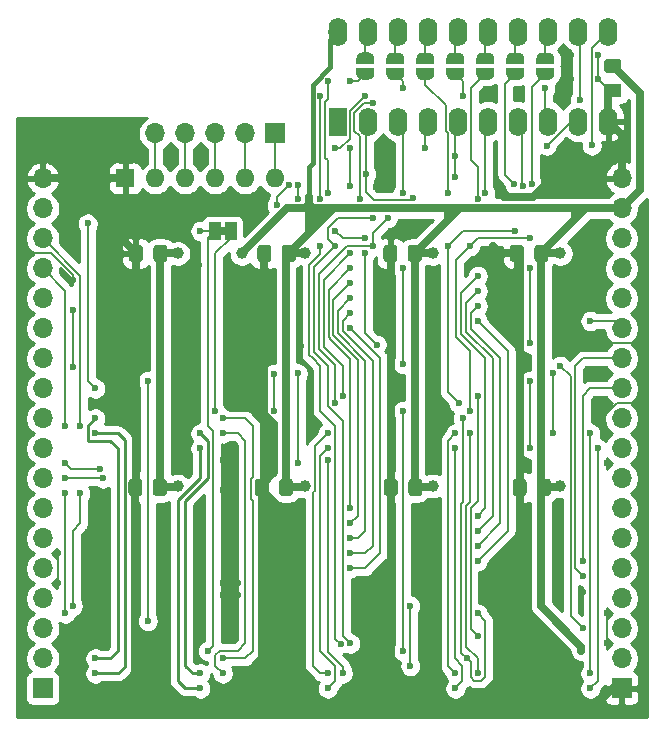
<source format=gbr>
%TF.GenerationSoftware,KiCad,Pcbnew,5.1.10*%
%TF.CreationDate,2021-12-22T00:08:39-07:00*%
%TF.ProjectId,Bondwell1MB,426f6e64-7765-46c6-9c31-4d422e6b6963,rev?*%
%TF.SameCoordinates,Original*%
%TF.FileFunction,Copper,L2,Bot*%
%TF.FilePolarity,Positive*%
%FSLAX46Y46*%
G04 Gerber Fmt 4.6, Leading zero omitted, Abs format (unit mm)*
G04 Created by KiCad (PCBNEW 5.1.10) date 2021-12-22 00:08:39*
%MOMM*%
%LPD*%
G01*
G04 APERTURE LIST*
%TA.AperFunction,EtchedComponent*%
%ADD10C,0.100000*%
%TD*%
%TA.AperFunction,ComponentPad*%
%ADD11O,1.700000X1.700000*%
%TD*%
%TA.AperFunction,ComponentPad*%
%ADD12R,1.700000X1.700000*%
%TD*%
%TA.AperFunction,ComponentPad*%
%ADD13O,1.600000X2.400000*%
%TD*%
%TA.AperFunction,ComponentPad*%
%ADD14R,1.600000X2.400000*%
%TD*%
%TA.AperFunction,ComponentPad*%
%ADD15O,1.600000X1.600000*%
%TD*%
%TA.AperFunction,ComponentPad*%
%ADD16R,1.600000X1.600000*%
%TD*%
%TA.AperFunction,SMDPad,CuDef*%
%ADD17C,0.100000*%
%TD*%
%TA.AperFunction,SMDPad,CuDef*%
%ADD18R,1.000000X1.500000*%
%TD*%
%TA.AperFunction,ViaPad*%
%ADD19C,1.000000*%
%TD*%
%TA.AperFunction,ViaPad*%
%ADD20C,0.600000*%
%TD*%
%TA.AperFunction,Conductor*%
%ADD21C,0.635000*%
%TD*%
%TA.AperFunction,Conductor*%
%ADD22C,0.381000*%
%TD*%
%TA.AperFunction,Conductor*%
%ADD23C,0.203200*%
%TD*%
%TA.AperFunction,Conductor*%
%ADD24C,0.152400*%
%TD*%
%TA.AperFunction,Conductor*%
%ADD25C,0.254000*%
%TD*%
%TA.AperFunction,Conductor*%
%ADD26C,0.100000*%
%TD*%
G04 APERTURE END LIST*
D10*
%TO.C,JR1*%
G36*
X89150000Y-87965000D02*
G01*
X88650000Y-87965000D01*
X88650000Y-88565000D01*
X89150000Y-88565000D01*
X89150000Y-87965000D01*
G37*
%TD*%
D11*
%TO.P,J1,5*%
%TO.N,Net-(J1-Pad5)*%
X83185000Y-80010000D03*
%TO.P,J1,4*%
%TO.N,Net-(J1-Pad4)*%
X85725000Y-80010000D03*
%TO.P,J1,3*%
%TO.N,Net-(J1-Pad3)*%
X88265000Y-80010000D03*
%TO.P,J1,2*%
%TO.N,Net-(J1-Pad2)*%
X90805000Y-80010000D03*
D12*
%TO.P,J1,1*%
%TO.N,Net-(J1-Pad1)*%
X93345000Y-80010000D03*
%TD*%
D13*
%TO.P,U5,20*%
%TO.N,VCC*%
X98660000Y-71380000D03*
%TO.P,U5,10*%
%TO.N,GND*%
X121520000Y-79000000D03*
%TO.P,U5,19*%
%TO.N,Net-(JP9-Pad1)*%
X101200000Y-71380000D03*
%TO.P,U5,9*%
%TO.N,Net-(J1-Pad3)*%
X118980000Y-79000000D03*
%TO.P,U5,18*%
%TO.N,Net-(JP10-Pad1)*%
X103740000Y-71380000D03*
%TO.P,U5,8*%
%TO.N,Net-(J1-Pad4)*%
X116440000Y-79000000D03*
%TO.P,U5,17*%
%TO.N,Net-(JP11-Pad1)*%
X106280000Y-71380000D03*
%TO.P,U5,7*%
%TO.N,/~WE*%
X113900000Y-79000000D03*
%TO.P,U5,16*%
%TO.N,Net-(JP12-Pad1)*%
X108820000Y-71380000D03*
%TO.P,U5,6*%
%TO.N,/UNK_J5_14*%
X111360000Y-79000000D03*
%TO.P,U5,15*%
%TO.N,Net-(JP13-Pad1)*%
X111360000Y-71380000D03*
%TO.P,U5,5*%
%TO.N,/UNK_J5_16*%
X108820000Y-79000000D03*
%TO.P,U5,14*%
%TO.N,Net-(JP14-Pad1)*%
X113900000Y-71380000D03*
%TO.P,U5,4*%
%TO.N,/UNK_J5_15*%
X106280000Y-79000000D03*
%TO.P,U5,13*%
%TO.N,Net-(JP15-Pad1)*%
X116440000Y-71380000D03*
%TO.P,U5,3*%
%TO.N,/UNK_J5_3*%
X103740000Y-79000000D03*
%TO.P,U5,12*%
%TO.N,Net-(J1-Pad1)*%
X118980000Y-71380000D03*
%TO.P,U5,2*%
%TO.N,/UNK_J6_17*%
X101200000Y-79000000D03*
%TO.P,U5,11*%
%TO.N,Net-(J1-Pad2)*%
X121520000Y-71380000D03*
D14*
%TO.P,U5,1*%
%TO.N,Net-(J1-Pad5)*%
X98660000Y-79000000D03*
%TD*%
D11*
%TO.P,J6,18*%
%TO.N,GND*%
X73660000Y-83820000D03*
%TO.P,J6,17*%
%TO.N,/UNK_J6_17*%
X73660000Y-86360000D03*
%TO.P,J6,16*%
%TO.N,/D3_IC1*%
X73660000Y-88900000D03*
%TO.P,J6,15*%
%TO.N,/D2_IC1*%
X73660000Y-91440000D03*
%TO.P,J6,14*%
%TO.N,/D1_IC1*%
X73660000Y-93980000D03*
%TO.P,J6,13*%
%TO.N,/D0_IC1*%
X73660000Y-96520000D03*
%TO.P,J6,12*%
%TO.N,/D3_IC2*%
X73660000Y-99060000D03*
%TO.P,J6,11*%
%TO.N,/D2_IC2*%
X73660000Y-101600000D03*
%TO.P,J6,10*%
%TO.N,/D1_IC2*%
X73660000Y-104140000D03*
%TO.P,J6,9*%
%TO.N,/D0_IC2*%
X73660000Y-106680000D03*
%TO.P,J6,8*%
%TO.N,/D3_IC3*%
X73660000Y-109220000D03*
%TO.P,J6,7*%
%TO.N,/D2_IC3*%
X73660000Y-111760000D03*
%TO.P,J6,6*%
%TO.N,/D1_IC3*%
X73660000Y-114300000D03*
%TO.P,J6,5*%
%TO.N,/D0_IC3*%
X73660000Y-116840000D03*
%TO.P,J6,4*%
%TO.N,/D3_IC4*%
X73660000Y-119380000D03*
%TO.P,J6,3*%
%TO.N,/D2_IC4*%
X73660000Y-121920000D03*
%TO.P,J6,2*%
%TO.N,/D1_IC4*%
X73660000Y-124460000D03*
D12*
%TO.P,J6,1*%
%TO.N,/D0_IC4*%
X73660000Y-127000000D03*
%TD*%
D15*
%TO.P,RN1,6*%
%TO.N,Net-(J1-Pad1)*%
X93345000Y-83820000D03*
%TO.P,RN1,5*%
%TO.N,Net-(J1-Pad2)*%
X90805000Y-83820000D03*
%TO.P,RN1,4*%
%TO.N,Net-(J1-Pad3)*%
X88265000Y-83820000D03*
%TO.P,RN1,3*%
%TO.N,Net-(J1-Pad4)*%
X85725000Y-83820000D03*
%TO.P,RN1,2*%
%TO.N,Net-(J1-Pad5)*%
X83185000Y-83820000D03*
D16*
%TO.P,RN1,1*%
%TO.N,GND*%
X80645000Y-83820000D03*
%TD*%
%TA.AperFunction,SMDPad,CuDef*%
D17*
%TO.P,15,2*%
%TO.N,/~RAS0*%
G36*
X116954398Y-74960000D02*
G01*
X116954398Y-74984534D01*
X116949588Y-75033365D01*
X116940016Y-75081490D01*
X116925772Y-75128445D01*
X116906995Y-75173778D01*
X116883864Y-75217051D01*
X116856604Y-75257850D01*
X116825476Y-75295779D01*
X116790779Y-75330476D01*
X116752850Y-75361604D01*
X116712051Y-75388864D01*
X116668778Y-75411995D01*
X116623445Y-75430772D01*
X116576490Y-75445016D01*
X116528365Y-75454588D01*
X116479534Y-75459398D01*
X116455000Y-75459398D01*
X116455000Y-75460000D01*
X115955000Y-75460000D01*
X115955000Y-75459398D01*
X115930466Y-75459398D01*
X115881635Y-75454588D01*
X115833510Y-75445016D01*
X115786555Y-75430772D01*
X115741222Y-75411995D01*
X115697949Y-75388864D01*
X115657150Y-75361604D01*
X115619221Y-75330476D01*
X115584524Y-75295779D01*
X115553396Y-75257850D01*
X115526136Y-75217051D01*
X115503005Y-75173778D01*
X115484228Y-75128445D01*
X115469984Y-75081490D01*
X115460412Y-75033365D01*
X115455602Y-74984534D01*
X115455602Y-74960000D01*
X115455000Y-74960000D01*
X115455000Y-74460000D01*
X116955000Y-74460000D01*
X116955000Y-74960000D01*
X116954398Y-74960000D01*
G37*
%TD.AperFunction*%
%TA.AperFunction,SMDPad,CuDef*%
%TO.P,15,1*%
%TO.N,Net-(JP15-Pad1)*%
G36*
X115455000Y-74160000D02*
G01*
X115455000Y-73660000D01*
X115455602Y-73660000D01*
X115455602Y-73635466D01*
X115460412Y-73586635D01*
X115469984Y-73538510D01*
X115484228Y-73491555D01*
X115503005Y-73446222D01*
X115526136Y-73402949D01*
X115553396Y-73362150D01*
X115584524Y-73324221D01*
X115619221Y-73289524D01*
X115657150Y-73258396D01*
X115697949Y-73231136D01*
X115741222Y-73208005D01*
X115786555Y-73189228D01*
X115833510Y-73174984D01*
X115881635Y-73165412D01*
X115930466Y-73160602D01*
X115955000Y-73160602D01*
X115955000Y-73160000D01*
X116455000Y-73160000D01*
X116455000Y-73160602D01*
X116479534Y-73160602D01*
X116528365Y-73165412D01*
X116576490Y-73174984D01*
X116623445Y-73189228D01*
X116668778Y-73208005D01*
X116712051Y-73231136D01*
X116752850Y-73258396D01*
X116790779Y-73289524D01*
X116825476Y-73324221D01*
X116856604Y-73362150D01*
X116883864Y-73402949D01*
X116906995Y-73446222D01*
X116925772Y-73491555D01*
X116940016Y-73538510D01*
X116949588Y-73586635D01*
X116954398Y-73635466D01*
X116954398Y-73660000D01*
X116955000Y-73660000D01*
X116955000Y-74160000D01*
X115455000Y-74160000D01*
G37*
%TD.AperFunction*%
%TD*%
%TA.AperFunction,SMDPad,CuDef*%
%TO.P,14,2*%
%TO.N,/~CAS0*%
G36*
X114414398Y-74960000D02*
G01*
X114414398Y-74984534D01*
X114409588Y-75033365D01*
X114400016Y-75081490D01*
X114385772Y-75128445D01*
X114366995Y-75173778D01*
X114343864Y-75217051D01*
X114316604Y-75257850D01*
X114285476Y-75295779D01*
X114250779Y-75330476D01*
X114212850Y-75361604D01*
X114172051Y-75388864D01*
X114128778Y-75411995D01*
X114083445Y-75430772D01*
X114036490Y-75445016D01*
X113988365Y-75454588D01*
X113939534Y-75459398D01*
X113915000Y-75459398D01*
X113915000Y-75460000D01*
X113415000Y-75460000D01*
X113415000Y-75459398D01*
X113390466Y-75459398D01*
X113341635Y-75454588D01*
X113293510Y-75445016D01*
X113246555Y-75430772D01*
X113201222Y-75411995D01*
X113157949Y-75388864D01*
X113117150Y-75361604D01*
X113079221Y-75330476D01*
X113044524Y-75295779D01*
X113013396Y-75257850D01*
X112986136Y-75217051D01*
X112963005Y-75173778D01*
X112944228Y-75128445D01*
X112929984Y-75081490D01*
X112920412Y-75033365D01*
X112915602Y-74984534D01*
X112915602Y-74960000D01*
X112915000Y-74960000D01*
X112915000Y-74460000D01*
X114415000Y-74460000D01*
X114415000Y-74960000D01*
X114414398Y-74960000D01*
G37*
%TD.AperFunction*%
%TA.AperFunction,SMDPad,CuDef*%
%TO.P,14,1*%
%TO.N,Net-(JP14-Pad1)*%
G36*
X112915000Y-74160000D02*
G01*
X112915000Y-73660000D01*
X112915602Y-73660000D01*
X112915602Y-73635466D01*
X112920412Y-73586635D01*
X112929984Y-73538510D01*
X112944228Y-73491555D01*
X112963005Y-73446222D01*
X112986136Y-73402949D01*
X113013396Y-73362150D01*
X113044524Y-73324221D01*
X113079221Y-73289524D01*
X113117150Y-73258396D01*
X113157949Y-73231136D01*
X113201222Y-73208005D01*
X113246555Y-73189228D01*
X113293510Y-73174984D01*
X113341635Y-73165412D01*
X113390466Y-73160602D01*
X113415000Y-73160602D01*
X113415000Y-73160000D01*
X113915000Y-73160000D01*
X113915000Y-73160602D01*
X113939534Y-73160602D01*
X113988365Y-73165412D01*
X114036490Y-73174984D01*
X114083445Y-73189228D01*
X114128778Y-73208005D01*
X114172051Y-73231136D01*
X114212850Y-73258396D01*
X114250779Y-73289524D01*
X114285476Y-73324221D01*
X114316604Y-73362150D01*
X114343864Y-73402949D01*
X114366995Y-73446222D01*
X114385772Y-73491555D01*
X114400016Y-73538510D01*
X114409588Y-73586635D01*
X114414398Y-73635466D01*
X114414398Y-73660000D01*
X114415000Y-73660000D01*
X114415000Y-74160000D01*
X112915000Y-74160000D01*
G37*
%TD.AperFunction*%
%TD*%
%TA.AperFunction,SMDPad,CuDef*%
%TO.P,13,2*%
%TO.N,/~CAS1*%
G36*
X111874398Y-74960000D02*
G01*
X111874398Y-74984534D01*
X111869588Y-75033365D01*
X111860016Y-75081490D01*
X111845772Y-75128445D01*
X111826995Y-75173778D01*
X111803864Y-75217051D01*
X111776604Y-75257850D01*
X111745476Y-75295779D01*
X111710779Y-75330476D01*
X111672850Y-75361604D01*
X111632051Y-75388864D01*
X111588778Y-75411995D01*
X111543445Y-75430772D01*
X111496490Y-75445016D01*
X111448365Y-75454588D01*
X111399534Y-75459398D01*
X111375000Y-75459398D01*
X111375000Y-75460000D01*
X110875000Y-75460000D01*
X110875000Y-75459398D01*
X110850466Y-75459398D01*
X110801635Y-75454588D01*
X110753510Y-75445016D01*
X110706555Y-75430772D01*
X110661222Y-75411995D01*
X110617949Y-75388864D01*
X110577150Y-75361604D01*
X110539221Y-75330476D01*
X110504524Y-75295779D01*
X110473396Y-75257850D01*
X110446136Y-75217051D01*
X110423005Y-75173778D01*
X110404228Y-75128445D01*
X110389984Y-75081490D01*
X110380412Y-75033365D01*
X110375602Y-74984534D01*
X110375602Y-74960000D01*
X110375000Y-74960000D01*
X110375000Y-74460000D01*
X111875000Y-74460000D01*
X111875000Y-74960000D01*
X111874398Y-74960000D01*
G37*
%TD.AperFunction*%
%TA.AperFunction,SMDPad,CuDef*%
%TO.P,13,1*%
%TO.N,Net-(JP13-Pad1)*%
G36*
X110375000Y-74160000D02*
G01*
X110375000Y-73660000D01*
X110375602Y-73660000D01*
X110375602Y-73635466D01*
X110380412Y-73586635D01*
X110389984Y-73538510D01*
X110404228Y-73491555D01*
X110423005Y-73446222D01*
X110446136Y-73402949D01*
X110473396Y-73362150D01*
X110504524Y-73324221D01*
X110539221Y-73289524D01*
X110577150Y-73258396D01*
X110617949Y-73231136D01*
X110661222Y-73208005D01*
X110706555Y-73189228D01*
X110753510Y-73174984D01*
X110801635Y-73165412D01*
X110850466Y-73160602D01*
X110875000Y-73160602D01*
X110875000Y-73160000D01*
X111375000Y-73160000D01*
X111375000Y-73160602D01*
X111399534Y-73160602D01*
X111448365Y-73165412D01*
X111496490Y-73174984D01*
X111543445Y-73189228D01*
X111588778Y-73208005D01*
X111632051Y-73231136D01*
X111672850Y-73258396D01*
X111710779Y-73289524D01*
X111745476Y-73324221D01*
X111776604Y-73362150D01*
X111803864Y-73402949D01*
X111826995Y-73446222D01*
X111845772Y-73491555D01*
X111860016Y-73538510D01*
X111869588Y-73586635D01*
X111874398Y-73635466D01*
X111874398Y-73660000D01*
X111875000Y-73660000D01*
X111875000Y-74160000D01*
X110375000Y-74160000D01*
G37*
%TD.AperFunction*%
%TD*%
%TA.AperFunction,SMDPad,CuDef*%
%TO.P,12,2*%
%TO.N,/A9*%
G36*
X109334398Y-74960000D02*
G01*
X109334398Y-74984534D01*
X109329588Y-75033365D01*
X109320016Y-75081490D01*
X109305772Y-75128445D01*
X109286995Y-75173778D01*
X109263864Y-75217051D01*
X109236604Y-75257850D01*
X109205476Y-75295779D01*
X109170779Y-75330476D01*
X109132850Y-75361604D01*
X109092051Y-75388864D01*
X109048778Y-75411995D01*
X109003445Y-75430772D01*
X108956490Y-75445016D01*
X108908365Y-75454588D01*
X108859534Y-75459398D01*
X108835000Y-75459398D01*
X108835000Y-75460000D01*
X108335000Y-75460000D01*
X108335000Y-75459398D01*
X108310466Y-75459398D01*
X108261635Y-75454588D01*
X108213510Y-75445016D01*
X108166555Y-75430772D01*
X108121222Y-75411995D01*
X108077949Y-75388864D01*
X108037150Y-75361604D01*
X107999221Y-75330476D01*
X107964524Y-75295779D01*
X107933396Y-75257850D01*
X107906136Y-75217051D01*
X107883005Y-75173778D01*
X107864228Y-75128445D01*
X107849984Y-75081490D01*
X107840412Y-75033365D01*
X107835602Y-74984534D01*
X107835602Y-74960000D01*
X107835000Y-74960000D01*
X107835000Y-74460000D01*
X109335000Y-74460000D01*
X109335000Y-74960000D01*
X109334398Y-74960000D01*
G37*
%TD.AperFunction*%
%TA.AperFunction,SMDPad,CuDef*%
%TO.P,12,1*%
%TO.N,Net-(JP12-Pad1)*%
G36*
X107835000Y-74160000D02*
G01*
X107835000Y-73660000D01*
X107835602Y-73660000D01*
X107835602Y-73635466D01*
X107840412Y-73586635D01*
X107849984Y-73538510D01*
X107864228Y-73491555D01*
X107883005Y-73446222D01*
X107906136Y-73402949D01*
X107933396Y-73362150D01*
X107964524Y-73324221D01*
X107999221Y-73289524D01*
X108037150Y-73258396D01*
X108077949Y-73231136D01*
X108121222Y-73208005D01*
X108166555Y-73189228D01*
X108213510Y-73174984D01*
X108261635Y-73165412D01*
X108310466Y-73160602D01*
X108335000Y-73160602D01*
X108335000Y-73160000D01*
X108835000Y-73160000D01*
X108835000Y-73160602D01*
X108859534Y-73160602D01*
X108908365Y-73165412D01*
X108956490Y-73174984D01*
X109003445Y-73189228D01*
X109048778Y-73208005D01*
X109092051Y-73231136D01*
X109132850Y-73258396D01*
X109170779Y-73289524D01*
X109205476Y-73324221D01*
X109236604Y-73362150D01*
X109263864Y-73402949D01*
X109286995Y-73446222D01*
X109305772Y-73491555D01*
X109320016Y-73538510D01*
X109329588Y-73586635D01*
X109334398Y-73635466D01*
X109334398Y-73660000D01*
X109335000Y-73660000D01*
X109335000Y-74160000D01*
X107835000Y-74160000D01*
G37*
%TD.AperFunction*%
%TD*%
%TA.AperFunction,SMDPad,CuDef*%
%TO.P,11,2*%
%TO.N,/~CAS2*%
G36*
X106794398Y-74960000D02*
G01*
X106794398Y-74984534D01*
X106789588Y-75033365D01*
X106780016Y-75081490D01*
X106765772Y-75128445D01*
X106746995Y-75173778D01*
X106723864Y-75217051D01*
X106696604Y-75257850D01*
X106665476Y-75295779D01*
X106630779Y-75330476D01*
X106592850Y-75361604D01*
X106552051Y-75388864D01*
X106508778Y-75411995D01*
X106463445Y-75430772D01*
X106416490Y-75445016D01*
X106368365Y-75454588D01*
X106319534Y-75459398D01*
X106295000Y-75459398D01*
X106295000Y-75460000D01*
X105795000Y-75460000D01*
X105795000Y-75459398D01*
X105770466Y-75459398D01*
X105721635Y-75454588D01*
X105673510Y-75445016D01*
X105626555Y-75430772D01*
X105581222Y-75411995D01*
X105537949Y-75388864D01*
X105497150Y-75361604D01*
X105459221Y-75330476D01*
X105424524Y-75295779D01*
X105393396Y-75257850D01*
X105366136Y-75217051D01*
X105343005Y-75173778D01*
X105324228Y-75128445D01*
X105309984Y-75081490D01*
X105300412Y-75033365D01*
X105295602Y-74984534D01*
X105295602Y-74960000D01*
X105295000Y-74960000D01*
X105295000Y-74460000D01*
X106795000Y-74460000D01*
X106795000Y-74960000D01*
X106794398Y-74960000D01*
G37*
%TD.AperFunction*%
%TA.AperFunction,SMDPad,CuDef*%
%TO.P,11,1*%
%TO.N,Net-(JP11-Pad1)*%
G36*
X105295000Y-74160000D02*
G01*
X105295000Y-73660000D01*
X105295602Y-73660000D01*
X105295602Y-73635466D01*
X105300412Y-73586635D01*
X105309984Y-73538510D01*
X105324228Y-73491555D01*
X105343005Y-73446222D01*
X105366136Y-73402949D01*
X105393396Y-73362150D01*
X105424524Y-73324221D01*
X105459221Y-73289524D01*
X105497150Y-73258396D01*
X105537949Y-73231136D01*
X105581222Y-73208005D01*
X105626555Y-73189228D01*
X105673510Y-73174984D01*
X105721635Y-73165412D01*
X105770466Y-73160602D01*
X105795000Y-73160602D01*
X105795000Y-73160000D01*
X106295000Y-73160000D01*
X106295000Y-73160602D01*
X106319534Y-73160602D01*
X106368365Y-73165412D01*
X106416490Y-73174984D01*
X106463445Y-73189228D01*
X106508778Y-73208005D01*
X106552051Y-73231136D01*
X106592850Y-73258396D01*
X106630779Y-73289524D01*
X106665476Y-73324221D01*
X106696604Y-73362150D01*
X106723864Y-73402949D01*
X106746995Y-73446222D01*
X106765772Y-73491555D01*
X106780016Y-73538510D01*
X106789588Y-73586635D01*
X106794398Y-73635466D01*
X106794398Y-73660000D01*
X106795000Y-73660000D01*
X106795000Y-74160000D01*
X105295000Y-74160000D01*
G37*
%TD.AperFunction*%
%TD*%
%TA.AperFunction,SMDPad,CuDef*%
%TO.P,10,2*%
%TO.N,/~CAS3*%
G36*
X104254398Y-74960000D02*
G01*
X104254398Y-74984534D01*
X104249588Y-75033365D01*
X104240016Y-75081490D01*
X104225772Y-75128445D01*
X104206995Y-75173778D01*
X104183864Y-75217051D01*
X104156604Y-75257850D01*
X104125476Y-75295779D01*
X104090779Y-75330476D01*
X104052850Y-75361604D01*
X104012051Y-75388864D01*
X103968778Y-75411995D01*
X103923445Y-75430772D01*
X103876490Y-75445016D01*
X103828365Y-75454588D01*
X103779534Y-75459398D01*
X103755000Y-75459398D01*
X103755000Y-75460000D01*
X103255000Y-75460000D01*
X103255000Y-75459398D01*
X103230466Y-75459398D01*
X103181635Y-75454588D01*
X103133510Y-75445016D01*
X103086555Y-75430772D01*
X103041222Y-75411995D01*
X102997949Y-75388864D01*
X102957150Y-75361604D01*
X102919221Y-75330476D01*
X102884524Y-75295779D01*
X102853396Y-75257850D01*
X102826136Y-75217051D01*
X102803005Y-75173778D01*
X102784228Y-75128445D01*
X102769984Y-75081490D01*
X102760412Y-75033365D01*
X102755602Y-74984534D01*
X102755602Y-74960000D01*
X102755000Y-74960000D01*
X102755000Y-74460000D01*
X104255000Y-74460000D01*
X104255000Y-74960000D01*
X104254398Y-74960000D01*
G37*
%TD.AperFunction*%
%TA.AperFunction,SMDPad,CuDef*%
%TO.P,10,1*%
%TO.N,Net-(JP10-Pad1)*%
G36*
X102755000Y-74160000D02*
G01*
X102755000Y-73660000D01*
X102755602Y-73660000D01*
X102755602Y-73635466D01*
X102760412Y-73586635D01*
X102769984Y-73538510D01*
X102784228Y-73491555D01*
X102803005Y-73446222D01*
X102826136Y-73402949D01*
X102853396Y-73362150D01*
X102884524Y-73324221D01*
X102919221Y-73289524D01*
X102957150Y-73258396D01*
X102997949Y-73231136D01*
X103041222Y-73208005D01*
X103086555Y-73189228D01*
X103133510Y-73174984D01*
X103181635Y-73165412D01*
X103230466Y-73160602D01*
X103255000Y-73160602D01*
X103255000Y-73160000D01*
X103755000Y-73160000D01*
X103755000Y-73160602D01*
X103779534Y-73160602D01*
X103828365Y-73165412D01*
X103876490Y-73174984D01*
X103923445Y-73189228D01*
X103968778Y-73208005D01*
X104012051Y-73231136D01*
X104052850Y-73258396D01*
X104090779Y-73289524D01*
X104125476Y-73324221D01*
X104156604Y-73362150D01*
X104183864Y-73402949D01*
X104206995Y-73446222D01*
X104225772Y-73491555D01*
X104240016Y-73538510D01*
X104249588Y-73586635D01*
X104254398Y-73635466D01*
X104254398Y-73660000D01*
X104255000Y-73660000D01*
X104255000Y-74160000D01*
X102755000Y-74160000D01*
G37*
%TD.AperFunction*%
%TD*%
%TA.AperFunction,SMDPad,CuDef*%
%TO.P,9,2*%
%TO.N,/~RAS1*%
G36*
X101714398Y-74945000D02*
G01*
X101714398Y-74969534D01*
X101709588Y-75018365D01*
X101700016Y-75066490D01*
X101685772Y-75113445D01*
X101666995Y-75158778D01*
X101643864Y-75202051D01*
X101616604Y-75242850D01*
X101585476Y-75280779D01*
X101550779Y-75315476D01*
X101512850Y-75346604D01*
X101472051Y-75373864D01*
X101428778Y-75396995D01*
X101383445Y-75415772D01*
X101336490Y-75430016D01*
X101288365Y-75439588D01*
X101239534Y-75444398D01*
X101215000Y-75444398D01*
X101215000Y-75445000D01*
X100715000Y-75445000D01*
X100715000Y-75444398D01*
X100690466Y-75444398D01*
X100641635Y-75439588D01*
X100593510Y-75430016D01*
X100546555Y-75415772D01*
X100501222Y-75396995D01*
X100457949Y-75373864D01*
X100417150Y-75346604D01*
X100379221Y-75315476D01*
X100344524Y-75280779D01*
X100313396Y-75242850D01*
X100286136Y-75202051D01*
X100263005Y-75158778D01*
X100244228Y-75113445D01*
X100229984Y-75066490D01*
X100220412Y-75018365D01*
X100215602Y-74969534D01*
X100215602Y-74945000D01*
X100215000Y-74945000D01*
X100215000Y-74445000D01*
X101715000Y-74445000D01*
X101715000Y-74945000D01*
X101714398Y-74945000D01*
G37*
%TD.AperFunction*%
%TA.AperFunction,SMDPad,CuDef*%
%TO.P,9,1*%
%TO.N,Net-(JP9-Pad1)*%
G36*
X100215000Y-74145000D02*
G01*
X100215000Y-73645000D01*
X100215602Y-73645000D01*
X100215602Y-73620466D01*
X100220412Y-73571635D01*
X100229984Y-73523510D01*
X100244228Y-73476555D01*
X100263005Y-73431222D01*
X100286136Y-73387949D01*
X100313396Y-73347150D01*
X100344524Y-73309221D01*
X100379221Y-73274524D01*
X100417150Y-73243396D01*
X100457949Y-73216136D01*
X100501222Y-73193005D01*
X100546555Y-73174228D01*
X100593510Y-73159984D01*
X100641635Y-73150412D01*
X100690466Y-73145602D01*
X100715000Y-73145602D01*
X100715000Y-73145000D01*
X101215000Y-73145000D01*
X101215000Y-73145602D01*
X101239534Y-73145602D01*
X101288365Y-73150412D01*
X101336490Y-73159984D01*
X101383445Y-73174228D01*
X101428778Y-73193005D01*
X101472051Y-73216136D01*
X101512850Y-73243396D01*
X101550779Y-73274524D01*
X101585476Y-73309221D01*
X101616604Y-73347150D01*
X101643864Y-73387949D01*
X101666995Y-73431222D01*
X101685772Y-73476555D01*
X101700016Y-73523510D01*
X101709588Y-73571635D01*
X101714398Y-73620466D01*
X101714398Y-73645000D01*
X101715000Y-73645000D01*
X101715000Y-74145000D01*
X100215000Y-74145000D01*
G37*
%TD.AperFunction*%
%TD*%
D18*
%TO.P,JR1,2*%
%TO.N,/~RAS1*%
X88250000Y-88265000D03*
%TO.P,JR1,1*%
%TO.N,/~RAS0*%
X89550000Y-88265000D03*
%TD*%
D11*
%TO.P,J5,18*%
%TO.N,GND*%
X122660000Y-83820000D03*
%TO.P,J5,17*%
%TO.N,VCC*%
X122660000Y-86360000D03*
%TO.P,J5,16*%
%TO.N,/UNK_J5_16*%
X122660000Y-88900000D03*
%TO.P,J5,15*%
%TO.N,/UNK_J5_15*%
X122660000Y-91440000D03*
%TO.P,J5,14*%
%TO.N,/UNK_J5_14*%
X122660000Y-93980000D03*
%TO.P,J5,13*%
%TO.N,/~WE*%
X122660000Y-96520000D03*
%TO.P,J5,12*%
%TO.N,/A8*%
X122660000Y-99060000D03*
%TO.P,J5,11*%
%TO.N,/A7*%
X122660000Y-101600000D03*
%TO.P,J5,10*%
%TO.N,/A6*%
X122660000Y-104140000D03*
%TO.P,J5,9*%
%TO.N,/A5*%
X122660000Y-106680000D03*
%TO.P,J5,8*%
%TO.N,/A4*%
X122660000Y-109220000D03*
%TO.P,J5,7*%
%TO.N,/A3*%
X122660000Y-111760000D03*
%TO.P,J5,6*%
%TO.N,/A2*%
X122660000Y-114300000D03*
%TO.P,J5,5*%
%TO.N,/A1*%
X122660000Y-116840000D03*
%TO.P,J5,4*%
%TO.N,/A0*%
X122660000Y-119380000D03*
%TO.P,J5,3*%
%TO.N,/UNK_J5_3*%
X122660000Y-121920000D03*
%TO.P,J5,2*%
%TO.N,VCC*%
X122660000Y-124460000D03*
D12*
%TO.P,J5,1*%
%TO.N,GND*%
X122660000Y-127000000D03*
%TD*%
%TO.P,C9,2*%
%TO.N,VCC*%
%TA.AperFunction,SMDPad,CuDef*%
G36*
G01*
X115512000Y-110457000D02*
X115512000Y-109507000D01*
G75*
G02*
X115762000Y-109257000I250000J0D01*
G01*
X116437000Y-109257000D01*
G75*
G02*
X116687000Y-109507000I0J-250000D01*
G01*
X116687000Y-110457000D01*
G75*
G02*
X116437000Y-110707000I-250000J0D01*
G01*
X115762000Y-110707000D01*
G75*
G02*
X115512000Y-110457000I0J250000D01*
G01*
G37*
%TD.AperFunction*%
%TO.P,C9,1*%
%TO.N,GND*%
%TA.AperFunction,SMDPad,CuDef*%
G36*
G01*
X113437000Y-110457000D02*
X113437000Y-109507000D01*
G75*
G02*
X113687000Y-109257000I250000J0D01*
G01*
X114362000Y-109257000D01*
G75*
G02*
X114612000Y-109507000I0J-250000D01*
G01*
X114612000Y-110457000D01*
G75*
G02*
X114362000Y-110707000I-250000J0D01*
G01*
X113687000Y-110707000D01*
G75*
G02*
X113437000Y-110457000I0J250000D01*
G01*
G37*
%TD.AperFunction*%
%TD*%
%TO.P,C8,2*%
%TO.N,VCC*%
%TA.AperFunction,SMDPad,CuDef*%
G36*
G01*
X93668000Y-110457000D02*
X93668000Y-109507000D01*
G75*
G02*
X93918000Y-109257000I250000J0D01*
G01*
X94593000Y-109257000D01*
G75*
G02*
X94843000Y-109507000I0J-250000D01*
G01*
X94843000Y-110457000D01*
G75*
G02*
X94593000Y-110707000I-250000J0D01*
G01*
X93918000Y-110707000D01*
G75*
G02*
X93668000Y-110457000I0J250000D01*
G01*
G37*
%TD.AperFunction*%
%TO.P,C8,1*%
%TO.N,GND*%
%TA.AperFunction,SMDPad,CuDef*%
G36*
G01*
X91593000Y-110457000D02*
X91593000Y-109507000D01*
G75*
G02*
X91843000Y-109257000I250000J0D01*
G01*
X92518000Y-109257000D01*
G75*
G02*
X92768000Y-109507000I0J-250000D01*
G01*
X92768000Y-110457000D01*
G75*
G02*
X92518000Y-110707000I-250000J0D01*
G01*
X91843000Y-110707000D01*
G75*
G02*
X91593000Y-110457000I0J250000D01*
G01*
G37*
%TD.AperFunction*%
%TD*%
%TO.P,C7,2*%
%TO.N,VCC*%
%TA.AperFunction,SMDPad,CuDef*%
G36*
G01*
X115279500Y-90645000D02*
X115279500Y-89695000D01*
G75*
G02*
X115529500Y-89445000I250000J0D01*
G01*
X116204500Y-89445000D01*
G75*
G02*
X116454500Y-89695000I0J-250000D01*
G01*
X116454500Y-90645000D01*
G75*
G02*
X116204500Y-90895000I-250000J0D01*
G01*
X115529500Y-90895000D01*
G75*
G02*
X115279500Y-90645000I0J250000D01*
G01*
G37*
%TD.AperFunction*%
%TO.P,C7,1*%
%TO.N,GND*%
%TA.AperFunction,SMDPad,CuDef*%
G36*
G01*
X113204500Y-90645000D02*
X113204500Y-89695000D01*
G75*
G02*
X113454500Y-89445000I250000J0D01*
G01*
X114129500Y-89445000D01*
G75*
G02*
X114379500Y-89695000I0J-250000D01*
G01*
X114379500Y-90645000D01*
G75*
G02*
X114129500Y-90895000I-250000J0D01*
G01*
X113454500Y-90895000D01*
G75*
G02*
X113204500Y-90645000I0J250000D01*
G01*
G37*
%TD.AperFunction*%
%TD*%
%TO.P,C6,2*%
%TO.N,VCC*%
%TA.AperFunction,SMDPad,CuDef*%
G36*
G01*
X93900500Y-90645000D02*
X93900500Y-89695000D01*
G75*
G02*
X94150500Y-89445000I250000J0D01*
G01*
X94825500Y-89445000D01*
G75*
G02*
X95075500Y-89695000I0J-250000D01*
G01*
X95075500Y-90645000D01*
G75*
G02*
X94825500Y-90895000I-250000J0D01*
G01*
X94150500Y-90895000D01*
G75*
G02*
X93900500Y-90645000I0J250000D01*
G01*
G37*
%TD.AperFunction*%
%TO.P,C6,1*%
%TO.N,GND*%
%TA.AperFunction,SMDPad,CuDef*%
G36*
G01*
X91825500Y-90645000D02*
X91825500Y-89695000D01*
G75*
G02*
X92075500Y-89445000I250000J0D01*
G01*
X92750500Y-89445000D01*
G75*
G02*
X93000500Y-89695000I0J-250000D01*
G01*
X93000500Y-90645000D01*
G75*
G02*
X92750500Y-90895000I-250000J0D01*
G01*
X92075500Y-90895000D01*
G75*
G02*
X91825500Y-90645000I0J250000D01*
G01*
G37*
%TD.AperFunction*%
%TD*%
%TO.P,C5,2*%
%TO.N,VCC*%
%TA.AperFunction,SMDPad,CuDef*%
G36*
G01*
X104611500Y-110457000D02*
X104611500Y-109507000D01*
G75*
G02*
X104861500Y-109257000I250000J0D01*
G01*
X105536500Y-109257000D01*
G75*
G02*
X105786500Y-109507000I0J-250000D01*
G01*
X105786500Y-110457000D01*
G75*
G02*
X105536500Y-110707000I-250000J0D01*
G01*
X104861500Y-110707000D01*
G75*
G02*
X104611500Y-110457000I0J250000D01*
G01*
G37*
%TD.AperFunction*%
%TO.P,C5,1*%
%TO.N,GND*%
%TA.AperFunction,SMDPad,CuDef*%
G36*
G01*
X102536500Y-110457000D02*
X102536500Y-109507000D01*
G75*
G02*
X102786500Y-109257000I250000J0D01*
G01*
X103461500Y-109257000D01*
G75*
G02*
X103711500Y-109507000I0J-250000D01*
G01*
X103711500Y-110457000D01*
G75*
G02*
X103461500Y-110707000I-250000J0D01*
G01*
X102786500Y-110707000D01*
G75*
G02*
X102536500Y-110457000I0J250000D01*
G01*
G37*
%TD.AperFunction*%
%TD*%
%TO.P,C4,2*%
%TO.N,VCC*%
%TA.AperFunction,SMDPad,CuDef*%
G36*
G01*
X82978500Y-110457000D02*
X82978500Y-109507000D01*
G75*
G02*
X83228500Y-109257000I250000J0D01*
G01*
X83903500Y-109257000D01*
G75*
G02*
X84153500Y-109507000I0J-250000D01*
G01*
X84153500Y-110457000D01*
G75*
G02*
X83903500Y-110707000I-250000J0D01*
G01*
X83228500Y-110707000D01*
G75*
G02*
X82978500Y-110457000I0J250000D01*
G01*
G37*
%TD.AperFunction*%
%TO.P,C4,1*%
%TO.N,GND*%
%TA.AperFunction,SMDPad,CuDef*%
G36*
G01*
X80903500Y-110457000D02*
X80903500Y-109507000D01*
G75*
G02*
X81153500Y-109257000I250000J0D01*
G01*
X81828500Y-109257000D01*
G75*
G02*
X82078500Y-109507000I0J-250000D01*
G01*
X82078500Y-110457000D01*
G75*
G02*
X81828500Y-110707000I-250000J0D01*
G01*
X81153500Y-110707000D01*
G75*
G02*
X80903500Y-110457000I0J250000D01*
G01*
G37*
%TD.AperFunction*%
%TD*%
%TO.P,C3,2*%
%TO.N,VCC*%
%TA.AperFunction,SMDPad,CuDef*%
G36*
G01*
X104568500Y-90645000D02*
X104568500Y-89695000D01*
G75*
G02*
X104818500Y-89445000I250000J0D01*
G01*
X105493500Y-89445000D01*
G75*
G02*
X105743500Y-89695000I0J-250000D01*
G01*
X105743500Y-90645000D01*
G75*
G02*
X105493500Y-90895000I-250000J0D01*
G01*
X104818500Y-90895000D01*
G75*
G02*
X104568500Y-90645000I0J250000D01*
G01*
G37*
%TD.AperFunction*%
%TO.P,C3,1*%
%TO.N,GND*%
%TA.AperFunction,SMDPad,CuDef*%
G36*
G01*
X102493500Y-90645000D02*
X102493500Y-89695000D01*
G75*
G02*
X102743500Y-89445000I250000J0D01*
G01*
X103418500Y-89445000D01*
G75*
G02*
X103668500Y-89695000I0J-250000D01*
G01*
X103668500Y-90645000D01*
G75*
G02*
X103418500Y-90895000I-250000J0D01*
G01*
X102743500Y-90895000D01*
G75*
G02*
X102493500Y-90645000I0J250000D01*
G01*
G37*
%TD.AperFunction*%
%TD*%
%TO.P,C2,2*%
%TO.N,VCC*%
%TA.AperFunction,SMDPad,CuDef*%
G36*
G01*
X83021500Y-90645000D02*
X83021500Y-89695000D01*
G75*
G02*
X83271500Y-89445000I250000J0D01*
G01*
X83946500Y-89445000D01*
G75*
G02*
X84196500Y-89695000I0J-250000D01*
G01*
X84196500Y-90645000D01*
G75*
G02*
X83946500Y-90895000I-250000J0D01*
G01*
X83271500Y-90895000D01*
G75*
G02*
X83021500Y-90645000I0J250000D01*
G01*
G37*
%TD.AperFunction*%
%TO.P,C2,1*%
%TO.N,GND*%
%TA.AperFunction,SMDPad,CuDef*%
G36*
G01*
X80946500Y-90645000D02*
X80946500Y-89695000D01*
G75*
G02*
X81196500Y-89445000I250000J0D01*
G01*
X81871500Y-89445000D01*
G75*
G02*
X82121500Y-89695000I0J-250000D01*
G01*
X82121500Y-90645000D01*
G75*
G02*
X81871500Y-90895000I-250000J0D01*
G01*
X81196500Y-90895000D01*
G75*
G02*
X80946500Y-90645000I0J250000D01*
G01*
G37*
%TD.AperFunction*%
%TD*%
%TO.P,C1,2*%
%TO.N,VCC*%
%TA.AperFunction,SMDPad,CuDef*%
G36*
G01*
X122395000Y-74882500D02*
X121445000Y-74882500D01*
G75*
G02*
X121195000Y-74632500I0J250000D01*
G01*
X121195000Y-73957500D01*
G75*
G02*
X121445000Y-73707500I250000J0D01*
G01*
X122395000Y-73707500D01*
G75*
G02*
X122645000Y-73957500I0J-250000D01*
G01*
X122645000Y-74632500D01*
G75*
G02*
X122395000Y-74882500I-250000J0D01*
G01*
G37*
%TD.AperFunction*%
%TO.P,C1,1*%
%TO.N,GND*%
%TA.AperFunction,SMDPad,CuDef*%
G36*
G01*
X122395000Y-76957500D02*
X121445000Y-76957500D01*
G75*
G02*
X121195000Y-76707500I0J250000D01*
G01*
X121195000Y-76032500D01*
G75*
G02*
X121445000Y-75782500I250000J0D01*
G01*
X122395000Y-75782500D01*
G75*
G02*
X122645000Y-76032500I0J-250000D01*
G01*
X122645000Y-76707500D01*
G75*
G02*
X122395000Y-76957500I-250000J0D01*
G01*
G37*
%TD.AperFunction*%
%TD*%
D19*
%TO.N,VCC*%
X85090000Y-109855000D03*
X95885000Y-109855000D03*
X106680000Y-109855000D03*
X117475000Y-109855000D03*
X85090000Y-90170000D03*
X95885000Y-90170000D03*
X106680000Y-90170000D03*
X117475000Y-90170000D03*
X90515074Y-90170000D03*
D20*
X119260000Y-123820000D03*
%TO.N,GND*%
X114024500Y-106404500D03*
X103124000Y-106426000D03*
X92413000Y-106383000D03*
X81534000Y-106299000D03*
X92180500Y-126470500D03*
X103124000Y-126746000D03*
X114024500Y-126640500D03*
X81491000Y-126789000D03*
X111760000Y-89535000D03*
X112395000Y-85090000D03*
X116332000Y-82804000D03*
X119888000Y-84074000D03*
X123952000Y-97790000D03*
X123952000Y-102870000D03*
X123952000Y-118110000D03*
X123952000Y-123190000D03*
X111252000Y-117856000D03*
X111252000Y-119126000D03*
X112268000Y-120650000D03*
X112522000Y-118364000D03*
X114024500Y-118385500D03*
X113284000Y-119634000D03*
X100076000Y-118110000D03*
X100076000Y-119380000D03*
X101346000Y-118110000D03*
X101346000Y-119380000D03*
X103124000Y-118110000D03*
X103124000Y-119380000D03*
X102362000Y-118618000D03*
X105156000Y-118110000D03*
X106172000Y-119126000D03*
X106934000Y-118110000D03*
X106934000Y-119888000D03*
X92180500Y-118131500D03*
X93980000Y-118110000D03*
X95504000Y-118110000D03*
X95504000Y-119380000D03*
X93980000Y-119380000D03*
X92180500Y-119401500D03*
X83820000Y-118110000D03*
X83820000Y-119380000D03*
X81491000Y-118153000D03*
X81491000Y-119423000D03*
X78740000Y-118110000D03*
X78740000Y-119380000D03*
X77470000Y-118110000D03*
X77470000Y-119380000D03*
X77470000Y-121412000D03*
X77470000Y-123190000D03*
X76454000Y-122428000D03*
X76200000Y-127254000D03*
X77724000Y-127254000D03*
X81491000Y-124249000D03*
X83312000Y-124206000D03*
X82550000Y-123190000D03*
X82550000Y-124460000D03*
X93472000Y-123698000D03*
X93726000Y-125730000D03*
X93980000Y-127762000D03*
X98171000Y-128905000D03*
X99314000Y-127762000D03*
X101219000Y-128905000D03*
X103505000Y-128905000D03*
X105537000Y-128905000D03*
X107569000Y-128905000D03*
X109601000Y-128905000D03*
X111887000Y-128905000D03*
X114173000Y-128905000D03*
X116459000Y-128905000D03*
X118491000Y-128905000D03*
X120269000Y-128651000D03*
X115316000Y-126492000D03*
X114808000Y-127508000D03*
X109982000Y-127762000D03*
X72136000Y-113030000D03*
X72136000Y-107950000D03*
X72136000Y-102870000D03*
X72136000Y-100330000D03*
X72136000Y-105410000D03*
X72136000Y-97790000D03*
X72136000Y-95250000D03*
X72136000Y-92710000D03*
X72136000Y-90170000D03*
X72136000Y-87630000D03*
X72136000Y-85090000D03*
X72136000Y-81788000D03*
X73660000Y-81788000D03*
X75184000Y-81788000D03*
X75692000Y-86106000D03*
X77089000Y-85725000D03*
X79756000Y-86106000D03*
X81534000Y-86106000D03*
X83312000Y-86106000D03*
X85344000Y-86106000D03*
X84328000Y-87630000D03*
X82296000Y-87630000D03*
X80518000Y-87630000D03*
X76962000Y-81788000D03*
X78740000Y-81788000D03*
X80772000Y-81788000D03*
X80772000Y-80264000D03*
X78740000Y-80264000D03*
X76962000Y-80264000D03*
X75184000Y-80264000D03*
X73660000Y-80264000D03*
X72136000Y-80264000D03*
X72898000Y-79248000D03*
X74422000Y-79248000D03*
X75946000Y-79248000D03*
X77724000Y-79248000D03*
X79756000Y-79248000D03*
X84582000Y-82042000D03*
X82042000Y-81788000D03*
X86868000Y-82296000D03*
X91440000Y-86614000D03*
X91186000Y-87630000D03*
X88646000Y-86106000D03*
X86868000Y-91186000D03*
X82296000Y-92710000D03*
X82296000Y-93980000D03*
X82296000Y-95250000D03*
X82296000Y-96520000D03*
X78486000Y-99822000D03*
X79756000Y-99822000D03*
X85090000Y-99568000D03*
X89662000Y-99568000D03*
X91186000Y-99822000D03*
X103124000Y-97790000D03*
X106680000Y-98044000D03*
X113538000Y-97282000D03*
X117348000Y-118618000D03*
X119380000Y-118872000D03*
X121412000Y-120650000D03*
X121412000Y-123190000D03*
X115062000Y-122428000D03*
X115316000Y-123698000D03*
X87122000Y-118110000D03*
X87122000Y-119126000D03*
X88900000Y-119126000D03*
X88900000Y-118110000D03*
X90170000Y-118110000D03*
X90170000Y-119126000D03*
X92180500Y-119401500D03*
X78994000Y-110490000D03*
X77216000Y-114554000D03*
X74930000Y-115570000D03*
X74930000Y-118110000D03*
X95504000Y-98044000D03*
X88900000Y-107696000D03*
X88900000Y-110236000D03*
X93472000Y-111760000D03*
X120396000Y-98044000D03*
X120650000Y-91186000D03*
X120142000Y-88392000D03*
X120142000Y-100584000D03*
X120904000Y-104140000D03*
X121412000Y-107950000D03*
X120670600Y-75438000D03*
X118364000Y-75438000D03*
X118364000Y-73406000D03*
X120670600Y-73406000D03*
X117602000Y-76962000D03*
X113792000Y-76962000D03*
X111252000Y-76962000D03*
X101854000Y-84582000D03*
X114024500Y-121179500D03*
X114046000Y-107950000D03*
X114808000Y-108458000D03*
X76200000Y-99809400D03*
X76200000Y-94996000D03*
X76200000Y-92456000D03*
X76200000Y-89662000D03*
%TO.N,Net-(J1-Pad4)*%
X98425000Y-81280000D03*
X100965000Y-76835000D03*
X116205000Y-76200000D03*
%TO.N,Net-(J1-Pad3)*%
X116332000Y-81055610D03*
%TO.N,Net-(J1-Pad2)*%
X120142000Y-81026000D03*
%TO.N,Net-(J1-Pad1)*%
X119126000Y-77216000D03*
%TO.N,/UNK_J5_16*%
X108585000Y-81915000D03*
X108585000Y-83737699D03*
X94497597Y-84386899D03*
X93472000Y-86106000D03*
%TO.N,/UNK_J5_15*%
X101918656Y-97892864D03*
X100965000Y-90170000D03*
X100965000Y-88900000D03*
X98425000Y-88265000D03*
X99695000Y-84455000D03*
X99695000Y-81280000D03*
X106045000Y-81280000D03*
%TO.N,/UNK_J5_14*%
X111125000Y-85090000D03*
%TO.N,/~WE*%
X114300000Y-84455000D03*
X114935000Y-91440000D03*
X114935000Y-97790000D03*
X120015000Y-95885000D03*
%TO.N,/A8*%
X99695000Y-96520000D03*
X99695000Y-116840000D03*
X119380000Y-117475000D03*
%TO.N,/A7*%
X99695000Y-95250000D03*
X99695000Y-115570000D03*
X119380000Y-116205000D03*
%TO.N,/A6*%
X99695000Y-93980000D03*
X99695000Y-114300000D03*
%TO.N,/A5*%
X99695000Y-92710000D03*
X99695000Y-113030000D03*
%TO.N,/A4*%
X99695000Y-91440000D03*
X99695000Y-111760000D03*
%TO.N,/A3*%
X110490000Y-92075000D03*
X110490000Y-112395000D03*
%TO.N,/A2*%
X110490000Y-93345000D03*
X110490000Y-113665000D03*
%TO.N,/A1*%
X110490000Y-94615000D03*
X110490000Y-114935000D03*
%TO.N,/A0*%
X110490000Y-95885000D03*
X110482001Y-116212999D03*
%TO.N,/UNK_J5_3*%
X104140000Y-91440000D03*
X104140000Y-99556980D03*
X117475000Y-99695000D03*
X119380000Y-121920000D03*
X104140000Y-85090000D03*
%TO.N,/UNK_J6_17*%
X95250000Y-85542499D03*
X105029000Y-85471000D03*
X101049003Y-83428127D03*
X95250000Y-84386899D03*
%TO.N,/D3_IC1*%
X109855000Y-105410000D03*
X110490000Y-125730000D03*
X76835000Y-104775000D03*
X76835000Y-110490000D03*
X76200000Y-120015000D03*
X104775000Y-120015000D03*
X104775000Y-125095000D03*
%TO.N,/D2_IC1*%
X109220000Y-104140000D03*
X109577432Y-124460001D03*
X75565000Y-104775000D03*
X75565000Y-110490000D03*
X75565000Y-120650000D03*
X110490000Y-120650000D03*
%TO.N,/D1_IC1*%
X120015000Y-105410000D03*
X120015000Y-125730000D03*
X116840000Y-100330000D03*
X116840000Y-105410000D03*
%TO.N,/D0_IC1*%
X120650000Y-106680000D03*
X120015000Y-127000000D03*
X114935000Y-100965000D03*
X114935000Y-106680000D03*
%TO.N,/D3_IC2*%
X97790000Y-107696000D03*
X99060000Y-125730000D03*
X95250000Y-100330000D03*
X95250000Y-107915191D03*
%TO.N,/D2_IC2*%
X104140000Y-103505000D03*
X104140000Y-123825000D03*
X93230500Y-100363400D03*
X93230500Y-103513000D03*
%TO.N,/D1_IC2*%
X108585000Y-105410000D03*
X108585000Y-125730000D03*
X78486000Y-108458000D03*
X75565000Y-107950000D03*
%TO.N,/D0_IC2*%
X108585000Y-106680000D03*
X108585000Y-127000000D03*
X75565000Y-109220000D03*
X78740000Y-109220000D03*
%TO.N,/D3_IC3*%
X88900000Y-105410000D03*
X88900000Y-125730000D03*
%TO.N,/D2_IC3*%
X88900000Y-104140000D03*
X88900000Y-124460000D03*
%TO.N,/D1_IC3*%
X97790000Y-105410000D03*
X97790000Y-125730000D03*
%TO.N,/D0_IC3*%
X97790000Y-106680000D03*
X97790000Y-127000000D03*
%TO.N,/D3_IC4*%
X78105000Y-125730000D03*
X78105000Y-105410000D03*
%TO.N,/D2_IC4*%
X78105000Y-124460000D03*
X78105000Y-104140000D03*
%TO.N,/D1_IC4*%
X86995000Y-105410000D03*
X86995000Y-125730000D03*
%TO.N,/D0_IC4*%
X86995000Y-106680000D03*
X86995000Y-127000000D03*
%TO.N,/A9*%
X110490000Y-122555000D03*
X110490000Y-102235000D03*
X99060000Y-102235000D03*
X99695000Y-90170000D03*
X100495003Y-85542500D03*
X109220000Y-76835000D03*
X101617917Y-77419384D03*
%TO.N,/~OE*%
X78105000Y-101600000D03*
X77470000Y-87630000D03*
X82550000Y-100965000D03*
X82550000Y-121285000D03*
%TO.N,/~CAS0*%
X107950000Y-89535000D03*
X108892882Y-102870000D03*
X113665000Y-88265000D03*
X113565534Y-84291699D03*
%TO.N,/~CAS1*%
X98425000Y-102870000D03*
X101600000Y-89535000D03*
X102870000Y-87177500D03*
X110490000Y-85542500D03*
%TO.N,/~CAS2*%
X98425000Y-89535000D03*
X99695000Y-123190000D03*
X101600000Y-87177500D03*
X107950000Y-85090000D03*
%TO.N,/~CAS3*%
X97155000Y-89535000D03*
X98869603Y-123215394D03*
X97155000Y-85542500D03*
X97155000Y-76835000D03*
X104140000Y-76200000D03*
%TO.N,/~RAS0*%
X109855000Y-89535000D03*
X109855000Y-103505000D03*
X88265000Y-103505000D03*
X114935000Y-88900000D03*
X115062000Y-84328000D03*
%TO.N,/~RAS1*%
X87630000Y-123825000D03*
X86995000Y-88265000D03*
X97806508Y-85078237D03*
X97790000Y-75565000D03*
X99695000Y-75565000D03*
%TD*%
D21*
%TO.N,VCC*%
X115867000Y-109749500D02*
X116099500Y-109982000D01*
X122660000Y-86360000D02*
X120015000Y-86360000D01*
X120015000Y-86360000D02*
X119677000Y-86360000D01*
X105156000Y-109939000D02*
X105199000Y-109982000D01*
X105156000Y-90170000D02*
X105156000Y-109939000D01*
X94255500Y-90402500D02*
X94488000Y-90170000D01*
X94255500Y-109982000D02*
X94255500Y-90402500D01*
X83609000Y-109939000D02*
X83566000Y-109982000D01*
X83609000Y-90170000D02*
X83609000Y-109939000D01*
X98660000Y-71380000D02*
X98165000Y-71380000D01*
X96227510Y-86067510D02*
X96520000Y-86360000D01*
X98298000Y-86360000D02*
X96520000Y-86360000D01*
X96520000Y-86360000D02*
X95885000Y-86360000D01*
X96227510Y-86017490D02*
X95885000Y-86360000D01*
X96227510Y-85382490D02*
X96227510Y-86017490D01*
X96227510Y-85382490D02*
X96227510Y-86067510D01*
X96520000Y-86360000D02*
X96520000Y-87630000D01*
X96520000Y-87630000D02*
X97155000Y-86995000D01*
X97155000Y-86995000D02*
X96520000Y-86360000D01*
X97536000Y-86614000D02*
X97155000Y-86995000D01*
X98044000Y-86614000D02*
X97536000Y-86614000D01*
X98298000Y-86360000D02*
X98044000Y-86614000D01*
X96520000Y-88138000D02*
X96139000Y-88519000D01*
X96520000Y-87630000D02*
X96520000Y-88138000D01*
X96139000Y-88519000D02*
X94488000Y-90170000D01*
X98044000Y-86614000D02*
X96139000Y-88519000D01*
X107950000Y-87376000D02*
X107823000Y-87503000D01*
X107823000Y-87503000D02*
X105156000Y-90170000D01*
X108966000Y-86360000D02*
X107823000Y-87503000D01*
X107950000Y-86360000D02*
X107950000Y-87376000D01*
X108966000Y-86360000D02*
X107950000Y-86360000D01*
X107950000Y-86360000D02*
X98298000Y-86360000D01*
X118745000Y-86360000D02*
X118745000Y-87292000D01*
X118576000Y-87461000D02*
X115867000Y-90170000D01*
X119677000Y-86360000D02*
X118576000Y-87461000D01*
X118745000Y-87292000D02*
X118576000Y-87461000D01*
X120015000Y-86360000D02*
X118745000Y-86360000D01*
X118745000Y-86360000D02*
X108966000Y-86360000D01*
X96227510Y-88430490D02*
X96139000Y-88519000D01*
X96227510Y-86017490D02*
X96227510Y-88430490D01*
X84963000Y-109982000D02*
X85090000Y-109855000D01*
X83566000Y-109982000D02*
X84963000Y-109982000D01*
X95758000Y-109982000D02*
X95885000Y-109855000D01*
X94255500Y-109982000D02*
X95758000Y-109982000D01*
X106553000Y-109982000D02*
X106680000Y-109855000D01*
X105199000Y-109982000D02*
X106553000Y-109982000D01*
X117348000Y-109982000D02*
X117475000Y-109855000D01*
X116099500Y-109982000D02*
X117348000Y-109982000D01*
X83609000Y-90170000D02*
X85090000Y-90170000D01*
X94488000Y-90170000D02*
X95885000Y-90170000D01*
X105156000Y-90170000D02*
X106680000Y-90170000D01*
X115867000Y-90170000D02*
X117475000Y-90170000D01*
X94325074Y-86360000D02*
X90515074Y-90170000D01*
X98298000Y-86360000D02*
X94325074Y-86360000D01*
X90515074Y-90170000D02*
X90515074Y-90170000D01*
X119260000Y-123450000D02*
X119260000Y-123820000D01*
X115867000Y-120057000D02*
X119260000Y-123450000D01*
X115867000Y-108253000D02*
X115867000Y-120057000D01*
X115867000Y-90170000D02*
X115867000Y-108253000D01*
X115867000Y-108253000D02*
X115867000Y-109749500D01*
X121920000Y-74295000D02*
X124206000Y-76581000D01*
X124206000Y-84814000D02*
X122660000Y-86360000D01*
X124206000Y-76581000D02*
X124206000Y-84814000D01*
D22*
X96227510Y-82842490D02*
X96520000Y-82550000D01*
X96227510Y-85382490D02*
X96227510Y-82842490D01*
X96512099Y-75891407D02*
X97981506Y-74422000D01*
X96512099Y-78478099D02*
X96512099Y-75891407D01*
X96520000Y-78486000D02*
X96512099Y-78478099D01*
X96520000Y-82550000D02*
X96520000Y-78486000D01*
X98552000Y-71488000D02*
X98660000Y-71380000D01*
X97981506Y-72058494D02*
X98660000Y-71380000D01*
X97981506Y-74422000D02*
X97981506Y-72058494D01*
D21*
%TO.N,GND*%
X122660000Y-80140000D02*
X121520000Y-79000000D01*
X122660000Y-83820000D02*
X122660000Y-80140000D01*
X121520000Y-76770000D02*
X121920000Y-76370000D01*
X121520000Y-79000000D02*
X121520000Y-76770000D01*
X114024500Y-90402500D02*
X113792000Y-90170000D01*
X103124000Y-90213000D02*
X103081000Y-90170000D01*
X92413000Y-109749500D02*
X92180500Y-109982000D01*
X81534000Y-109939000D02*
X81491000Y-109982000D01*
X122660000Y-127000000D02*
X121920000Y-127000000D01*
X121920000Y-127000000D02*
X120269000Y-128651000D01*
X114024500Y-128629500D02*
X114300000Y-128905000D01*
X114300000Y-128905000D02*
X114173000Y-128905000D01*
X120015000Y-128905000D02*
X118491000Y-128905000D01*
X92180500Y-127740500D02*
X92180500Y-128799500D01*
X92180500Y-128799500D02*
X92075000Y-128905000D01*
X93345000Y-128905000D02*
X92075000Y-128905000D01*
X103124000Y-128651000D02*
X102870000Y-128905000D01*
X102870000Y-128905000D02*
X101219000Y-128905000D01*
X103505000Y-128905000D02*
X103505000Y-128905000D01*
X73660000Y-83820000D02*
X75184000Y-83820000D01*
X114024500Y-106404500D02*
X114024500Y-90402500D01*
X103124000Y-106426000D02*
X103124000Y-97790000D01*
X103124000Y-109982000D02*
X103124000Y-106426000D01*
X92413000Y-106383000D02*
X92413000Y-109749500D01*
X92413000Y-90170000D02*
X92413000Y-106383000D01*
X81534000Y-106299000D02*
X81534000Y-109939000D01*
X81534000Y-90170000D02*
X81534000Y-106299000D01*
X92180500Y-126470500D02*
X92180500Y-127740500D01*
X103124000Y-126746000D02*
X103124000Y-128651000D01*
X103124000Y-109982000D02*
X103124000Y-118110000D01*
X114024500Y-126640500D02*
X114024500Y-128629500D01*
X114024500Y-109982000D02*
X114024500Y-118385500D01*
X92075000Y-128905000D02*
X82550000Y-128905000D01*
X82550000Y-128905000D02*
X81491000Y-127846000D01*
X81491000Y-126789000D02*
X81491000Y-124249000D01*
X81491000Y-127846000D02*
X81491000Y-126789000D01*
X76200000Y-83820000D02*
X80645000Y-83820000D01*
X75692000Y-84328000D02*
X76200000Y-83820000D01*
X73660000Y-83820000D02*
X76200000Y-83820000D01*
X75184000Y-83820000D02*
X75692000Y-84328000D01*
X76200000Y-84455000D02*
X76009500Y-84645500D01*
X76200000Y-83820000D02*
X76200000Y-84455000D01*
X75692000Y-84328000D02*
X76009500Y-84645500D01*
X76200000Y-84836000D02*
X76644500Y-85280500D01*
X76200000Y-84455000D02*
X76200000Y-84836000D01*
X76644500Y-85280500D02*
X77089000Y-85725000D01*
X76009500Y-84645500D02*
X76644500Y-85280500D01*
X112395000Y-90170000D02*
X111760000Y-89535000D01*
X113792000Y-90170000D02*
X112395000Y-90170000D01*
X116332000Y-84197454D02*
X116332000Y-82804000D01*
X115139455Y-85389999D02*
X116332000Y-84197454D01*
X112694999Y-85389999D02*
X115139455Y-85389999D01*
X112395000Y-85090000D02*
X112694999Y-85389999D01*
X114024500Y-118385500D02*
X114024500Y-121179500D01*
X114024500Y-121179500D02*
X114024500Y-126640500D01*
X103124000Y-118110000D02*
X103124000Y-119380000D01*
X103124000Y-119380000D02*
X103124000Y-126746000D01*
X92180500Y-118131500D02*
X92180500Y-119401500D01*
X92180500Y-119401500D02*
X92180500Y-126470500D01*
X81491000Y-118153000D02*
X81491000Y-109982000D01*
X81491000Y-119423000D02*
X81491000Y-118153000D01*
X81491000Y-124249000D02*
X81491000Y-119423000D01*
X98171000Y-128905000D02*
X93345000Y-128905000D01*
X101219000Y-128905000D02*
X98171000Y-128905000D01*
X103505000Y-128905000D02*
X102870000Y-128905000D01*
X105537000Y-128905000D02*
X103505000Y-128905000D01*
X107569000Y-128905000D02*
X105537000Y-128905000D01*
X109601000Y-128905000D02*
X107569000Y-128905000D01*
X111887000Y-128905000D02*
X109601000Y-128905000D01*
X114173000Y-128905000D02*
X111887000Y-128905000D01*
X116459000Y-128905000D02*
X114300000Y-128905000D01*
X118491000Y-128905000D02*
X116459000Y-128905000D01*
X120269000Y-128651000D02*
X120015000Y-128905000D01*
X77089000Y-85725000D02*
X81534000Y-90170000D01*
X103124000Y-97790000D02*
X103124000Y-90213000D01*
D23*
X121412000Y-120650000D02*
X121412000Y-123190000D01*
X87122000Y-118110000D02*
X87122000Y-119126000D01*
X88900000Y-118110000D02*
X90170000Y-118110000D01*
X74930000Y-115570000D02*
X74930000Y-118110000D01*
X88900000Y-107696000D02*
X88900000Y-110236000D01*
X92180500Y-110468500D02*
X92180500Y-109982000D01*
X120650000Y-97790000D02*
X120396000Y-98044000D01*
X123952000Y-97790000D02*
X120650000Y-97790000D01*
X120142000Y-90678000D02*
X120142000Y-88392000D01*
X120650000Y-91186000D02*
X120142000Y-90678000D01*
X121026078Y-104140000D02*
X120904000Y-104140000D01*
X122296078Y-102870000D02*
X121026078Y-104140000D01*
X123952000Y-102870000D02*
X122296078Y-102870000D01*
X121602600Y-76370000D02*
X120670600Y-75438000D01*
X121920000Y-76370000D02*
X121602600Y-76370000D01*
X118364000Y-75438000D02*
X118364000Y-73406000D01*
X120670600Y-73406000D02*
X120670600Y-75438000D01*
X118364000Y-76200000D02*
X117602000Y-76962000D01*
X118364000Y-75438000D02*
X118364000Y-76200000D01*
X114024500Y-121390500D02*
X115062000Y-122428000D01*
X114024500Y-121179500D02*
X114024500Y-121390500D01*
X115062000Y-123444000D02*
X115316000Y-123698000D01*
X115062000Y-122428000D02*
X115062000Y-123444000D01*
X78994000Y-112776000D02*
X77216000Y-114554000D01*
X78994000Y-110490000D02*
X78994000Y-112776000D01*
D24*
X114024500Y-107674500D02*
X114024500Y-107928500D01*
D21*
X114024500Y-109982000D02*
X114024500Y-107674500D01*
D24*
X114024500Y-107928500D02*
X114046000Y-107950000D01*
D21*
X114024500Y-107674500D02*
X114024500Y-106404500D01*
D24*
X114300000Y-107950000D02*
X114808000Y-108458000D01*
X114046000Y-107950000D02*
X114300000Y-107950000D01*
X76200000Y-99809400D02*
X76200000Y-94996000D01*
X74338264Y-90170000D02*
X72136000Y-90170000D01*
X76200000Y-92031736D02*
X74338264Y-90170000D01*
X76200000Y-92456000D02*
X76200000Y-92031736D01*
X76200000Y-86614000D02*
X75692000Y-86106000D01*
X76200000Y-89662000D02*
X76200000Y-86614000D01*
D22*
X92434500Y-110722500D02*
X92180500Y-110722500D01*
D21*
X92180500Y-110722500D02*
X92180500Y-118131500D01*
X92180500Y-109982000D02*
X92180500Y-110722500D01*
X93472000Y-111760000D02*
X92434500Y-110722500D01*
X92180500Y-110468500D02*
X93472000Y-111760000D01*
X92180500Y-109982000D02*
X92180500Y-110214500D01*
X93472000Y-111506000D02*
X93472000Y-111760000D01*
X92180500Y-110214500D02*
X93472000Y-111506000D01*
X92180500Y-109982000D02*
X92180500Y-109749500D01*
X92180500Y-109749500D02*
X92964000Y-108966000D01*
X92964000Y-106934000D02*
X92413000Y-106383000D01*
X92964000Y-108966000D02*
X92964000Y-106934000D01*
X92964000Y-108966000D02*
X93218000Y-108712000D01*
X93218000Y-108712000D02*
X93218000Y-104648000D01*
X91186000Y-102616000D02*
X91186000Y-99822000D01*
X93218000Y-104648000D02*
X91186000Y-102616000D01*
D23*
%TO.N,Net-(J1-Pad5)*%
X83185000Y-80010000D02*
X83185000Y-83820000D01*
%TO.N,Net-(J1-Pad4)*%
X85725000Y-80010000D02*
X85725000Y-83820000D01*
D24*
X99688601Y-78111399D02*
X100965000Y-76835000D01*
X99688601Y-80440663D02*
X99688601Y-78111399D01*
X98849264Y-81280000D02*
X99688601Y-80440663D01*
X98425000Y-81280000D02*
X98849264Y-81280000D01*
X116205000Y-78765000D02*
X116440000Y-79000000D01*
X116205000Y-76200000D02*
X116205000Y-78765000D01*
D23*
%TO.N,Net-(J1-Pad3)*%
X88265000Y-80010000D02*
X88265000Y-83820000D01*
D24*
X118387610Y-79000000D02*
X118980000Y-79000000D01*
X116332000Y-81055610D02*
X118387610Y-79000000D01*
D23*
%TO.N,Net-(J1-Pad2)*%
X90805000Y-80010000D02*
X90805000Y-83820000D01*
D24*
X120142000Y-72758000D02*
X121520000Y-71380000D01*
X120142000Y-77978000D02*
X120142000Y-72758000D01*
X120142000Y-81026000D02*
X120142000Y-77978000D01*
X120142000Y-77978000D02*
X120142000Y-77795210D01*
D23*
%TO.N,Net-(J1-Pad1)*%
X93345000Y-80010000D02*
X93345000Y-83820000D01*
X119126000Y-71526000D02*
X118980000Y-71380000D01*
X119126000Y-77216000D02*
X119126000Y-71526000D01*
%TO.N,/UNK_J5_16*%
X108585000Y-79235000D02*
X108820000Y-79000000D01*
X108585000Y-81915000D02*
X108585000Y-79235000D01*
X108585000Y-81915000D02*
X108585000Y-83737699D01*
D24*
X93472000Y-85412496D02*
X93472000Y-86106000D01*
X94497597Y-84386899D02*
X93472000Y-85412496D01*
D23*
%TO.N,/UNK_J5_15*%
X101918656Y-97892864D02*
X100965000Y-96939208D01*
X100965000Y-96939208D02*
X100965000Y-90170000D01*
X99060000Y-88900000D02*
X98425000Y-88265000D01*
X100965000Y-88900000D02*
X99060000Y-88900000D01*
X99695000Y-84455000D02*
X99695000Y-81280000D01*
X106045000Y-79235000D02*
X106280000Y-79000000D01*
X106045000Y-81280000D02*
X106045000Y-79235000D01*
%TO.N,/UNK_J5_14*%
X111125000Y-79235000D02*
X111360000Y-79000000D01*
D24*
X111125000Y-85090000D02*
X111125000Y-79235000D01*
D23*
%TO.N,/~WE*%
X114266601Y-84421601D02*
X114300000Y-84455000D01*
X114266601Y-79366601D02*
X114266601Y-84421601D01*
X113900000Y-79000000D02*
X114266601Y-79366601D01*
X114935000Y-91440000D02*
X114935000Y-97790000D01*
X122025000Y-95885000D02*
X122660000Y-96520000D01*
X120015000Y-95885000D02*
X122025000Y-95885000D01*
%TO.N,/A8*%
X99695000Y-116840000D02*
X100965000Y-116840000D01*
X100965000Y-116840000D02*
X102234890Y-115570110D01*
X102234890Y-107315110D02*
X102235000Y-107315000D01*
X102234890Y-115570110D02*
X102234890Y-107315110D01*
X102235000Y-99060000D02*
X99695000Y-96520000D01*
X102235000Y-107315000D02*
X102235000Y-99060000D01*
X119380000Y-99060000D02*
X122660000Y-99060000D01*
X118745000Y-99695000D02*
X119380000Y-99060000D01*
X118745000Y-116840000D02*
X118745000Y-99695000D01*
X119380000Y-117475000D02*
X118745000Y-116840000D01*
%TO.N,/A7*%
X99695000Y-95250000D02*
X99060000Y-95885000D01*
X99060000Y-96775370D02*
X101600000Y-99315370D01*
X99060000Y-95885000D02*
X99060000Y-96775370D01*
X101600000Y-99315370D02*
X101600000Y-114935000D01*
X100965000Y-115570000D02*
X99695000Y-115570000D01*
X101600000Y-114935000D02*
X100965000Y-115570000D01*
X119380000Y-116205000D02*
X119380000Y-102235000D01*
X120015000Y-101600000D02*
X122660000Y-101600000D01*
X119380000Y-102235000D02*
X120015000Y-101600000D01*
%TO.N,/A6*%
X99695000Y-114300000D02*
X100330000Y-114300000D01*
X100330000Y-114300000D02*
X100965000Y-113665000D01*
X98656790Y-95018210D02*
X99695000Y-93980000D01*
X98656790Y-96942385D02*
X98656790Y-95018210D01*
X100965000Y-99250594D02*
X98656790Y-96942385D01*
X100965000Y-113665000D02*
X100965000Y-99250594D01*
%TO.N,/A5*%
X100330000Y-112395000D02*
X99695000Y-113030000D01*
X100330000Y-99185820D02*
X100330000Y-112395000D01*
X98253580Y-97109400D02*
X100330000Y-99185820D01*
X98253580Y-94151420D02*
X98253580Y-97109400D01*
X99695000Y-92710000D02*
X98253580Y-94151420D01*
%TO.N,/A4*%
X97850370Y-97276415D02*
X98086566Y-97512610D01*
X97850370Y-93284630D02*
X97850370Y-97276415D01*
X99695000Y-91440000D02*
X97850370Y-93284630D01*
X98086566Y-97512610D02*
X99695000Y-99121044D01*
X99695000Y-99121044D02*
X99695000Y-111760000D01*
%TO.N,/A3*%
X109081979Y-93483021D02*
X110490000Y-92075000D01*
X109081979Y-96952204D02*
X109081979Y-93483021D01*
X111125000Y-98995224D02*
X109081979Y-96952204D01*
X111125000Y-111760000D02*
X111125000Y-98995224D01*
X110490000Y-112395000D02*
X111125000Y-111760000D01*
%TO.N,/A2*%
X111760000Y-112395000D02*
X110490000Y-113665000D01*
X109485189Y-96785189D02*
X111760000Y-99060000D01*
X111760000Y-99060000D02*
X111760000Y-112395000D01*
X109485189Y-94349811D02*
X109485189Y-96785189D01*
X110490000Y-93345000D02*
X109485189Y-94349811D01*
%TO.N,/A1*%
X110490000Y-114935000D02*
X112395000Y-113030000D01*
X112395000Y-113030000D02*
X112395000Y-99060000D01*
X109888399Y-95216601D02*
X110490000Y-94615000D01*
X109888399Y-96553399D02*
X109888399Y-95216601D01*
X112395000Y-99060000D02*
X109888399Y-96553399D01*
%TO.N,/A0*%
X110490000Y-95885000D02*
X113030000Y-98425000D01*
X113030000Y-113665000D02*
X110482001Y-116212999D01*
X113030000Y-98425000D02*
X113030000Y-113665000D01*
%TO.N,/UNK_J5_3*%
X104140000Y-91440000D02*
X104140000Y-99556980D01*
X118341790Y-120881790D02*
X119380000Y-121920000D01*
X118341790Y-100561790D02*
X118341790Y-120881790D01*
X117475000Y-99695000D02*
X118341790Y-100561790D01*
X104140000Y-79400000D02*
X103740000Y-79000000D01*
X104140000Y-85090000D02*
X104140000Y-79400000D01*
%TO.N,/UNK_J6_17*%
X101096603Y-79103397D02*
X101200000Y-79000000D01*
D24*
X104881399Y-85618601D02*
X105029000Y-85471000D01*
X101676101Y-85618601D02*
X104881399Y-85618601D01*
X101600000Y-85542500D02*
X101676101Y-85618601D01*
X101096603Y-85039103D02*
X101676101Y-85618601D01*
X101049003Y-84991503D02*
X101096603Y-85039103D01*
X101049003Y-83428127D02*
X101049003Y-84991503D01*
X101049003Y-79150997D02*
X101200000Y-79000000D01*
X101049003Y-83428127D02*
X101049003Y-79150997D01*
X95250000Y-85542499D02*
X95250000Y-84386899D01*
D23*
%TO.N,/D3_IC1*%
X110490000Y-124460000D02*
X110490000Y-125730000D01*
X109477190Y-123447190D02*
X110490000Y-124460000D01*
X109477190Y-111567585D02*
X109477190Y-123447190D01*
X109855000Y-111189776D02*
X109477190Y-111567585D01*
X109855000Y-105410000D02*
X109855000Y-111189776D01*
X76835000Y-92075000D02*
X76835000Y-104775000D01*
X73660000Y-88900000D02*
X76835000Y-92075000D01*
X76835000Y-110490000D02*
X76835000Y-113030000D01*
X76200000Y-113665000D02*
X76200000Y-120015000D01*
X76835000Y-113030000D02*
X76200000Y-113665000D01*
X104775000Y-120015000D02*
X104775000Y-125095000D01*
%TO.N,/D2_IC1*%
X109220000Y-104140000D02*
X109220000Y-105474775D01*
X109073980Y-123956549D02*
X109577432Y-124460001D01*
X109073980Y-111400570D02*
X109073980Y-123956549D01*
X109220000Y-111254550D02*
X109073980Y-111400570D01*
X109220000Y-105474775D02*
X109220000Y-111254550D01*
X75565000Y-94615000D02*
X75565000Y-104775000D01*
X75565000Y-110490000D02*
X75565000Y-120650000D01*
X110778769Y-126331601D02*
X110201231Y-126331601D01*
X111091601Y-126018769D02*
X110778769Y-126331601D01*
X111091601Y-121251601D02*
X111091601Y-126018769D01*
X109877431Y-124760000D02*
X109577432Y-124460001D01*
X109877431Y-126007801D02*
X109877431Y-124760000D01*
X110201231Y-126331601D02*
X109877431Y-126007801D01*
X110490000Y-120650000D02*
X111091601Y-121251601D01*
X75565000Y-93345000D02*
X75565000Y-94615000D01*
X73660000Y-91440000D02*
X75565000Y-93345000D01*
%TO.N,/D1_IC1*%
X120015000Y-105410000D02*
X120015000Y-125730000D01*
X116840000Y-100330000D02*
X116840000Y-105410000D01*
%TO.N,/D0_IC1*%
X120650000Y-126365000D02*
X120015000Y-127000000D01*
X120650000Y-106680000D02*
X120650000Y-126365000D01*
X114935000Y-100965000D02*
X114935000Y-106680000D01*
%TO.N,/D3_IC2*%
X97790000Y-107950000D02*
X97790000Y-123889776D01*
X99060000Y-125159776D02*
X99060000Y-125730000D01*
X97790000Y-123889776D02*
X99060000Y-125159776D01*
X95250000Y-100330000D02*
X95250000Y-107915191D01*
%TO.N,/D2_IC2*%
X104140000Y-103505000D02*
X104140000Y-123825000D01*
X93230500Y-100363400D02*
X93230500Y-103513000D01*
%TO.N,/D1_IC2*%
X107983399Y-125128399D02*
X108585000Y-125730000D01*
X107983399Y-106011601D02*
X107983399Y-125128399D01*
X108585000Y-105410000D02*
X107983399Y-106011601D01*
X76073000Y-108458000D02*
X75565000Y-107950000D01*
X78486000Y-108458000D02*
X76073000Y-108458000D01*
%TO.N,/D0_IC2*%
X108585000Y-106680000D02*
X108585000Y-124460000D01*
X109186601Y-126398399D02*
X108585000Y-127000000D01*
X109186601Y-125061601D02*
X109186601Y-126398399D01*
X108585000Y-124460000D02*
X109186601Y-125061601D01*
X75565000Y-109220000D02*
X78740000Y-109220000D01*
%TO.N,/D3_IC3*%
X88900000Y-105410000D02*
X90170000Y-105410000D01*
X90170000Y-105410000D02*
X90805000Y-106045000D01*
X90805000Y-106045000D02*
X90805000Y-123190000D01*
X90805000Y-123190000D02*
X90170000Y-123825000D01*
X88644630Y-123825000D02*
X88265000Y-124204630D01*
X90170000Y-123825000D02*
X88644630Y-123825000D01*
X88265000Y-125095000D02*
X88900000Y-125730000D01*
X88265000Y-124204630D02*
X88265000Y-125095000D01*
%TO.N,/D2_IC3*%
X88900000Y-104140000D02*
X90170000Y-104140000D01*
X90170000Y-104140000D02*
X90805000Y-104140000D01*
X90805000Y-104140000D02*
X91440000Y-104775000D01*
X91291390Y-109278512D02*
X91291390Y-110976390D01*
X91440000Y-109129902D02*
X91291390Y-109278512D01*
X91440000Y-104775000D02*
X91440000Y-109129902D01*
X91291390Y-110976390D02*
X91440000Y-111125000D01*
X91440000Y-111125000D02*
X91440000Y-123825000D01*
X90805000Y-124460000D02*
X88900000Y-124460000D01*
X91440000Y-123825000D02*
X90805000Y-124460000D01*
%TO.N,/D1_IC3*%
X97790000Y-105410000D02*
X96686601Y-106513399D01*
X96686601Y-110239769D02*
X96520000Y-110406370D01*
X96686601Y-106513399D02*
X96686601Y-110239769D01*
X96520000Y-110406370D02*
X96520000Y-125095000D01*
X97155000Y-125730000D02*
X97790000Y-125730000D01*
X96520000Y-125095000D02*
X97155000Y-125730000D01*
%TO.N,/D0_IC3*%
X97790000Y-106680000D02*
X97155000Y-107315000D01*
X97155000Y-107315000D02*
X97155000Y-123229578D01*
X97155000Y-123229578D02*
X97155000Y-123825000D01*
X98391601Y-126398399D02*
X97790000Y-127000000D01*
X98391601Y-125061601D02*
X98391601Y-126398399D01*
X97155000Y-123825000D02*
X98391601Y-125061601D01*
D25*
%TO.N,/D3_IC4*%
X78105000Y-125730000D02*
X80010000Y-125730000D01*
X80010000Y-125730000D02*
X80576490Y-125163510D01*
X80576490Y-125163510D02*
X80576490Y-105976490D01*
X80010000Y-105410000D02*
X78105000Y-105410000D01*
X80576490Y-105976490D02*
X80010000Y-105410000D01*
%TO.N,/D2_IC4*%
X78105000Y-124460000D02*
X79375000Y-124460000D01*
X79375000Y-124460000D02*
X80010000Y-123825000D01*
X80010000Y-123825000D02*
X80010000Y-106680000D01*
X80010000Y-106680000D02*
X79375000Y-106045000D01*
X79375000Y-106045000D02*
X77470000Y-106045000D01*
X77470000Y-104775000D02*
X78105000Y-104140000D01*
X77470000Y-106045000D02*
X77470000Y-104775000D01*
%TO.N,/D1_IC4*%
X86995000Y-125730000D02*
X86360000Y-125730000D01*
X86360000Y-125730000D02*
X85725000Y-125095000D01*
X85725000Y-125095000D02*
X85725000Y-111125000D01*
X85725000Y-111125000D02*
X86995000Y-109855000D01*
X86995000Y-109816028D02*
X87630000Y-109181028D01*
X86995000Y-109855000D02*
X86995000Y-109816028D01*
X87630000Y-106045000D02*
X86995000Y-105410000D01*
X87630000Y-109181028D02*
X87630000Y-106045000D01*
%TO.N,/D0_IC4*%
X86995000Y-106680000D02*
X86995000Y-107315000D01*
X86995000Y-109173962D02*
X85090000Y-111078962D01*
X86995000Y-107315000D02*
X86995000Y-109173962D01*
X85090000Y-111078962D02*
X85090000Y-126365000D01*
X85725000Y-127000000D02*
X86995000Y-127000000D01*
X85090000Y-126365000D02*
X85725000Y-127000000D01*
D23*
%TO.N,/A9*%
X109880400Y-121945400D02*
X109880400Y-111734600D01*
X110490000Y-122555000D02*
X109880400Y-121945400D01*
X110490000Y-111125000D02*
X110490000Y-102235000D01*
X109880400Y-111734600D02*
X110490000Y-111125000D01*
X99060000Y-102235000D02*
X99060000Y-99695000D01*
X97447160Y-98082160D02*
X97447160Y-92417840D01*
X99060000Y-99695000D02*
X97447160Y-98082160D01*
X97447160Y-92417840D02*
X99695000Y-90170000D01*
X109220000Y-75595000D02*
X108585000Y-74960000D01*
X109220000Y-76835000D02*
X109220000Y-75595000D01*
D24*
X101567301Y-77470000D02*
X101617917Y-77419384D01*
D23*
X100018811Y-79776722D02*
X100495003Y-80252914D01*
X100018811Y-78290594D02*
X100018811Y-79776722D01*
X100839405Y-77470000D02*
X100018811Y-78290594D01*
X100495003Y-80252914D02*
X100495003Y-85542500D01*
X101149922Y-77470000D02*
X100839405Y-77470000D01*
X101200538Y-77419384D02*
X101149922Y-77470000D01*
X101617917Y-77419384D02*
X101200538Y-77419384D01*
%TO.N,/~OE*%
X78105000Y-101600000D02*
X77470000Y-100965000D01*
X77470000Y-100965000D02*
X77470000Y-87630000D01*
X82550000Y-100965000D02*
X82550000Y-121285000D01*
%TO.N,/~CAS0*%
X107950000Y-101927118D02*
X108892882Y-102870000D01*
X107950000Y-89535000D02*
X107950000Y-101927118D01*
X109220000Y-88265000D02*
X113665000Y-88265000D01*
X107950000Y-89535000D02*
X109220000Y-88265000D01*
X112798390Y-75826610D02*
X113665000Y-74960000D01*
X112798390Y-79856301D02*
X112798390Y-75826610D01*
X112798390Y-83524555D02*
X112798390Y-79856301D01*
X113565534Y-84291699D02*
X112798390Y-83524555D01*
%TO.N,/~CAS1*%
X98425000Y-102870000D02*
X98425000Y-100330000D01*
X97043950Y-91930680D02*
X99439630Y-89535000D01*
X97043950Y-98249175D02*
X97043950Y-91930680D01*
X98425000Y-99630224D02*
X97043950Y-98249175D01*
X98425000Y-100330000D02*
X98425000Y-99630224D01*
X99439630Y-89535000D02*
X100330000Y-89535000D01*
X100330000Y-89535000D02*
X101600000Y-89535000D01*
X101600000Y-88447500D02*
X102870000Y-87177500D01*
X101600000Y-89535000D02*
X101600000Y-88447500D01*
X109921610Y-76163390D02*
X111125000Y-74960000D01*
X109921610Y-82256240D02*
X109921610Y-76163390D01*
X110490000Y-82824630D02*
X109921610Y-82256240D01*
X110490000Y-85542500D02*
X110490000Y-82824630D01*
%TO.N,/~CAS2*%
X97790000Y-102870000D02*
X97790000Y-103125370D01*
X96640740Y-91319260D02*
X96640740Y-98545740D01*
X97790000Y-99695000D02*
X97790000Y-102870000D01*
X97790000Y-103125370D02*
X99060000Y-104395370D01*
X98425000Y-89535000D02*
X96640740Y-91319260D01*
X96640740Y-98545740D02*
X97790000Y-99695000D01*
X99060000Y-104395370D02*
X99060000Y-120015000D01*
X99060000Y-122555000D02*
X99695000Y-123190000D01*
X99060000Y-120015000D02*
X99060000Y-122555000D01*
X98622130Y-87177500D02*
X101600000Y-87177500D01*
X97823399Y-87976231D02*
X98622130Y-87177500D01*
X97823399Y-88933399D02*
X97823399Y-87976231D01*
X98425000Y-89535000D02*
X97823399Y-88933399D01*
D24*
X106045000Y-75882220D02*
X106045000Y-74960000D01*
X107791390Y-77628610D02*
X106045000Y-75882220D01*
X107791390Y-79826064D02*
X107791390Y-77628610D01*
X107950000Y-79984674D02*
X107791390Y-79826064D01*
X107950000Y-85090000D02*
X107950000Y-79984674D01*
D23*
%TO.N,/~CAS3*%
X97155000Y-90234776D02*
X96237530Y-91152245D01*
X96520000Y-99060000D02*
X97155000Y-99695000D01*
X97155000Y-89535000D02*
X97155000Y-90234776D01*
X97155000Y-103505000D02*
X98425000Y-104775000D01*
X97155000Y-99695000D02*
X97155000Y-103505000D01*
X96237530Y-98777530D02*
X96520000Y-99060000D01*
X96237530Y-91152245D02*
X96237530Y-98777530D01*
X98425000Y-104775000D02*
X98425000Y-120650000D01*
X98425000Y-122770791D02*
X98869603Y-123215394D01*
X98425000Y-120650000D02*
X98425000Y-122770791D01*
X97155000Y-85542500D02*
X97155000Y-76835000D01*
X104140000Y-75595000D02*
X103505000Y-74960000D01*
X104140000Y-76200000D02*
X104140000Y-75595000D01*
%TO.N,/~RAS0*%
X108678769Y-90711231D02*
X108678769Y-97248769D01*
X109855000Y-89535000D02*
X108678769Y-90711231D01*
X109855000Y-98425000D02*
X109855000Y-103505000D01*
X108678769Y-97248769D02*
X109855000Y-98425000D01*
X89550000Y-88885000D02*
X89550000Y-88265000D01*
X88265000Y-90170000D02*
X89550000Y-88885000D01*
X88265000Y-103505000D02*
X88265000Y-90170000D01*
X116205000Y-74960000D02*
X115338390Y-75826610D01*
X110490000Y-88900000D02*
X109855000Y-89535000D01*
X114935000Y-88900000D02*
X110490000Y-88900000D01*
X115062000Y-76103000D02*
X115338390Y-75826610D01*
X115062000Y-84328000D02*
X115062000Y-76103000D01*
%TO.N,/~RAS1*%
X87630000Y-104775000D02*
X87630000Y-88885000D01*
X88058609Y-105203609D02*
X87630000Y-104775000D01*
X88058609Y-123396391D02*
X88058609Y-105203609D01*
X87630000Y-88885000D02*
X88250000Y-88265000D01*
X87630000Y-123825000D02*
X88058609Y-123396391D01*
X88250000Y-88265000D02*
X86995000Y-88265000D01*
X97806508Y-82295610D02*
X97558399Y-82047501D01*
X97806508Y-85078237D02*
X97806508Y-82295610D01*
X97558399Y-77321971D02*
X97790000Y-77090370D01*
X97790000Y-77090370D02*
X97790000Y-75565000D01*
X97558399Y-77701601D02*
X97558399Y-77321971D01*
X97558399Y-82047501D02*
X97558399Y-77701601D01*
X97558399Y-77701601D02*
X97558399Y-77558719D01*
X100345000Y-75565000D02*
X100965000Y-74945000D01*
X99695000Y-75565000D02*
X100345000Y-75565000D01*
%TO.N,Net-(JP9-Pad1)*%
X100965000Y-71615000D02*
X101200000Y-71380000D01*
X100965000Y-73645000D02*
X100965000Y-71615000D01*
%TO.N,Net-(JP10-Pad1)*%
X103505000Y-71615000D02*
X103740000Y-71380000D01*
X103505000Y-73660000D02*
X103505000Y-71615000D01*
%TO.N,Net-(JP11-Pad1)*%
X106045000Y-71615000D02*
X106280000Y-71380000D01*
X106045000Y-73660000D02*
X106045000Y-71615000D01*
%TO.N,Net-(JP12-Pad1)*%
X108585000Y-71615000D02*
X108820000Y-71380000D01*
X108585000Y-73660000D02*
X108585000Y-71615000D01*
%TO.N,Net-(JP13-Pad1)*%
X111125000Y-71615000D02*
X111360000Y-71380000D01*
X111125000Y-73660000D02*
X111125000Y-71615000D01*
%TO.N,Net-(JP14-Pad1)*%
X113665000Y-71615000D02*
X113900000Y-71380000D01*
X113665000Y-73660000D02*
X113665000Y-71615000D01*
%TO.N,Net-(JP15-Pad1)*%
X116205000Y-71615000D02*
X116440000Y-71380000D01*
X116205000Y-73660000D02*
X116205000Y-71615000D01*
%TD*%
D25*
%TO.N,GND*%
X82481589Y-78694010D02*
X82238368Y-78856525D01*
X82031525Y-79063368D01*
X81869010Y-79306589D01*
X81757068Y-79576842D01*
X81700000Y-79863740D01*
X81700000Y-80156260D01*
X81757068Y-80443158D01*
X81869010Y-80713411D01*
X82031525Y-80956632D01*
X82238368Y-81163475D01*
X82448400Y-81303814D01*
X82448401Y-82586321D01*
X82270241Y-82705363D01*
X82071643Y-82903961D01*
X82070812Y-82895518D01*
X82034502Y-82775820D01*
X81975537Y-82665506D01*
X81896185Y-82568815D01*
X81799494Y-82489463D01*
X81689180Y-82430498D01*
X81569482Y-82394188D01*
X81445000Y-82381928D01*
X80930750Y-82385000D01*
X80772000Y-82543750D01*
X80772000Y-83693000D01*
X80792000Y-83693000D01*
X80792000Y-83947000D01*
X80772000Y-83947000D01*
X80772000Y-85096250D01*
X80930750Y-85255000D01*
X81445000Y-85258072D01*
X81569482Y-85245812D01*
X81689180Y-85209502D01*
X81799494Y-85150537D01*
X81896185Y-85071185D01*
X81975537Y-84974494D01*
X82034502Y-84864180D01*
X82070812Y-84744482D01*
X82071643Y-84736039D01*
X82270241Y-84934637D01*
X82505273Y-85091680D01*
X82766426Y-85199853D01*
X83043665Y-85255000D01*
X83326335Y-85255000D01*
X83603574Y-85199853D01*
X83864727Y-85091680D01*
X84099759Y-84934637D01*
X84299637Y-84734759D01*
X84455000Y-84502241D01*
X84610363Y-84734759D01*
X84810241Y-84934637D01*
X85045273Y-85091680D01*
X85306426Y-85199853D01*
X85583665Y-85255000D01*
X85866335Y-85255000D01*
X86143574Y-85199853D01*
X86404727Y-85091680D01*
X86639759Y-84934637D01*
X86839637Y-84734759D01*
X86995000Y-84502241D01*
X87150363Y-84734759D01*
X87350241Y-84934637D01*
X87585273Y-85091680D01*
X87846426Y-85199853D01*
X88123665Y-85255000D01*
X88406335Y-85255000D01*
X88683574Y-85199853D01*
X88944727Y-85091680D01*
X89179759Y-84934637D01*
X89379637Y-84734759D01*
X89535000Y-84502241D01*
X89690363Y-84734759D01*
X89890241Y-84934637D01*
X90125273Y-85091680D01*
X90386426Y-85199853D01*
X90663665Y-85255000D01*
X90946335Y-85255000D01*
X91223574Y-85199853D01*
X91484727Y-85091680D01*
X91719759Y-84934637D01*
X91919637Y-84734759D01*
X92075000Y-84502241D01*
X92230363Y-84734759D01*
X92430241Y-84934637D01*
X92665273Y-85091680D01*
X92808163Y-85150867D01*
X92771091Y-85273077D01*
X92760800Y-85377561D01*
X92760800Y-85377570D01*
X92757360Y-85412496D01*
X92760800Y-85447422D01*
X92760800Y-85494910D01*
X92745738Y-85509972D01*
X92643414Y-85663111D01*
X92572932Y-85833271D01*
X92537000Y-86013911D01*
X92537000Y-86198089D01*
X92572932Y-86378729D01*
X92643414Y-86548889D01*
X92701786Y-86636250D01*
X90688072Y-88649964D01*
X90688072Y-87515000D01*
X90675812Y-87390518D01*
X90639502Y-87270820D01*
X90580537Y-87160506D01*
X90501185Y-87063815D01*
X90404494Y-86984463D01*
X90294180Y-86925498D01*
X90174482Y-86889188D01*
X90050000Y-86876928D01*
X89050000Y-86876928D01*
X88925518Y-86889188D01*
X88900000Y-86896929D01*
X88874482Y-86889188D01*
X88750000Y-86876928D01*
X87750000Y-86876928D01*
X87625518Y-86889188D01*
X87505820Y-86925498D01*
X87395506Y-86984463D01*
X87298815Y-87063815D01*
X87219463Y-87160506D01*
X87160498Y-87270820D01*
X87139390Y-87340403D01*
X87087089Y-87330000D01*
X86902911Y-87330000D01*
X86722271Y-87365932D01*
X86552111Y-87436414D01*
X86398972Y-87538738D01*
X86268738Y-87668972D01*
X86166414Y-87822111D01*
X86095932Y-87992271D01*
X86060000Y-88172911D01*
X86060000Y-88357089D01*
X86095932Y-88537729D01*
X86166414Y-88707889D01*
X86268738Y-88861028D01*
X86398972Y-88991262D01*
X86552111Y-89093586D01*
X86722271Y-89164068D01*
X86893401Y-89198108D01*
X86893400Y-104476892D01*
X86722271Y-104510932D01*
X86552111Y-104581414D01*
X86398972Y-104683738D01*
X86268738Y-104813972D01*
X86166414Y-104967111D01*
X86095932Y-105137271D01*
X86060000Y-105317911D01*
X86060000Y-105502089D01*
X86095932Y-105682729D01*
X86166414Y-105852889D01*
X86268738Y-106006028D01*
X86307710Y-106045000D01*
X86268738Y-106083972D01*
X86166414Y-106237111D01*
X86095932Y-106407271D01*
X86060000Y-106587911D01*
X86060000Y-106772089D01*
X86095932Y-106952729D01*
X86166414Y-107122889D01*
X86233000Y-107222542D01*
X86233000Y-107277575D01*
X86233001Y-108858330D01*
X85965732Y-109125600D01*
X85813520Y-108973388D01*
X85627624Y-108849176D01*
X85421067Y-108763617D01*
X85201788Y-108720000D01*
X84978212Y-108720000D01*
X84758933Y-108763617D01*
X84561500Y-108845397D01*
X84561500Y-91283600D01*
X84574462Y-91272962D01*
X84628353Y-91207295D01*
X84758933Y-91261383D01*
X84978212Y-91305000D01*
X85201788Y-91305000D01*
X85421067Y-91261383D01*
X85627624Y-91175824D01*
X85813520Y-91051612D01*
X85971612Y-90893520D01*
X86095824Y-90707624D01*
X86181383Y-90501067D01*
X86225000Y-90281788D01*
X86225000Y-90058212D01*
X86181383Y-89838933D01*
X86095824Y-89632376D01*
X85971612Y-89446480D01*
X85813520Y-89288388D01*
X85627624Y-89164176D01*
X85421067Y-89078617D01*
X85201788Y-89035000D01*
X84978212Y-89035000D01*
X84758933Y-89078617D01*
X84628353Y-89132705D01*
X84574462Y-89067038D01*
X84439886Y-88956595D01*
X84286350Y-88874528D01*
X84119754Y-88823992D01*
X83946500Y-88806928D01*
X83271500Y-88806928D01*
X83098246Y-88823992D01*
X82931650Y-88874528D01*
X82778114Y-88956595D01*
X82643538Y-89067038D01*
X82638158Y-89073594D01*
X82572685Y-88993815D01*
X82475994Y-88914463D01*
X82365680Y-88855498D01*
X82245982Y-88819188D01*
X82121500Y-88806928D01*
X81819750Y-88810000D01*
X81661000Y-88968750D01*
X81661000Y-90043000D01*
X81681000Y-90043000D01*
X81681000Y-90297000D01*
X81661000Y-90297000D01*
X81661000Y-91371250D01*
X81819750Y-91530000D01*
X82121500Y-91533072D01*
X82245982Y-91520812D01*
X82365680Y-91484502D01*
X82475994Y-91425537D01*
X82572685Y-91346185D01*
X82638158Y-91266406D01*
X82643538Y-91272962D01*
X82656500Y-91283600D01*
X82656500Y-100032867D01*
X82642089Y-100030000D01*
X82457911Y-100030000D01*
X82277271Y-100065932D01*
X82107111Y-100136414D01*
X81953972Y-100238738D01*
X81823738Y-100368972D01*
X81721414Y-100522111D01*
X81650932Y-100692271D01*
X81615000Y-100872911D01*
X81615000Y-101057089D01*
X81650932Y-101237729D01*
X81721414Y-101407889D01*
X81813400Y-101545556D01*
X81813400Y-108621627D01*
X81776750Y-108622000D01*
X81618000Y-108780750D01*
X81618000Y-109855000D01*
X81638000Y-109855000D01*
X81638000Y-110109000D01*
X81618000Y-110109000D01*
X81618000Y-111183250D01*
X81776750Y-111342000D01*
X81813401Y-111342373D01*
X81813401Y-120704442D01*
X81721414Y-120842111D01*
X81650932Y-121012271D01*
X81615000Y-121192911D01*
X81615000Y-121377089D01*
X81650932Y-121557729D01*
X81721414Y-121727889D01*
X81823738Y-121881028D01*
X81953972Y-122011262D01*
X82107111Y-122113586D01*
X82277271Y-122184068D01*
X82457911Y-122220000D01*
X82642089Y-122220000D01*
X82822729Y-122184068D01*
X82992889Y-122113586D01*
X83146028Y-122011262D01*
X83276262Y-121881028D01*
X83378586Y-121727889D01*
X83449068Y-121557729D01*
X83485000Y-121377089D01*
X83485000Y-121192911D01*
X83449068Y-121012271D01*
X83378586Y-120842111D01*
X83286600Y-120704444D01*
X83286600Y-111345072D01*
X83903500Y-111345072D01*
X84076754Y-111328008D01*
X84243350Y-111277472D01*
X84328000Y-111232225D01*
X84328001Y-126327567D01*
X84324314Y-126365000D01*
X84339027Y-126514378D01*
X84382599Y-126658015D01*
X84453355Y-126790392D01*
X84521150Y-126873000D01*
X84548579Y-126906422D01*
X84577649Y-126930279D01*
X85159716Y-127512346D01*
X85183578Y-127541422D01*
X85250116Y-127596028D01*
X85299607Y-127636645D01*
X85370364Y-127674465D01*
X85431985Y-127707402D01*
X85575622Y-127750974D01*
X85687574Y-127762000D01*
X85687577Y-127762000D01*
X85725000Y-127765686D01*
X85762423Y-127762000D01*
X86452458Y-127762000D01*
X86552111Y-127828586D01*
X86722271Y-127899068D01*
X86902911Y-127935000D01*
X87087089Y-127935000D01*
X87267729Y-127899068D01*
X87437889Y-127828586D01*
X87591028Y-127726262D01*
X87721262Y-127596028D01*
X87823586Y-127442889D01*
X87894068Y-127272729D01*
X87930000Y-127092089D01*
X87930000Y-126907911D01*
X87894068Y-126727271D01*
X87823586Y-126557111D01*
X87721262Y-126403972D01*
X87682290Y-126365000D01*
X87721262Y-126326028D01*
X87823586Y-126172889D01*
X87894068Y-126002729D01*
X87930000Y-125822089D01*
X87930000Y-125801709D01*
X87968630Y-125840340D01*
X88000932Y-126002729D01*
X88071414Y-126172889D01*
X88173738Y-126326028D01*
X88303972Y-126456262D01*
X88457111Y-126558586D01*
X88627271Y-126629068D01*
X88807911Y-126665000D01*
X88992089Y-126665000D01*
X89172729Y-126629068D01*
X89342889Y-126558586D01*
X89496028Y-126456262D01*
X89626262Y-126326028D01*
X89728586Y-126172889D01*
X89799068Y-126002729D01*
X89835000Y-125822089D01*
X89835000Y-125637911D01*
X89799068Y-125457271D01*
X89728586Y-125287111D01*
X89668109Y-125196600D01*
X90768817Y-125196600D01*
X90805000Y-125200164D01*
X90841183Y-125196600D01*
X90841186Y-125196600D01*
X90949399Y-125185942D01*
X91088249Y-125143822D01*
X91216213Y-125075424D01*
X91328375Y-124983375D01*
X91351445Y-124955264D01*
X91935269Y-124371441D01*
X91963375Y-124348375D01*
X92055424Y-124236213D01*
X92123822Y-124108249D01*
X92165942Y-123969399D01*
X92170830Y-123919766D01*
X92180164Y-123825000D01*
X92176600Y-123788814D01*
X92176600Y-111161175D01*
X92180163Y-111124999D01*
X92176600Y-111088823D01*
X92176600Y-111088814D01*
X92165942Y-110980601D01*
X92123822Y-110841751D01*
X92055424Y-110713787D01*
X92053500Y-110711443D01*
X92053500Y-110109000D01*
X92033500Y-110109000D01*
X92033500Y-109855000D01*
X92053500Y-109855000D01*
X92053500Y-109543459D01*
X92055424Y-109541115D01*
X92123822Y-109413151D01*
X92165942Y-109274301D01*
X92176600Y-109166088D01*
X92176600Y-109166079D01*
X92180163Y-109129903D01*
X92176600Y-109093727D01*
X92176600Y-104811185D01*
X92180164Y-104775000D01*
X92165942Y-104630601D01*
X92138388Y-104539768D01*
X92123822Y-104491751D01*
X92055424Y-104363787D01*
X92051646Y-104359184D01*
X91986442Y-104279732D01*
X91986437Y-104279727D01*
X91963374Y-104251625D01*
X91935273Y-104228563D01*
X91351445Y-103644736D01*
X91328375Y-103616625D01*
X91216213Y-103524576D01*
X91088249Y-103456178D01*
X90949399Y-103414058D01*
X90841186Y-103403400D01*
X90841183Y-103403400D01*
X90805000Y-103399836D01*
X90768817Y-103403400D01*
X89480556Y-103403400D01*
X89342889Y-103311414D01*
X89172729Y-103240932D01*
X89165505Y-103239495D01*
X89164068Y-103232271D01*
X89093586Y-103062111D01*
X89001600Y-102924444D01*
X89001600Y-90475109D01*
X89380074Y-90096635D01*
X89380074Y-90281788D01*
X89423691Y-90501067D01*
X89509250Y-90707624D01*
X89633462Y-90893520D01*
X89791554Y-91051612D01*
X89977450Y-91175824D01*
X90184007Y-91261383D01*
X90403286Y-91305000D01*
X90626862Y-91305000D01*
X90846141Y-91261383D01*
X91052698Y-91175824D01*
X91214349Y-91067812D01*
X91235998Y-91139180D01*
X91294963Y-91249494D01*
X91374315Y-91346185D01*
X91471006Y-91425537D01*
X91581320Y-91484502D01*
X91701018Y-91520812D01*
X91825500Y-91533072D01*
X92127250Y-91530000D01*
X92286000Y-91371250D01*
X92286000Y-90297000D01*
X92266000Y-90297000D01*
X92266000Y-90043000D01*
X92286000Y-90043000D01*
X92286000Y-90023000D01*
X92540000Y-90023000D01*
X92540000Y-90043000D01*
X92560000Y-90043000D01*
X92560000Y-90297000D01*
X92540000Y-90297000D01*
X92540000Y-91371250D01*
X92698750Y-91530000D01*
X93000500Y-91533072D01*
X93124982Y-91520812D01*
X93244680Y-91484502D01*
X93303001Y-91453328D01*
X93303001Y-99428400D01*
X93138411Y-99428400D01*
X92957771Y-99464332D01*
X92787611Y-99534814D01*
X92634472Y-99637138D01*
X92504238Y-99767372D01*
X92401914Y-99920511D01*
X92331432Y-100090671D01*
X92295500Y-100271311D01*
X92295500Y-100455489D01*
X92331432Y-100636129D01*
X92401914Y-100806289D01*
X92493900Y-100943956D01*
X92493901Y-102932443D01*
X92401914Y-103070111D01*
X92331432Y-103240271D01*
X92295500Y-103420911D01*
X92295500Y-103605089D01*
X92331432Y-103785729D01*
X92401914Y-103955889D01*
X92504238Y-104109028D01*
X92634472Y-104239262D01*
X92787611Y-104341586D01*
X92957771Y-104412068D01*
X93138411Y-104448000D01*
X93303000Y-104448000D01*
X93303000Y-108868400D01*
X93290038Y-108879038D01*
X93284658Y-108885594D01*
X93219185Y-108805815D01*
X93122494Y-108726463D01*
X93012180Y-108667498D01*
X92892482Y-108631188D01*
X92768000Y-108618928D01*
X92466250Y-108622000D01*
X92307500Y-108780750D01*
X92307500Y-109855000D01*
X92327500Y-109855000D01*
X92327500Y-110109000D01*
X92307500Y-110109000D01*
X92307500Y-111183250D01*
X92466250Y-111342000D01*
X92768000Y-111345072D01*
X92892482Y-111332812D01*
X93012180Y-111296502D01*
X93122494Y-111237537D01*
X93219185Y-111158185D01*
X93284658Y-111078406D01*
X93290038Y-111084962D01*
X93424614Y-111195405D01*
X93578150Y-111277472D01*
X93744746Y-111328008D01*
X93918000Y-111345072D01*
X94593000Y-111345072D01*
X94766254Y-111328008D01*
X94932850Y-111277472D01*
X95086386Y-111195405D01*
X95220962Y-111084962D01*
X95331405Y-110950386D01*
X95339896Y-110934500D01*
X95525245Y-110934500D01*
X95553933Y-110946383D01*
X95773212Y-110990000D01*
X95783400Y-110990000D01*
X95783401Y-125058807D01*
X95779836Y-125095000D01*
X95790831Y-125206625D01*
X95794059Y-125239399D01*
X95807399Y-125283375D01*
X95832988Y-125367729D01*
X95836179Y-125378249D01*
X95841399Y-125388015D01*
X95904576Y-125506212D01*
X95949128Y-125560498D01*
X95996626Y-125618375D01*
X96024732Y-125641441D01*
X96608559Y-126225269D01*
X96631625Y-126253375D01*
X96743787Y-126345424D01*
X96871751Y-126413822D01*
X97010598Y-126455941D01*
X97010601Y-126455942D01*
X97027876Y-126457643D01*
X96961414Y-126557111D01*
X96890932Y-126727271D01*
X96855000Y-126907911D01*
X96855000Y-127092089D01*
X96890932Y-127272729D01*
X96961414Y-127442889D01*
X97063738Y-127596028D01*
X97193972Y-127726262D01*
X97347111Y-127828586D01*
X97517271Y-127899068D01*
X97697911Y-127935000D01*
X97882089Y-127935000D01*
X98062729Y-127899068D01*
X98232889Y-127828586D01*
X98386028Y-127726262D01*
X98516262Y-127596028D01*
X98618586Y-127442889D01*
X98689068Y-127272729D01*
X98721370Y-127110340D01*
X98886870Y-126944840D01*
X98914976Y-126921774D01*
X99007025Y-126809612D01*
X99075423Y-126681648D01*
X99080473Y-126665000D01*
X99152089Y-126665000D01*
X99332729Y-126629068D01*
X99502889Y-126558586D01*
X99656028Y-126456262D01*
X99786262Y-126326028D01*
X99888586Y-126172889D01*
X99959068Y-126002729D01*
X99995000Y-125822089D01*
X99995000Y-125637911D01*
X99959068Y-125457271D01*
X99888586Y-125287111D01*
X99799586Y-125153912D01*
X99796600Y-125123599D01*
X99796600Y-125123590D01*
X99785942Y-125015377D01*
X99743822Y-124876527D01*
X99675424Y-124748563D01*
X99662429Y-124732729D01*
X99606442Y-124664508D01*
X99606437Y-124664503D01*
X99583374Y-124636401D01*
X99555273Y-124613339D01*
X99070654Y-124128720D01*
X99142332Y-124114462D01*
X99312492Y-124043980D01*
X99312846Y-124043743D01*
X99422271Y-124089068D01*
X99602911Y-124125000D01*
X99787089Y-124125000D01*
X99967729Y-124089068D01*
X100137889Y-124018586D01*
X100291028Y-123916262D01*
X100421262Y-123786028D01*
X100523586Y-123632889D01*
X100594068Y-123462729D01*
X100630000Y-123282089D01*
X100630000Y-123097911D01*
X100594068Y-122917271D01*
X100523586Y-122747111D01*
X100421262Y-122593972D01*
X100291028Y-122463738D01*
X100137889Y-122361414D01*
X99967729Y-122290932D01*
X99805340Y-122258630D01*
X99796600Y-122249891D01*
X99796600Y-117773108D01*
X99967729Y-117739068D01*
X100137889Y-117668586D01*
X100275556Y-117576600D01*
X100928817Y-117576600D01*
X100965000Y-117580164D01*
X101001183Y-117576600D01*
X101001186Y-117576600D01*
X101109399Y-117565942D01*
X101248249Y-117523822D01*
X101376213Y-117455424D01*
X101488375Y-117363375D01*
X101511445Y-117335264D01*
X102730163Y-116116547D01*
X102758264Y-116093485D01*
X102781327Y-116065383D01*
X102781332Y-116065378D01*
X102850314Y-115981323D01*
X102891109Y-115905000D01*
X102918712Y-115853359D01*
X102960832Y-115714509D01*
X102971490Y-115606296D01*
X102971490Y-115606295D01*
X102975054Y-115570110D01*
X102971490Y-115533924D01*
X102971490Y-111208760D01*
X102997000Y-111183250D01*
X102997000Y-110109000D01*
X102977000Y-110109000D01*
X102977000Y-109855000D01*
X102997000Y-109855000D01*
X102997000Y-108780750D01*
X102971490Y-108755240D01*
X102971490Y-107352303D01*
X102971600Y-107351186D01*
X102971600Y-107351185D01*
X102975164Y-107315000D01*
X102971600Y-107278814D01*
X102971600Y-99096175D01*
X102975163Y-99059999D01*
X102971600Y-99023823D01*
X102971600Y-99023814D01*
X102960942Y-98915601D01*
X102918822Y-98776751D01*
X102850424Y-98648787D01*
X102758375Y-98536625D01*
X102730263Y-98513554D01*
X102669224Y-98452515D01*
X102747242Y-98335753D01*
X102817724Y-98165593D01*
X102853656Y-97984953D01*
X102853656Y-97800775D01*
X102817724Y-97620135D01*
X102747242Y-97449975D01*
X102644918Y-97296836D01*
X102514684Y-97166602D01*
X102361545Y-97064278D01*
X102191385Y-96993796D01*
X102028996Y-96961494D01*
X101701600Y-96634099D01*
X101701600Y-90750556D01*
X101793586Y-90612889D01*
X101858497Y-90456179D01*
X101855428Y-90895000D01*
X101867688Y-91019482D01*
X101903998Y-91139180D01*
X101962963Y-91249494D01*
X102042315Y-91346185D01*
X102139006Y-91425537D01*
X102249320Y-91484502D01*
X102369018Y-91520812D01*
X102493500Y-91533072D01*
X102795250Y-91530000D01*
X102954000Y-91371250D01*
X102954000Y-90297000D01*
X102934000Y-90297000D01*
X102934000Y-90043000D01*
X102954000Y-90043000D01*
X102954000Y-88968750D01*
X102795250Y-88810000D01*
X102493500Y-88806928D01*
X102369018Y-88819188D01*
X102336600Y-88829022D01*
X102336600Y-88752609D01*
X102980340Y-88108870D01*
X103142729Y-88076568D01*
X103312889Y-88006086D01*
X103466028Y-87903762D01*
X103596262Y-87773528D01*
X103698586Y-87620389D01*
X103769068Y-87450229D01*
X103796464Y-87312500D01*
X106666462Y-87312500D01*
X105172034Y-88806928D01*
X104818500Y-88806928D01*
X104645246Y-88823992D01*
X104478650Y-88874528D01*
X104325114Y-88956595D01*
X104190538Y-89067038D01*
X104185158Y-89073594D01*
X104119685Y-88993815D01*
X104022994Y-88914463D01*
X103912680Y-88855498D01*
X103792982Y-88819188D01*
X103668500Y-88806928D01*
X103366750Y-88810000D01*
X103208000Y-88968750D01*
X103208000Y-90043000D01*
X103228000Y-90043000D01*
X103228000Y-90297000D01*
X103208000Y-90297000D01*
X103208000Y-91332829D01*
X103205000Y-91347911D01*
X103205000Y-91532089D01*
X103240932Y-91712729D01*
X103311414Y-91882889D01*
X103403400Y-92020556D01*
X103403401Y-98976423D01*
X103311414Y-99114091D01*
X103240932Y-99284251D01*
X103205000Y-99464891D01*
X103205000Y-99649069D01*
X103240932Y-99829709D01*
X103311414Y-99999869D01*
X103413738Y-100153008D01*
X103543972Y-100283242D01*
X103697111Y-100385566D01*
X103867271Y-100456048D01*
X104047911Y-100491980D01*
X104203501Y-100491980D01*
X104203501Y-102570000D01*
X104047911Y-102570000D01*
X103867271Y-102605932D01*
X103697111Y-102676414D01*
X103543972Y-102778738D01*
X103413738Y-102908972D01*
X103311414Y-103062111D01*
X103240932Y-103232271D01*
X103205000Y-103412911D01*
X103205000Y-103597089D01*
X103240932Y-103777729D01*
X103311414Y-103947889D01*
X103403400Y-104085556D01*
X103403400Y-108628350D01*
X103251000Y-108780750D01*
X103251000Y-109855000D01*
X103271000Y-109855000D01*
X103271000Y-110109000D01*
X103251000Y-110109000D01*
X103251000Y-111183250D01*
X103403400Y-111335650D01*
X103403401Y-123244442D01*
X103311414Y-123382111D01*
X103240932Y-123552271D01*
X103205000Y-123732911D01*
X103205000Y-123917089D01*
X103240932Y-124097729D01*
X103311414Y-124267889D01*
X103413738Y-124421028D01*
X103543972Y-124551262D01*
X103697111Y-124653586D01*
X103867271Y-124724068D01*
X103912853Y-124733135D01*
X103875932Y-124822271D01*
X103840000Y-125002911D01*
X103840000Y-125187089D01*
X103875932Y-125367729D01*
X103946414Y-125537889D01*
X104048738Y-125691028D01*
X104178972Y-125821262D01*
X104332111Y-125923586D01*
X104502271Y-125994068D01*
X104682911Y-126030000D01*
X104867089Y-126030000D01*
X105047729Y-125994068D01*
X105217889Y-125923586D01*
X105371028Y-125821262D01*
X105501262Y-125691028D01*
X105603586Y-125537889D01*
X105674068Y-125367729D01*
X105710000Y-125187089D01*
X105710000Y-125002911D01*
X105674068Y-124822271D01*
X105603586Y-124652111D01*
X105511600Y-124514444D01*
X105511600Y-120595556D01*
X105603586Y-120457889D01*
X105674068Y-120287729D01*
X105710000Y-120107089D01*
X105710000Y-119922911D01*
X105674068Y-119742271D01*
X105603586Y-119572111D01*
X105501262Y-119418972D01*
X105371028Y-119288738D01*
X105217889Y-119186414D01*
X105047729Y-119115932D01*
X104876600Y-119081892D01*
X104876600Y-111345072D01*
X105536500Y-111345072D01*
X105709754Y-111328008D01*
X105876350Y-111277472D01*
X106029886Y-111195405D01*
X106164462Y-111084962D01*
X106274905Y-110950386D01*
X106283396Y-110934500D01*
X106320245Y-110934500D01*
X106348933Y-110946383D01*
X106568212Y-110990000D01*
X106791788Y-110990000D01*
X107011067Y-110946383D01*
X107217624Y-110860824D01*
X107246799Y-110841330D01*
X107246800Y-125092206D01*
X107243235Y-125128399D01*
X107257458Y-125272797D01*
X107299577Y-125411646D01*
X107367975Y-125539611D01*
X107429047Y-125614027D01*
X107460025Y-125651774D01*
X107488131Y-125674840D01*
X107653630Y-125840340D01*
X107685932Y-126002729D01*
X107756414Y-126172889D01*
X107858738Y-126326028D01*
X107897710Y-126365000D01*
X107858738Y-126403972D01*
X107756414Y-126557111D01*
X107685932Y-126727271D01*
X107650000Y-126907911D01*
X107650000Y-127092089D01*
X107685932Y-127272729D01*
X107756414Y-127442889D01*
X107858738Y-127596028D01*
X107988972Y-127726262D01*
X108142111Y-127828586D01*
X108312271Y-127899068D01*
X108492911Y-127935000D01*
X108677089Y-127935000D01*
X108857729Y-127899068D01*
X109027889Y-127828586D01*
X109181028Y-127726262D01*
X109311262Y-127596028D01*
X109413586Y-127442889D01*
X109484068Y-127272729D01*
X109516370Y-127110340D01*
X109681870Y-126944840D01*
X109709976Y-126921774D01*
X109729806Y-126897611D01*
X109790018Y-126947025D01*
X109917982Y-127015423D01*
X110056832Y-127057543D01*
X110165045Y-127068201D01*
X110165054Y-127068201D01*
X110201230Y-127071764D01*
X110237406Y-127068201D01*
X110742586Y-127068201D01*
X110778769Y-127071765D01*
X110814952Y-127068201D01*
X110814955Y-127068201D01*
X110923168Y-127057543D01*
X111062018Y-127015423D01*
X111189982Y-126947025D01*
X111302144Y-126854976D01*
X111325215Y-126826864D01*
X111586864Y-126565215D01*
X111614976Y-126542144D01*
X111707025Y-126429982D01*
X111775423Y-126302018D01*
X111817543Y-126163168D01*
X111828201Y-126054955D01*
X111828201Y-126054946D01*
X111831764Y-126018770D01*
X111828201Y-125982594D01*
X111828201Y-121287776D01*
X111831764Y-121251600D01*
X111828201Y-121215424D01*
X111828201Y-121215415D01*
X111817543Y-121107202D01*
X111775423Y-120968352D01*
X111707025Y-120840388D01*
X111680389Y-120807932D01*
X111638043Y-120756333D01*
X111638038Y-120756328D01*
X111614975Y-120728226D01*
X111586874Y-120705164D01*
X111421370Y-120539660D01*
X111389068Y-120377271D01*
X111318586Y-120207111D01*
X111216262Y-120053972D01*
X111086028Y-119923738D01*
X110932889Y-119821414D01*
X110762729Y-119750932D01*
X110617000Y-119721944D01*
X110617000Y-117139464D01*
X110754730Y-117112067D01*
X110924890Y-117041585D01*
X111078029Y-116939261D01*
X111208263Y-116809027D01*
X111310587Y-116655888D01*
X111381069Y-116485728D01*
X111413371Y-116323338D01*
X113525269Y-114211441D01*
X113553375Y-114188375D01*
X113645424Y-114076213D01*
X113713822Y-113948249D01*
X113755942Y-113809399D01*
X113766600Y-113701186D01*
X113766600Y-113701185D01*
X113770164Y-113665000D01*
X113766600Y-113628814D01*
X113766600Y-111314150D01*
X113897500Y-111183250D01*
X113897500Y-110109000D01*
X113877500Y-110109000D01*
X113877500Y-109855000D01*
X113897500Y-109855000D01*
X113897500Y-108780750D01*
X113766600Y-108649850D01*
X113766600Y-98461175D01*
X113770163Y-98424999D01*
X113766600Y-98388823D01*
X113766600Y-98388814D01*
X113755942Y-98280601D01*
X113713822Y-98141751D01*
X113645424Y-98013787D01*
X113553374Y-97901625D01*
X113525268Y-97878559D01*
X111421370Y-95774661D01*
X111389068Y-95612271D01*
X111318586Y-95442111D01*
X111216262Y-95288972D01*
X111177290Y-95250000D01*
X111216262Y-95211028D01*
X111318586Y-95057889D01*
X111389068Y-94887729D01*
X111425000Y-94707089D01*
X111425000Y-94522911D01*
X111389068Y-94342271D01*
X111318586Y-94172111D01*
X111216262Y-94018972D01*
X111177290Y-93980000D01*
X111216262Y-93941028D01*
X111318586Y-93787889D01*
X111389068Y-93617729D01*
X111425000Y-93437089D01*
X111425000Y-93252911D01*
X111389068Y-93072271D01*
X111318586Y-92902111D01*
X111216262Y-92748972D01*
X111177290Y-92710000D01*
X111216262Y-92671028D01*
X111318586Y-92517889D01*
X111389068Y-92347729D01*
X111425000Y-92167089D01*
X111425000Y-91982911D01*
X111389068Y-91802271D01*
X111318586Y-91632111D01*
X111216262Y-91478972D01*
X111086028Y-91348738D01*
X110932889Y-91246414D01*
X110762729Y-91175932D01*
X110582089Y-91140000D01*
X110397911Y-91140000D01*
X110217271Y-91175932D01*
X110047111Y-91246414D01*
X109893972Y-91348738D01*
X109763738Y-91478972D01*
X109661414Y-91632111D01*
X109590932Y-91802271D01*
X109558630Y-91964661D01*
X109415369Y-92107922D01*
X109415369Y-91016340D01*
X109536709Y-90895000D01*
X112566428Y-90895000D01*
X112578688Y-91019482D01*
X112614998Y-91139180D01*
X112673963Y-91249494D01*
X112753315Y-91346185D01*
X112850006Y-91425537D01*
X112960320Y-91484502D01*
X113080018Y-91520812D01*
X113204500Y-91533072D01*
X113506250Y-91530000D01*
X113665000Y-91371250D01*
X113665000Y-90297000D01*
X112728250Y-90297000D01*
X112569500Y-90455750D01*
X112566428Y-90895000D01*
X109536709Y-90895000D01*
X109965340Y-90466370D01*
X110127729Y-90434068D01*
X110297889Y-90363586D01*
X110451028Y-90261262D01*
X110581262Y-90131028D01*
X110683586Y-89977889D01*
X110754068Y-89807729D01*
X110786370Y-89645340D01*
X110795110Y-89636600D01*
X112567768Y-89636600D01*
X112569500Y-89884250D01*
X112728250Y-90043000D01*
X113665000Y-90043000D01*
X113665000Y-90023000D01*
X113919000Y-90023000D01*
X113919000Y-90043000D01*
X113939000Y-90043000D01*
X113939000Y-90297000D01*
X113919000Y-90297000D01*
X113919000Y-91371250D01*
X114000000Y-91452250D01*
X114000000Y-91532089D01*
X114035932Y-91712729D01*
X114106414Y-91882889D01*
X114198400Y-92020556D01*
X114198401Y-97209443D01*
X114106414Y-97347111D01*
X114035932Y-97517271D01*
X114000000Y-97697911D01*
X114000000Y-97882089D01*
X114035932Y-98062729D01*
X114106414Y-98232889D01*
X114208738Y-98386028D01*
X114338972Y-98516262D01*
X114492111Y-98618586D01*
X114662271Y-98689068D01*
X114842911Y-98725000D01*
X114914500Y-98725000D01*
X114914501Y-100030000D01*
X114842911Y-100030000D01*
X114662271Y-100065932D01*
X114492111Y-100136414D01*
X114338972Y-100238738D01*
X114208738Y-100368972D01*
X114106414Y-100522111D01*
X114035932Y-100692271D01*
X114000000Y-100872911D01*
X114000000Y-101057089D01*
X114035932Y-101237729D01*
X114106414Y-101407889D01*
X114198400Y-101545556D01*
X114198401Y-106099443D01*
X114106414Y-106237111D01*
X114035932Y-106407271D01*
X114000000Y-106587911D01*
X114000000Y-106772089D01*
X114035932Y-106952729D01*
X114106414Y-107122889D01*
X114208738Y-107276028D01*
X114338972Y-107406262D01*
X114492111Y-107508586D01*
X114662271Y-107579068D01*
X114842911Y-107615000D01*
X114914501Y-107615000D01*
X114914501Y-108206206D01*
X114914500Y-108206216D01*
X114914500Y-108698671D01*
X114856180Y-108667498D01*
X114736482Y-108631188D01*
X114612000Y-108618928D01*
X114310250Y-108622000D01*
X114151500Y-108780750D01*
X114151500Y-109855000D01*
X114171500Y-109855000D01*
X114171500Y-110109000D01*
X114151500Y-110109000D01*
X114151500Y-111183250D01*
X114310250Y-111342000D01*
X114612000Y-111345072D01*
X114736482Y-111332812D01*
X114856180Y-111296502D01*
X114914500Y-111265329D01*
X114914501Y-120010205D01*
X114909892Y-120057000D01*
X114928283Y-120243722D01*
X114982749Y-120423269D01*
X115071194Y-120588740D01*
X115105403Y-120630424D01*
X115190223Y-120733778D01*
X115226565Y-120763603D01*
X118307500Y-123844538D01*
X118307500Y-123866785D01*
X118321283Y-124006723D01*
X118375748Y-124186269D01*
X118464194Y-124351741D01*
X118583223Y-124496778D01*
X118728260Y-124615806D01*
X118893732Y-124704252D01*
X119073278Y-124758717D01*
X119260000Y-124777108D01*
X119278401Y-124775296D01*
X119278401Y-125149442D01*
X119186414Y-125287111D01*
X119115932Y-125457271D01*
X119080000Y-125637911D01*
X119080000Y-125822089D01*
X119115932Y-126002729D01*
X119186414Y-126172889D01*
X119288738Y-126326028D01*
X119327710Y-126365000D01*
X119288738Y-126403972D01*
X119186414Y-126557111D01*
X119115932Y-126727271D01*
X119080000Y-126907911D01*
X119080000Y-127092089D01*
X119115932Y-127272729D01*
X119186414Y-127442889D01*
X119288738Y-127596028D01*
X119418972Y-127726262D01*
X119572111Y-127828586D01*
X119742271Y-127899068D01*
X119922911Y-127935000D01*
X120107089Y-127935000D01*
X120287729Y-127899068D01*
X120406190Y-127850000D01*
X121171928Y-127850000D01*
X121184188Y-127974482D01*
X121220498Y-128094180D01*
X121279463Y-128204494D01*
X121358815Y-128301185D01*
X121455506Y-128380537D01*
X121565820Y-128439502D01*
X121685518Y-128475812D01*
X121810000Y-128488072D01*
X122374250Y-128485000D01*
X122533000Y-128326250D01*
X122533000Y-127127000D01*
X122787000Y-127127000D01*
X122787000Y-128326250D01*
X122945750Y-128485000D01*
X123510000Y-128488072D01*
X123634482Y-128475812D01*
X123754180Y-128439502D01*
X123864494Y-128380537D01*
X123961185Y-128301185D01*
X124040537Y-128204494D01*
X124099502Y-128094180D01*
X124135812Y-127974482D01*
X124148072Y-127850000D01*
X124145000Y-127285750D01*
X123986250Y-127127000D01*
X122787000Y-127127000D01*
X122533000Y-127127000D01*
X121333750Y-127127000D01*
X121175000Y-127285750D01*
X121171928Y-127850000D01*
X120406190Y-127850000D01*
X120457889Y-127828586D01*
X120611028Y-127726262D01*
X120741262Y-127596028D01*
X120843586Y-127442889D01*
X120914068Y-127272729D01*
X120946370Y-127110340D01*
X121145269Y-126911441D01*
X121173375Y-126888375D01*
X121252595Y-126791845D01*
X121333750Y-126873000D01*
X122533000Y-126873000D01*
X122533000Y-126853000D01*
X122787000Y-126853000D01*
X122787000Y-126873000D01*
X123986250Y-126873000D01*
X124145000Y-126714250D01*
X124148072Y-126150000D01*
X124135812Y-126025518D01*
X124099502Y-125905820D01*
X124040537Y-125795506D01*
X123961185Y-125698815D01*
X123864494Y-125619463D01*
X123754180Y-125560498D01*
X123681620Y-125538487D01*
X123813475Y-125406632D01*
X123975990Y-125163411D01*
X124087932Y-124893158D01*
X124145000Y-124606260D01*
X124145000Y-124313740D01*
X124087932Y-124026842D01*
X123975990Y-123756589D01*
X123813475Y-123513368D01*
X123606632Y-123306525D01*
X123432240Y-123190000D01*
X123606632Y-123073475D01*
X123813475Y-122866632D01*
X123975990Y-122623411D01*
X124087932Y-122353158D01*
X124145000Y-122066260D01*
X124145000Y-121773740D01*
X124087932Y-121486842D01*
X123975990Y-121216589D01*
X123813475Y-120973368D01*
X123606632Y-120766525D01*
X123432240Y-120650000D01*
X123606632Y-120533475D01*
X123813475Y-120326632D01*
X123975990Y-120083411D01*
X124087932Y-119813158D01*
X124145000Y-119526260D01*
X124145000Y-119233740D01*
X124087932Y-118946842D01*
X123975990Y-118676589D01*
X123813475Y-118433368D01*
X123606632Y-118226525D01*
X123432240Y-118110000D01*
X123606632Y-117993475D01*
X123813475Y-117786632D01*
X123975990Y-117543411D01*
X124087932Y-117273158D01*
X124145000Y-116986260D01*
X124145000Y-116693740D01*
X124087932Y-116406842D01*
X123975990Y-116136589D01*
X123813475Y-115893368D01*
X123606632Y-115686525D01*
X123432240Y-115570000D01*
X123606632Y-115453475D01*
X123813475Y-115246632D01*
X123975990Y-115003411D01*
X124087932Y-114733158D01*
X124145000Y-114446260D01*
X124145000Y-114153740D01*
X124087932Y-113866842D01*
X123975990Y-113596589D01*
X123813475Y-113353368D01*
X123606632Y-113146525D01*
X123432240Y-113030000D01*
X123606632Y-112913475D01*
X123813475Y-112706632D01*
X123975990Y-112463411D01*
X124087932Y-112193158D01*
X124145000Y-111906260D01*
X124145000Y-111613740D01*
X124087932Y-111326842D01*
X123975990Y-111056589D01*
X123813475Y-110813368D01*
X123606632Y-110606525D01*
X123432240Y-110490000D01*
X123606632Y-110373475D01*
X123813475Y-110166632D01*
X123975990Y-109923411D01*
X124087932Y-109653158D01*
X124145000Y-109366260D01*
X124145000Y-109073740D01*
X124087932Y-108786842D01*
X123975990Y-108516589D01*
X123813475Y-108273368D01*
X123606632Y-108066525D01*
X123432240Y-107950000D01*
X123606632Y-107833475D01*
X123813475Y-107626632D01*
X123975990Y-107383411D01*
X124087932Y-107113158D01*
X124145000Y-106826260D01*
X124145000Y-106533740D01*
X124087932Y-106246842D01*
X123975990Y-105976589D01*
X123813475Y-105733368D01*
X123606632Y-105526525D01*
X123432240Y-105410000D01*
X123606632Y-105293475D01*
X123813475Y-105086632D01*
X123975990Y-104843411D01*
X124087932Y-104573158D01*
X124145000Y-104286260D01*
X124145000Y-103993740D01*
X124087932Y-103706842D01*
X123975990Y-103436589D01*
X123813475Y-103193368D01*
X123606632Y-102986525D01*
X123432240Y-102870000D01*
X123606632Y-102753475D01*
X123813475Y-102546632D01*
X123975990Y-102303411D01*
X124087932Y-102033158D01*
X124145000Y-101746260D01*
X124145000Y-101453740D01*
X124087932Y-101166842D01*
X123975990Y-100896589D01*
X123813475Y-100653368D01*
X123606632Y-100446525D01*
X123432240Y-100330000D01*
X123606632Y-100213475D01*
X123813475Y-100006632D01*
X123975990Y-99763411D01*
X124087932Y-99493158D01*
X124145000Y-99206260D01*
X124145000Y-98913740D01*
X124087932Y-98626842D01*
X123975990Y-98356589D01*
X123813475Y-98113368D01*
X123606632Y-97906525D01*
X123432240Y-97790000D01*
X123606632Y-97673475D01*
X123813475Y-97466632D01*
X123975990Y-97223411D01*
X124087932Y-96953158D01*
X124145000Y-96666260D01*
X124145000Y-96373740D01*
X124087932Y-96086842D01*
X123975990Y-95816589D01*
X123813475Y-95573368D01*
X123606632Y-95366525D01*
X123432240Y-95250000D01*
X123606632Y-95133475D01*
X123813475Y-94926632D01*
X123975990Y-94683411D01*
X124087932Y-94413158D01*
X124145000Y-94126260D01*
X124145000Y-93833740D01*
X124087932Y-93546842D01*
X123975990Y-93276589D01*
X123813475Y-93033368D01*
X123606632Y-92826525D01*
X123432240Y-92710000D01*
X123606632Y-92593475D01*
X123813475Y-92386632D01*
X123975990Y-92143411D01*
X124087932Y-91873158D01*
X124145000Y-91586260D01*
X124145000Y-91293740D01*
X124087932Y-91006842D01*
X123975990Y-90736589D01*
X123813475Y-90493368D01*
X123606632Y-90286525D01*
X123432240Y-90170000D01*
X123606632Y-90053475D01*
X123813475Y-89846632D01*
X123975990Y-89603411D01*
X124087932Y-89333158D01*
X124145000Y-89046260D01*
X124145000Y-88753740D01*
X124087932Y-88466842D01*
X123975990Y-88196589D01*
X123813475Y-87953368D01*
X123606632Y-87746525D01*
X123432240Y-87630000D01*
X123606632Y-87513475D01*
X123813475Y-87306632D01*
X123975990Y-87063411D01*
X124087932Y-86793158D01*
X124145000Y-86506260D01*
X124145000Y-86222039D01*
X124841000Y-85526039D01*
X124841000Y-129413000D01*
X71501000Y-129413000D01*
X71501000Y-126150000D01*
X72171928Y-126150000D01*
X72171928Y-127850000D01*
X72184188Y-127974482D01*
X72220498Y-128094180D01*
X72279463Y-128204494D01*
X72358815Y-128301185D01*
X72455506Y-128380537D01*
X72565820Y-128439502D01*
X72685518Y-128475812D01*
X72810000Y-128488072D01*
X74510000Y-128488072D01*
X74634482Y-128475812D01*
X74754180Y-128439502D01*
X74864494Y-128380537D01*
X74961185Y-128301185D01*
X75040537Y-128204494D01*
X75099502Y-128094180D01*
X75135812Y-127974482D01*
X75148072Y-127850000D01*
X75148072Y-126150000D01*
X75135812Y-126025518D01*
X75099502Y-125905820D01*
X75040537Y-125795506D01*
X74961185Y-125698815D01*
X74864494Y-125619463D01*
X74754180Y-125560498D01*
X74681620Y-125538487D01*
X74813475Y-125406632D01*
X74975990Y-125163411D01*
X75087932Y-124893158D01*
X75145000Y-124606260D01*
X75145000Y-124313740D01*
X75087932Y-124026842D01*
X74975990Y-123756589D01*
X74813475Y-123513368D01*
X74606632Y-123306525D01*
X74432240Y-123190000D01*
X74606632Y-123073475D01*
X74813475Y-122866632D01*
X74975990Y-122623411D01*
X75087932Y-122353158D01*
X75145000Y-122066260D01*
X75145000Y-121773740D01*
X75087932Y-121486842D01*
X75070124Y-121443849D01*
X75122111Y-121478586D01*
X75292271Y-121549068D01*
X75472911Y-121585000D01*
X75657089Y-121585000D01*
X75837729Y-121549068D01*
X76007889Y-121478586D01*
X76161028Y-121376262D01*
X76291262Y-121246028D01*
X76393586Y-121092889D01*
X76464068Y-120922729D01*
X76465505Y-120915505D01*
X76472729Y-120914068D01*
X76642889Y-120843586D01*
X76796028Y-120741262D01*
X76926262Y-120611028D01*
X77028586Y-120457889D01*
X77099068Y-120287729D01*
X77135000Y-120107089D01*
X77135000Y-119922911D01*
X77099068Y-119742271D01*
X77028586Y-119572111D01*
X76936600Y-119434444D01*
X76936600Y-113970109D01*
X77330269Y-113576441D01*
X77358375Y-113553375D01*
X77450424Y-113441213D01*
X77518822Y-113313249D01*
X77560942Y-113174399D01*
X77571600Y-113066186D01*
X77571600Y-113066185D01*
X77575164Y-113030000D01*
X77571600Y-112993814D01*
X77571600Y-111070556D01*
X77663586Y-110932889D01*
X77734068Y-110762729D01*
X77770000Y-110582089D01*
X77770000Y-110397911D01*
X77734068Y-110217271D01*
X77663586Y-110047111D01*
X77603109Y-109956600D01*
X78159444Y-109956600D01*
X78297111Y-110048586D01*
X78467271Y-110119068D01*
X78647911Y-110155000D01*
X78832089Y-110155000D01*
X79012729Y-110119068D01*
X79182889Y-110048586D01*
X79248001Y-110005080D01*
X79248000Y-123509370D01*
X79059370Y-123698000D01*
X78647542Y-123698000D01*
X78547889Y-123631414D01*
X78377729Y-123560932D01*
X78197089Y-123525000D01*
X78012911Y-123525000D01*
X77832271Y-123560932D01*
X77662111Y-123631414D01*
X77508972Y-123733738D01*
X77378738Y-123863972D01*
X77276414Y-124017111D01*
X77205932Y-124187271D01*
X77170000Y-124367911D01*
X77170000Y-124552089D01*
X77205932Y-124732729D01*
X77276414Y-124902889D01*
X77378738Y-125056028D01*
X77417710Y-125095000D01*
X77378738Y-125133972D01*
X77276414Y-125287111D01*
X77205932Y-125457271D01*
X77170000Y-125637911D01*
X77170000Y-125822089D01*
X77205932Y-126002729D01*
X77276414Y-126172889D01*
X77378738Y-126326028D01*
X77508972Y-126456262D01*
X77662111Y-126558586D01*
X77832271Y-126629068D01*
X78012911Y-126665000D01*
X78197089Y-126665000D01*
X78377729Y-126629068D01*
X78547889Y-126558586D01*
X78647542Y-126492000D01*
X79972577Y-126492000D01*
X80010000Y-126495686D01*
X80047423Y-126492000D01*
X80047426Y-126492000D01*
X80159378Y-126480974D01*
X80303015Y-126437402D01*
X80435392Y-126366645D01*
X80551422Y-126271422D01*
X80575283Y-126242347D01*
X81088842Y-125728788D01*
X81117912Y-125704932D01*
X81156757Y-125657599D01*
X81213135Y-125588903D01*
X81260566Y-125500164D01*
X81283892Y-125456525D01*
X81327464Y-125312888D01*
X81338490Y-125200936D01*
X81338490Y-125200933D01*
X81342176Y-125163510D01*
X81338490Y-125126087D01*
X81338490Y-111208760D01*
X81364000Y-111183250D01*
X81364000Y-110109000D01*
X81344000Y-110109000D01*
X81344000Y-109855000D01*
X81364000Y-109855000D01*
X81364000Y-108780750D01*
X81338490Y-108755240D01*
X81338490Y-106013913D01*
X81342176Y-105976490D01*
X81338490Y-105939064D01*
X81327464Y-105827112D01*
X81283892Y-105683475D01*
X81247196Y-105614822D01*
X81213135Y-105551097D01*
X81141769Y-105464138D01*
X81117912Y-105435068D01*
X81088841Y-105411210D01*
X80575283Y-104897653D01*
X80551422Y-104868578D01*
X80435392Y-104773355D01*
X80303015Y-104702598D01*
X80159378Y-104659026D01*
X80047426Y-104648000D01*
X80047423Y-104648000D01*
X80010000Y-104644314D01*
X79972577Y-104648000D01*
X78890080Y-104648000D01*
X78933586Y-104582889D01*
X79004068Y-104412729D01*
X79040000Y-104232089D01*
X79040000Y-104047911D01*
X79004068Y-103867271D01*
X78933586Y-103697111D01*
X78831262Y-103543972D01*
X78701028Y-103413738D01*
X78547889Y-103311414D01*
X78377729Y-103240932D01*
X78197089Y-103205000D01*
X78012911Y-103205000D01*
X77832271Y-103240932D01*
X77662111Y-103311414D01*
X77571600Y-103371891D01*
X77571600Y-102368109D01*
X77662111Y-102428586D01*
X77832271Y-102499068D01*
X78012911Y-102535000D01*
X78197089Y-102535000D01*
X78377729Y-102499068D01*
X78547889Y-102428586D01*
X78701028Y-102326262D01*
X78831262Y-102196028D01*
X78933586Y-102042889D01*
X79004068Y-101872729D01*
X79040000Y-101692089D01*
X79040000Y-101507911D01*
X79004068Y-101327271D01*
X78933586Y-101157111D01*
X78831262Y-101003972D01*
X78701028Y-100873738D01*
X78547889Y-100771414D01*
X78377729Y-100700932D01*
X78215340Y-100668630D01*
X78206600Y-100659891D01*
X78206600Y-90895000D01*
X80308428Y-90895000D01*
X80320688Y-91019482D01*
X80356998Y-91139180D01*
X80415963Y-91249494D01*
X80495315Y-91346185D01*
X80592006Y-91425537D01*
X80702320Y-91484502D01*
X80822018Y-91520812D01*
X80946500Y-91533072D01*
X81248250Y-91530000D01*
X81407000Y-91371250D01*
X81407000Y-90297000D01*
X80470250Y-90297000D01*
X80311500Y-90455750D01*
X80308428Y-90895000D01*
X78206600Y-90895000D01*
X78206600Y-89445000D01*
X80308428Y-89445000D01*
X80311500Y-89884250D01*
X80470250Y-90043000D01*
X81407000Y-90043000D01*
X81407000Y-88968750D01*
X81248250Y-88810000D01*
X80946500Y-88806928D01*
X80822018Y-88819188D01*
X80702320Y-88855498D01*
X80592006Y-88914463D01*
X80495315Y-88993815D01*
X80415963Y-89090506D01*
X80356998Y-89200820D01*
X80320688Y-89320518D01*
X80308428Y-89445000D01*
X78206600Y-89445000D01*
X78206600Y-88210556D01*
X78298586Y-88072889D01*
X78369068Y-87902729D01*
X78405000Y-87722089D01*
X78405000Y-87537911D01*
X78369068Y-87357271D01*
X78298586Y-87187111D01*
X78196262Y-87033972D01*
X78066028Y-86903738D01*
X77912889Y-86801414D01*
X77742729Y-86730932D01*
X77562089Y-86695000D01*
X77377911Y-86695000D01*
X77197271Y-86730932D01*
X77027111Y-86801414D01*
X76873972Y-86903738D01*
X76743738Y-87033972D01*
X76641414Y-87187111D01*
X76570932Y-87357271D01*
X76535000Y-87537911D01*
X76535000Y-87722089D01*
X76570932Y-87902729D01*
X76641414Y-88072889D01*
X76733401Y-88210557D01*
X76733401Y-90931691D01*
X75095719Y-89294010D01*
X75145000Y-89046260D01*
X75145000Y-88753740D01*
X75087932Y-88466842D01*
X74975990Y-88196589D01*
X74813475Y-87953368D01*
X74606632Y-87746525D01*
X74432240Y-87630000D01*
X74606632Y-87513475D01*
X74813475Y-87306632D01*
X74975990Y-87063411D01*
X75087932Y-86793158D01*
X75145000Y-86506260D01*
X75145000Y-86213740D01*
X75087932Y-85926842D01*
X74975990Y-85656589D01*
X74813475Y-85413368D01*
X74606632Y-85206525D01*
X74424466Y-85084805D01*
X74541355Y-85015178D01*
X74757588Y-84820269D01*
X74906966Y-84620000D01*
X79206928Y-84620000D01*
X79219188Y-84744482D01*
X79255498Y-84864180D01*
X79314463Y-84974494D01*
X79393815Y-85071185D01*
X79490506Y-85150537D01*
X79600820Y-85209502D01*
X79720518Y-85245812D01*
X79845000Y-85258072D01*
X80359250Y-85255000D01*
X80518000Y-85096250D01*
X80518000Y-83947000D01*
X79368750Y-83947000D01*
X79210000Y-84105750D01*
X79206928Y-84620000D01*
X74906966Y-84620000D01*
X74931641Y-84586920D01*
X75056825Y-84324099D01*
X75101476Y-84176890D01*
X74980155Y-83947000D01*
X73787000Y-83947000D01*
X73787000Y-83967000D01*
X73533000Y-83967000D01*
X73533000Y-83947000D01*
X72339845Y-83947000D01*
X72218524Y-84176890D01*
X72263175Y-84324099D01*
X72388359Y-84586920D01*
X72562412Y-84820269D01*
X72778645Y-85015178D01*
X72895534Y-85084805D01*
X72713368Y-85206525D01*
X72506525Y-85413368D01*
X72344010Y-85656589D01*
X72232068Y-85926842D01*
X72175000Y-86213740D01*
X72175000Y-86506260D01*
X72232068Y-86793158D01*
X72344010Y-87063411D01*
X72506525Y-87306632D01*
X72713368Y-87513475D01*
X72887760Y-87630000D01*
X72713368Y-87746525D01*
X72506525Y-87953368D01*
X72344010Y-88196589D01*
X72232068Y-88466842D01*
X72175000Y-88753740D01*
X72175000Y-89046260D01*
X72232068Y-89333158D01*
X72344010Y-89603411D01*
X72506525Y-89846632D01*
X72713368Y-90053475D01*
X72887760Y-90170000D01*
X72713368Y-90286525D01*
X72506525Y-90493368D01*
X72344010Y-90736589D01*
X72232068Y-91006842D01*
X72175000Y-91293740D01*
X72175000Y-91586260D01*
X72232068Y-91873158D01*
X72344010Y-92143411D01*
X72506525Y-92386632D01*
X72713368Y-92593475D01*
X72887760Y-92710000D01*
X72713368Y-92826525D01*
X72506525Y-93033368D01*
X72344010Y-93276589D01*
X72232068Y-93546842D01*
X72175000Y-93833740D01*
X72175000Y-94126260D01*
X72232068Y-94413158D01*
X72344010Y-94683411D01*
X72506525Y-94926632D01*
X72713368Y-95133475D01*
X72887760Y-95250000D01*
X72713368Y-95366525D01*
X72506525Y-95573368D01*
X72344010Y-95816589D01*
X72232068Y-96086842D01*
X72175000Y-96373740D01*
X72175000Y-96666260D01*
X72232068Y-96953158D01*
X72344010Y-97223411D01*
X72506525Y-97466632D01*
X72713368Y-97673475D01*
X72887760Y-97790000D01*
X72713368Y-97906525D01*
X72506525Y-98113368D01*
X72344010Y-98356589D01*
X72232068Y-98626842D01*
X72175000Y-98913740D01*
X72175000Y-99206260D01*
X72232068Y-99493158D01*
X72344010Y-99763411D01*
X72506525Y-100006632D01*
X72713368Y-100213475D01*
X72887760Y-100330000D01*
X72713368Y-100446525D01*
X72506525Y-100653368D01*
X72344010Y-100896589D01*
X72232068Y-101166842D01*
X72175000Y-101453740D01*
X72175000Y-101746260D01*
X72232068Y-102033158D01*
X72344010Y-102303411D01*
X72506525Y-102546632D01*
X72713368Y-102753475D01*
X72887760Y-102870000D01*
X72713368Y-102986525D01*
X72506525Y-103193368D01*
X72344010Y-103436589D01*
X72232068Y-103706842D01*
X72175000Y-103993740D01*
X72175000Y-104286260D01*
X72232068Y-104573158D01*
X72344010Y-104843411D01*
X72506525Y-105086632D01*
X72713368Y-105293475D01*
X72887760Y-105410000D01*
X72713368Y-105526525D01*
X72506525Y-105733368D01*
X72344010Y-105976589D01*
X72232068Y-106246842D01*
X72175000Y-106533740D01*
X72175000Y-106826260D01*
X72232068Y-107113158D01*
X72344010Y-107383411D01*
X72506525Y-107626632D01*
X72713368Y-107833475D01*
X72887760Y-107950000D01*
X72713368Y-108066525D01*
X72506525Y-108273368D01*
X72344010Y-108516589D01*
X72232068Y-108786842D01*
X72175000Y-109073740D01*
X72175000Y-109366260D01*
X72232068Y-109653158D01*
X72344010Y-109923411D01*
X72506525Y-110166632D01*
X72713368Y-110373475D01*
X72887760Y-110490000D01*
X72713368Y-110606525D01*
X72506525Y-110813368D01*
X72344010Y-111056589D01*
X72232068Y-111326842D01*
X72175000Y-111613740D01*
X72175000Y-111906260D01*
X72232068Y-112193158D01*
X72344010Y-112463411D01*
X72506525Y-112706632D01*
X72713368Y-112913475D01*
X72887760Y-113030000D01*
X72713368Y-113146525D01*
X72506525Y-113353368D01*
X72344010Y-113596589D01*
X72232068Y-113866842D01*
X72175000Y-114153740D01*
X72175000Y-114446260D01*
X72232068Y-114733158D01*
X72344010Y-115003411D01*
X72506525Y-115246632D01*
X72713368Y-115453475D01*
X72887760Y-115570000D01*
X72713368Y-115686525D01*
X72506525Y-115893368D01*
X72344010Y-116136589D01*
X72232068Y-116406842D01*
X72175000Y-116693740D01*
X72175000Y-116986260D01*
X72232068Y-117273158D01*
X72344010Y-117543411D01*
X72506525Y-117786632D01*
X72713368Y-117993475D01*
X72887760Y-118110000D01*
X72713368Y-118226525D01*
X72506525Y-118433368D01*
X72344010Y-118676589D01*
X72232068Y-118946842D01*
X72175000Y-119233740D01*
X72175000Y-119526260D01*
X72232068Y-119813158D01*
X72344010Y-120083411D01*
X72506525Y-120326632D01*
X72713368Y-120533475D01*
X72887760Y-120650000D01*
X72713368Y-120766525D01*
X72506525Y-120973368D01*
X72344010Y-121216589D01*
X72232068Y-121486842D01*
X72175000Y-121773740D01*
X72175000Y-122066260D01*
X72232068Y-122353158D01*
X72344010Y-122623411D01*
X72506525Y-122866632D01*
X72713368Y-123073475D01*
X72887760Y-123190000D01*
X72713368Y-123306525D01*
X72506525Y-123513368D01*
X72344010Y-123756589D01*
X72232068Y-124026842D01*
X72175000Y-124313740D01*
X72175000Y-124606260D01*
X72232068Y-124893158D01*
X72344010Y-125163411D01*
X72506525Y-125406632D01*
X72638380Y-125538487D01*
X72565820Y-125560498D01*
X72455506Y-125619463D01*
X72358815Y-125698815D01*
X72279463Y-125795506D01*
X72220498Y-125905820D01*
X72184188Y-126025518D01*
X72171928Y-126150000D01*
X71501000Y-126150000D01*
X71501000Y-83463110D01*
X72218524Y-83463110D01*
X72339845Y-83693000D01*
X73533000Y-83693000D01*
X73533000Y-82499186D01*
X73787000Y-82499186D01*
X73787000Y-83693000D01*
X74980155Y-83693000D01*
X75101476Y-83463110D01*
X75056825Y-83315901D01*
X74931641Y-83053080D01*
X74906967Y-83020000D01*
X79206928Y-83020000D01*
X79210000Y-83534250D01*
X79368750Y-83693000D01*
X80518000Y-83693000D01*
X80518000Y-82543750D01*
X80359250Y-82385000D01*
X79845000Y-82381928D01*
X79720518Y-82394188D01*
X79600820Y-82430498D01*
X79490506Y-82489463D01*
X79393815Y-82568815D01*
X79314463Y-82665506D01*
X79255498Y-82775820D01*
X79219188Y-82895518D01*
X79206928Y-83020000D01*
X74906967Y-83020000D01*
X74757588Y-82819731D01*
X74541355Y-82624822D01*
X74291252Y-82475843D01*
X74016891Y-82378519D01*
X73787000Y-82499186D01*
X73533000Y-82499186D01*
X73303109Y-82378519D01*
X73028748Y-82475843D01*
X72778645Y-82624822D01*
X72562412Y-82819731D01*
X72388359Y-83053080D01*
X72263175Y-83315901D01*
X72218524Y-83463110D01*
X71501000Y-83463110D01*
X71501000Y-78685000D01*
X82503341Y-78685000D01*
X82481589Y-78694010D01*
%TA.AperFunction,Conductor*%
D26*
G36*
X82481589Y-78694010D02*
G01*
X82238368Y-78856525D01*
X82031525Y-79063368D01*
X81869010Y-79306589D01*
X81757068Y-79576842D01*
X81700000Y-79863740D01*
X81700000Y-80156260D01*
X81757068Y-80443158D01*
X81869010Y-80713411D01*
X82031525Y-80956632D01*
X82238368Y-81163475D01*
X82448400Y-81303814D01*
X82448401Y-82586321D01*
X82270241Y-82705363D01*
X82071643Y-82903961D01*
X82070812Y-82895518D01*
X82034502Y-82775820D01*
X81975537Y-82665506D01*
X81896185Y-82568815D01*
X81799494Y-82489463D01*
X81689180Y-82430498D01*
X81569482Y-82394188D01*
X81445000Y-82381928D01*
X80930750Y-82385000D01*
X80772000Y-82543750D01*
X80772000Y-83693000D01*
X80792000Y-83693000D01*
X80792000Y-83947000D01*
X80772000Y-83947000D01*
X80772000Y-85096250D01*
X80930750Y-85255000D01*
X81445000Y-85258072D01*
X81569482Y-85245812D01*
X81689180Y-85209502D01*
X81799494Y-85150537D01*
X81896185Y-85071185D01*
X81975537Y-84974494D01*
X82034502Y-84864180D01*
X82070812Y-84744482D01*
X82071643Y-84736039D01*
X82270241Y-84934637D01*
X82505273Y-85091680D01*
X82766426Y-85199853D01*
X83043665Y-85255000D01*
X83326335Y-85255000D01*
X83603574Y-85199853D01*
X83864727Y-85091680D01*
X84099759Y-84934637D01*
X84299637Y-84734759D01*
X84455000Y-84502241D01*
X84610363Y-84734759D01*
X84810241Y-84934637D01*
X85045273Y-85091680D01*
X85306426Y-85199853D01*
X85583665Y-85255000D01*
X85866335Y-85255000D01*
X86143574Y-85199853D01*
X86404727Y-85091680D01*
X86639759Y-84934637D01*
X86839637Y-84734759D01*
X86995000Y-84502241D01*
X87150363Y-84734759D01*
X87350241Y-84934637D01*
X87585273Y-85091680D01*
X87846426Y-85199853D01*
X88123665Y-85255000D01*
X88406335Y-85255000D01*
X88683574Y-85199853D01*
X88944727Y-85091680D01*
X89179759Y-84934637D01*
X89379637Y-84734759D01*
X89535000Y-84502241D01*
X89690363Y-84734759D01*
X89890241Y-84934637D01*
X90125273Y-85091680D01*
X90386426Y-85199853D01*
X90663665Y-85255000D01*
X90946335Y-85255000D01*
X91223574Y-85199853D01*
X91484727Y-85091680D01*
X91719759Y-84934637D01*
X91919637Y-84734759D01*
X92075000Y-84502241D01*
X92230363Y-84734759D01*
X92430241Y-84934637D01*
X92665273Y-85091680D01*
X92808163Y-85150867D01*
X92771091Y-85273077D01*
X92760800Y-85377561D01*
X92760800Y-85377570D01*
X92757360Y-85412496D01*
X92760800Y-85447422D01*
X92760800Y-85494910D01*
X92745738Y-85509972D01*
X92643414Y-85663111D01*
X92572932Y-85833271D01*
X92537000Y-86013911D01*
X92537000Y-86198089D01*
X92572932Y-86378729D01*
X92643414Y-86548889D01*
X92701786Y-86636250D01*
X90688072Y-88649964D01*
X90688072Y-87515000D01*
X90675812Y-87390518D01*
X90639502Y-87270820D01*
X90580537Y-87160506D01*
X90501185Y-87063815D01*
X90404494Y-86984463D01*
X90294180Y-86925498D01*
X90174482Y-86889188D01*
X90050000Y-86876928D01*
X89050000Y-86876928D01*
X88925518Y-86889188D01*
X88900000Y-86896929D01*
X88874482Y-86889188D01*
X88750000Y-86876928D01*
X87750000Y-86876928D01*
X87625518Y-86889188D01*
X87505820Y-86925498D01*
X87395506Y-86984463D01*
X87298815Y-87063815D01*
X87219463Y-87160506D01*
X87160498Y-87270820D01*
X87139390Y-87340403D01*
X87087089Y-87330000D01*
X86902911Y-87330000D01*
X86722271Y-87365932D01*
X86552111Y-87436414D01*
X86398972Y-87538738D01*
X86268738Y-87668972D01*
X86166414Y-87822111D01*
X86095932Y-87992271D01*
X86060000Y-88172911D01*
X86060000Y-88357089D01*
X86095932Y-88537729D01*
X86166414Y-88707889D01*
X86268738Y-88861028D01*
X86398972Y-88991262D01*
X86552111Y-89093586D01*
X86722271Y-89164068D01*
X86893401Y-89198108D01*
X86893400Y-104476892D01*
X86722271Y-104510932D01*
X86552111Y-104581414D01*
X86398972Y-104683738D01*
X86268738Y-104813972D01*
X86166414Y-104967111D01*
X86095932Y-105137271D01*
X86060000Y-105317911D01*
X86060000Y-105502089D01*
X86095932Y-105682729D01*
X86166414Y-105852889D01*
X86268738Y-106006028D01*
X86307710Y-106045000D01*
X86268738Y-106083972D01*
X86166414Y-106237111D01*
X86095932Y-106407271D01*
X86060000Y-106587911D01*
X86060000Y-106772089D01*
X86095932Y-106952729D01*
X86166414Y-107122889D01*
X86233000Y-107222542D01*
X86233000Y-107277575D01*
X86233001Y-108858330D01*
X85965732Y-109125600D01*
X85813520Y-108973388D01*
X85627624Y-108849176D01*
X85421067Y-108763617D01*
X85201788Y-108720000D01*
X84978212Y-108720000D01*
X84758933Y-108763617D01*
X84561500Y-108845397D01*
X84561500Y-91283600D01*
X84574462Y-91272962D01*
X84628353Y-91207295D01*
X84758933Y-91261383D01*
X84978212Y-91305000D01*
X85201788Y-91305000D01*
X85421067Y-91261383D01*
X85627624Y-91175824D01*
X85813520Y-91051612D01*
X85971612Y-90893520D01*
X86095824Y-90707624D01*
X86181383Y-90501067D01*
X86225000Y-90281788D01*
X86225000Y-90058212D01*
X86181383Y-89838933D01*
X86095824Y-89632376D01*
X85971612Y-89446480D01*
X85813520Y-89288388D01*
X85627624Y-89164176D01*
X85421067Y-89078617D01*
X85201788Y-89035000D01*
X84978212Y-89035000D01*
X84758933Y-89078617D01*
X84628353Y-89132705D01*
X84574462Y-89067038D01*
X84439886Y-88956595D01*
X84286350Y-88874528D01*
X84119754Y-88823992D01*
X83946500Y-88806928D01*
X83271500Y-88806928D01*
X83098246Y-88823992D01*
X82931650Y-88874528D01*
X82778114Y-88956595D01*
X82643538Y-89067038D01*
X82638158Y-89073594D01*
X82572685Y-88993815D01*
X82475994Y-88914463D01*
X82365680Y-88855498D01*
X82245982Y-88819188D01*
X82121500Y-88806928D01*
X81819750Y-88810000D01*
X81661000Y-88968750D01*
X81661000Y-90043000D01*
X81681000Y-90043000D01*
X81681000Y-90297000D01*
X81661000Y-90297000D01*
X81661000Y-91371250D01*
X81819750Y-91530000D01*
X82121500Y-91533072D01*
X82245982Y-91520812D01*
X82365680Y-91484502D01*
X82475994Y-91425537D01*
X82572685Y-91346185D01*
X82638158Y-91266406D01*
X82643538Y-91272962D01*
X82656500Y-91283600D01*
X82656500Y-100032867D01*
X82642089Y-100030000D01*
X82457911Y-100030000D01*
X82277271Y-100065932D01*
X82107111Y-100136414D01*
X81953972Y-100238738D01*
X81823738Y-100368972D01*
X81721414Y-100522111D01*
X81650932Y-100692271D01*
X81615000Y-100872911D01*
X81615000Y-101057089D01*
X81650932Y-101237729D01*
X81721414Y-101407889D01*
X81813400Y-101545556D01*
X81813400Y-108621627D01*
X81776750Y-108622000D01*
X81618000Y-108780750D01*
X81618000Y-109855000D01*
X81638000Y-109855000D01*
X81638000Y-110109000D01*
X81618000Y-110109000D01*
X81618000Y-111183250D01*
X81776750Y-111342000D01*
X81813401Y-111342373D01*
X81813401Y-120704442D01*
X81721414Y-120842111D01*
X81650932Y-121012271D01*
X81615000Y-121192911D01*
X81615000Y-121377089D01*
X81650932Y-121557729D01*
X81721414Y-121727889D01*
X81823738Y-121881028D01*
X81953972Y-122011262D01*
X82107111Y-122113586D01*
X82277271Y-122184068D01*
X82457911Y-122220000D01*
X82642089Y-122220000D01*
X82822729Y-122184068D01*
X82992889Y-122113586D01*
X83146028Y-122011262D01*
X83276262Y-121881028D01*
X83378586Y-121727889D01*
X83449068Y-121557729D01*
X83485000Y-121377089D01*
X83485000Y-121192911D01*
X83449068Y-121012271D01*
X83378586Y-120842111D01*
X83286600Y-120704444D01*
X83286600Y-111345072D01*
X83903500Y-111345072D01*
X84076754Y-111328008D01*
X84243350Y-111277472D01*
X84328000Y-111232225D01*
X84328001Y-126327567D01*
X84324314Y-126365000D01*
X84339027Y-126514378D01*
X84382599Y-126658015D01*
X84453355Y-126790392D01*
X84521150Y-126873000D01*
X84548579Y-126906422D01*
X84577649Y-126930279D01*
X85159716Y-127512346D01*
X85183578Y-127541422D01*
X85250116Y-127596028D01*
X85299607Y-127636645D01*
X85370364Y-127674465D01*
X85431985Y-127707402D01*
X85575622Y-127750974D01*
X85687574Y-127762000D01*
X85687577Y-127762000D01*
X85725000Y-127765686D01*
X85762423Y-127762000D01*
X86452458Y-127762000D01*
X86552111Y-127828586D01*
X86722271Y-127899068D01*
X86902911Y-127935000D01*
X87087089Y-127935000D01*
X87267729Y-127899068D01*
X87437889Y-127828586D01*
X87591028Y-127726262D01*
X87721262Y-127596028D01*
X87823586Y-127442889D01*
X87894068Y-127272729D01*
X87930000Y-127092089D01*
X87930000Y-126907911D01*
X87894068Y-126727271D01*
X87823586Y-126557111D01*
X87721262Y-126403972D01*
X87682290Y-126365000D01*
X87721262Y-126326028D01*
X87823586Y-126172889D01*
X87894068Y-126002729D01*
X87930000Y-125822089D01*
X87930000Y-125801709D01*
X87968630Y-125840340D01*
X88000932Y-126002729D01*
X88071414Y-126172889D01*
X88173738Y-126326028D01*
X88303972Y-126456262D01*
X88457111Y-126558586D01*
X88627271Y-126629068D01*
X88807911Y-126665000D01*
X88992089Y-126665000D01*
X89172729Y-126629068D01*
X89342889Y-126558586D01*
X89496028Y-126456262D01*
X89626262Y-126326028D01*
X89728586Y-126172889D01*
X89799068Y-126002729D01*
X89835000Y-125822089D01*
X89835000Y-125637911D01*
X89799068Y-125457271D01*
X89728586Y-125287111D01*
X89668109Y-125196600D01*
X90768817Y-125196600D01*
X90805000Y-125200164D01*
X90841183Y-125196600D01*
X90841186Y-125196600D01*
X90949399Y-125185942D01*
X91088249Y-125143822D01*
X91216213Y-125075424D01*
X91328375Y-124983375D01*
X91351445Y-124955264D01*
X91935269Y-124371441D01*
X91963375Y-124348375D01*
X92055424Y-124236213D01*
X92123822Y-124108249D01*
X92165942Y-123969399D01*
X92170830Y-123919766D01*
X92180164Y-123825000D01*
X92176600Y-123788814D01*
X92176600Y-111161175D01*
X92180163Y-111124999D01*
X92176600Y-111088823D01*
X92176600Y-111088814D01*
X92165942Y-110980601D01*
X92123822Y-110841751D01*
X92055424Y-110713787D01*
X92053500Y-110711443D01*
X92053500Y-110109000D01*
X92033500Y-110109000D01*
X92033500Y-109855000D01*
X92053500Y-109855000D01*
X92053500Y-109543459D01*
X92055424Y-109541115D01*
X92123822Y-109413151D01*
X92165942Y-109274301D01*
X92176600Y-109166088D01*
X92176600Y-109166079D01*
X92180163Y-109129903D01*
X92176600Y-109093727D01*
X92176600Y-104811185D01*
X92180164Y-104775000D01*
X92165942Y-104630601D01*
X92138388Y-104539768D01*
X92123822Y-104491751D01*
X92055424Y-104363787D01*
X92051646Y-104359184D01*
X91986442Y-104279732D01*
X91986437Y-104279727D01*
X91963374Y-104251625D01*
X91935273Y-104228563D01*
X91351445Y-103644736D01*
X91328375Y-103616625D01*
X91216213Y-103524576D01*
X91088249Y-103456178D01*
X90949399Y-103414058D01*
X90841186Y-103403400D01*
X90841183Y-103403400D01*
X90805000Y-103399836D01*
X90768817Y-103403400D01*
X89480556Y-103403400D01*
X89342889Y-103311414D01*
X89172729Y-103240932D01*
X89165505Y-103239495D01*
X89164068Y-103232271D01*
X89093586Y-103062111D01*
X89001600Y-102924444D01*
X89001600Y-90475109D01*
X89380074Y-90096635D01*
X89380074Y-90281788D01*
X89423691Y-90501067D01*
X89509250Y-90707624D01*
X89633462Y-90893520D01*
X89791554Y-91051612D01*
X89977450Y-91175824D01*
X90184007Y-91261383D01*
X90403286Y-91305000D01*
X90626862Y-91305000D01*
X90846141Y-91261383D01*
X91052698Y-91175824D01*
X91214349Y-91067812D01*
X91235998Y-91139180D01*
X91294963Y-91249494D01*
X91374315Y-91346185D01*
X91471006Y-91425537D01*
X91581320Y-91484502D01*
X91701018Y-91520812D01*
X91825500Y-91533072D01*
X92127250Y-91530000D01*
X92286000Y-91371250D01*
X92286000Y-90297000D01*
X92266000Y-90297000D01*
X92266000Y-90043000D01*
X92286000Y-90043000D01*
X92286000Y-90023000D01*
X92540000Y-90023000D01*
X92540000Y-90043000D01*
X92560000Y-90043000D01*
X92560000Y-90297000D01*
X92540000Y-90297000D01*
X92540000Y-91371250D01*
X92698750Y-91530000D01*
X93000500Y-91533072D01*
X93124982Y-91520812D01*
X93244680Y-91484502D01*
X93303001Y-91453328D01*
X93303001Y-99428400D01*
X93138411Y-99428400D01*
X92957771Y-99464332D01*
X92787611Y-99534814D01*
X92634472Y-99637138D01*
X92504238Y-99767372D01*
X92401914Y-99920511D01*
X92331432Y-100090671D01*
X92295500Y-100271311D01*
X92295500Y-100455489D01*
X92331432Y-100636129D01*
X92401914Y-100806289D01*
X92493900Y-100943956D01*
X92493901Y-102932443D01*
X92401914Y-103070111D01*
X92331432Y-103240271D01*
X92295500Y-103420911D01*
X92295500Y-103605089D01*
X92331432Y-103785729D01*
X92401914Y-103955889D01*
X92504238Y-104109028D01*
X92634472Y-104239262D01*
X92787611Y-104341586D01*
X92957771Y-104412068D01*
X93138411Y-104448000D01*
X93303000Y-104448000D01*
X93303000Y-108868400D01*
X93290038Y-108879038D01*
X93284658Y-108885594D01*
X93219185Y-108805815D01*
X93122494Y-108726463D01*
X93012180Y-108667498D01*
X92892482Y-108631188D01*
X92768000Y-108618928D01*
X92466250Y-108622000D01*
X92307500Y-108780750D01*
X92307500Y-109855000D01*
X92327500Y-109855000D01*
X92327500Y-110109000D01*
X92307500Y-110109000D01*
X92307500Y-111183250D01*
X92466250Y-111342000D01*
X92768000Y-111345072D01*
X92892482Y-111332812D01*
X93012180Y-111296502D01*
X93122494Y-111237537D01*
X93219185Y-111158185D01*
X93284658Y-111078406D01*
X93290038Y-111084962D01*
X93424614Y-111195405D01*
X93578150Y-111277472D01*
X93744746Y-111328008D01*
X93918000Y-111345072D01*
X94593000Y-111345072D01*
X94766254Y-111328008D01*
X94932850Y-111277472D01*
X95086386Y-111195405D01*
X95220962Y-111084962D01*
X95331405Y-110950386D01*
X95339896Y-110934500D01*
X95525245Y-110934500D01*
X95553933Y-110946383D01*
X95773212Y-110990000D01*
X95783400Y-110990000D01*
X95783401Y-125058807D01*
X95779836Y-125095000D01*
X95790831Y-125206625D01*
X95794059Y-125239399D01*
X95807399Y-125283375D01*
X95832988Y-125367729D01*
X95836179Y-125378249D01*
X95841399Y-125388015D01*
X95904576Y-125506212D01*
X95949128Y-125560498D01*
X95996626Y-125618375D01*
X96024732Y-125641441D01*
X96608559Y-126225269D01*
X96631625Y-126253375D01*
X96743787Y-126345424D01*
X96871751Y-126413822D01*
X97010598Y-126455941D01*
X97010601Y-126455942D01*
X97027876Y-126457643D01*
X96961414Y-126557111D01*
X96890932Y-126727271D01*
X96855000Y-126907911D01*
X96855000Y-127092089D01*
X96890932Y-127272729D01*
X96961414Y-127442889D01*
X97063738Y-127596028D01*
X97193972Y-127726262D01*
X97347111Y-127828586D01*
X97517271Y-127899068D01*
X97697911Y-127935000D01*
X97882089Y-127935000D01*
X98062729Y-127899068D01*
X98232889Y-127828586D01*
X98386028Y-127726262D01*
X98516262Y-127596028D01*
X98618586Y-127442889D01*
X98689068Y-127272729D01*
X98721370Y-127110340D01*
X98886870Y-126944840D01*
X98914976Y-126921774D01*
X99007025Y-126809612D01*
X99075423Y-126681648D01*
X99080473Y-126665000D01*
X99152089Y-126665000D01*
X99332729Y-126629068D01*
X99502889Y-126558586D01*
X99656028Y-126456262D01*
X99786262Y-126326028D01*
X99888586Y-126172889D01*
X99959068Y-126002729D01*
X99995000Y-125822089D01*
X99995000Y-125637911D01*
X99959068Y-125457271D01*
X99888586Y-125287111D01*
X99799586Y-125153912D01*
X99796600Y-125123599D01*
X99796600Y-125123590D01*
X99785942Y-125015377D01*
X99743822Y-124876527D01*
X99675424Y-124748563D01*
X99662429Y-124732729D01*
X99606442Y-124664508D01*
X99606437Y-124664503D01*
X99583374Y-124636401D01*
X99555273Y-124613339D01*
X99070654Y-124128720D01*
X99142332Y-124114462D01*
X99312492Y-124043980D01*
X99312846Y-124043743D01*
X99422271Y-124089068D01*
X99602911Y-124125000D01*
X99787089Y-124125000D01*
X99967729Y-124089068D01*
X100137889Y-124018586D01*
X100291028Y-123916262D01*
X100421262Y-123786028D01*
X100523586Y-123632889D01*
X100594068Y-123462729D01*
X100630000Y-123282089D01*
X100630000Y-123097911D01*
X100594068Y-122917271D01*
X100523586Y-122747111D01*
X100421262Y-122593972D01*
X100291028Y-122463738D01*
X100137889Y-122361414D01*
X99967729Y-122290932D01*
X99805340Y-122258630D01*
X99796600Y-122249891D01*
X99796600Y-117773108D01*
X99967729Y-117739068D01*
X100137889Y-117668586D01*
X100275556Y-117576600D01*
X100928817Y-117576600D01*
X100965000Y-117580164D01*
X101001183Y-117576600D01*
X101001186Y-117576600D01*
X101109399Y-117565942D01*
X101248249Y-117523822D01*
X101376213Y-117455424D01*
X101488375Y-117363375D01*
X101511445Y-117335264D01*
X102730163Y-116116547D01*
X102758264Y-116093485D01*
X102781327Y-116065383D01*
X102781332Y-116065378D01*
X102850314Y-115981323D01*
X102891109Y-115905000D01*
X102918712Y-115853359D01*
X102960832Y-115714509D01*
X102971490Y-115606296D01*
X102971490Y-115606295D01*
X102975054Y-115570110D01*
X102971490Y-115533924D01*
X102971490Y-111208760D01*
X102997000Y-111183250D01*
X102997000Y-110109000D01*
X102977000Y-110109000D01*
X102977000Y-109855000D01*
X102997000Y-109855000D01*
X102997000Y-108780750D01*
X102971490Y-108755240D01*
X102971490Y-107352303D01*
X102971600Y-107351186D01*
X102971600Y-107351185D01*
X102975164Y-107315000D01*
X102971600Y-107278814D01*
X102971600Y-99096175D01*
X102975163Y-99059999D01*
X102971600Y-99023823D01*
X102971600Y-99023814D01*
X102960942Y-98915601D01*
X102918822Y-98776751D01*
X102850424Y-98648787D01*
X102758375Y-98536625D01*
X102730263Y-98513554D01*
X102669224Y-98452515D01*
X102747242Y-98335753D01*
X102817724Y-98165593D01*
X102853656Y-97984953D01*
X102853656Y-97800775D01*
X102817724Y-97620135D01*
X102747242Y-97449975D01*
X102644918Y-97296836D01*
X102514684Y-97166602D01*
X102361545Y-97064278D01*
X102191385Y-96993796D01*
X102028996Y-96961494D01*
X101701600Y-96634099D01*
X101701600Y-90750556D01*
X101793586Y-90612889D01*
X101858497Y-90456179D01*
X101855428Y-90895000D01*
X101867688Y-91019482D01*
X101903998Y-91139180D01*
X101962963Y-91249494D01*
X102042315Y-91346185D01*
X102139006Y-91425537D01*
X102249320Y-91484502D01*
X102369018Y-91520812D01*
X102493500Y-91533072D01*
X102795250Y-91530000D01*
X102954000Y-91371250D01*
X102954000Y-90297000D01*
X102934000Y-90297000D01*
X102934000Y-90043000D01*
X102954000Y-90043000D01*
X102954000Y-88968750D01*
X102795250Y-88810000D01*
X102493500Y-88806928D01*
X102369018Y-88819188D01*
X102336600Y-88829022D01*
X102336600Y-88752609D01*
X102980340Y-88108870D01*
X103142729Y-88076568D01*
X103312889Y-88006086D01*
X103466028Y-87903762D01*
X103596262Y-87773528D01*
X103698586Y-87620389D01*
X103769068Y-87450229D01*
X103796464Y-87312500D01*
X106666462Y-87312500D01*
X105172034Y-88806928D01*
X104818500Y-88806928D01*
X104645246Y-88823992D01*
X104478650Y-88874528D01*
X104325114Y-88956595D01*
X104190538Y-89067038D01*
X104185158Y-89073594D01*
X104119685Y-88993815D01*
X104022994Y-88914463D01*
X103912680Y-88855498D01*
X103792982Y-88819188D01*
X103668500Y-88806928D01*
X103366750Y-88810000D01*
X103208000Y-88968750D01*
X103208000Y-90043000D01*
X103228000Y-90043000D01*
X103228000Y-90297000D01*
X103208000Y-90297000D01*
X103208000Y-91332829D01*
X103205000Y-91347911D01*
X103205000Y-91532089D01*
X103240932Y-91712729D01*
X103311414Y-91882889D01*
X103403400Y-92020556D01*
X103403401Y-98976423D01*
X103311414Y-99114091D01*
X103240932Y-99284251D01*
X103205000Y-99464891D01*
X103205000Y-99649069D01*
X103240932Y-99829709D01*
X103311414Y-99999869D01*
X103413738Y-100153008D01*
X103543972Y-100283242D01*
X103697111Y-100385566D01*
X103867271Y-100456048D01*
X104047911Y-100491980D01*
X104203501Y-100491980D01*
X104203501Y-102570000D01*
X104047911Y-102570000D01*
X103867271Y-102605932D01*
X103697111Y-102676414D01*
X103543972Y-102778738D01*
X103413738Y-102908972D01*
X103311414Y-103062111D01*
X103240932Y-103232271D01*
X103205000Y-103412911D01*
X103205000Y-103597089D01*
X103240932Y-103777729D01*
X103311414Y-103947889D01*
X103403400Y-104085556D01*
X103403400Y-108628350D01*
X103251000Y-108780750D01*
X103251000Y-109855000D01*
X103271000Y-109855000D01*
X103271000Y-110109000D01*
X103251000Y-110109000D01*
X103251000Y-111183250D01*
X103403400Y-111335650D01*
X103403401Y-123244442D01*
X103311414Y-123382111D01*
X103240932Y-123552271D01*
X103205000Y-123732911D01*
X103205000Y-123917089D01*
X103240932Y-124097729D01*
X103311414Y-124267889D01*
X103413738Y-124421028D01*
X103543972Y-124551262D01*
X103697111Y-124653586D01*
X103867271Y-124724068D01*
X103912853Y-124733135D01*
X103875932Y-124822271D01*
X103840000Y-125002911D01*
X103840000Y-125187089D01*
X103875932Y-125367729D01*
X103946414Y-125537889D01*
X104048738Y-125691028D01*
X104178972Y-125821262D01*
X104332111Y-125923586D01*
X104502271Y-125994068D01*
X104682911Y-126030000D01*
X104867089Y-126030000D01*
X105047729Y-125994068D01*
X105217889Y-125923586D01*
X105371028Y-125821262D01*
X105501262Y-125691028D01*
X105603586Y-125537889D01*
X105674068Y-125367729D01*
X105710000Y-125187089D01*
X105710000Y-125002911D01*
X105674068Y-124822271D01*
X105603586Y-124652111D01*
X105511600Y-124514444D01*
X105511600Y-120595556D01*
X105603586Y-120457889D01*
X105674068Y-120287729D01*
X105710000Y-120107089D01*
X105710000Y-119922911D01*
X105674068Y-119742271D01*
X105603586Y-119572111D01*
X105501262Y-119418972D01*
X105371028Y-119288738D01*
X105217889Y-119186414D01*
X105047729Y-119115932D01*
X104876600Y-119081892D01*
X104876600Y-111345072D01*
X105536500Y-111345072D01*
X105709754Y-111328008D01*
X105876350Y-111277472D01*
X106029886Y-111195405D01*
X106164462Y-111084962D01*
X106274905Y-110950386D01*
X106283396Y-110934500D01*
X106320245Y-110934500D01*
X106348933Y-110946383D01*
X106568212Y-110990000D01*
X106791788Y-110990000D01*
X107011067Y-110946383D01*
X107217624Y-110860824D01*
X107246799Y-110841330D01*
X107246800Y-125092206D01*
X107243235Y-125128399D01*
X107257458Y-125272797D01*
X107299577Y-125411646D01*
X107367975Y-125539611D01*
X107429047Y-125614027D01*
X107460025Y-125651774D01*
X107488131Y-125674840D01*
X107653630Y-125840340D01*
X107685932Y-126002729D01*
X107756414Y-126172889D01*
X107858738Y-126326028D01*
X107897710Y-126365000D01*
X107858738Y-126403972D01*
X107756414Y-126557111D01*
X107685932Y-126727271D01*
X107650000Y-126907911D01*
X107650000Y-127092089D01*
X107685932Y-127272729D01*
X107756414Y-127442889D01*
X107858738Y-127596028D01*
X107988972Y-127726262D01*
X108142111Y-127828586D01*
X108312271Y-127899068D01*
X108492911Y-127935000D01*
X108677089Y-127935000D01*
X108857729Y-127899068D01*
X109027889Y-127828586D01*
X109181028Y-127726262D01*
X109311262Y-127596028D01*
X109413586Y-127442889D01*
X109484068Y-127272729D01*
X109516370Y-127110340D01*
X109681870Y-126944840D01*
X109709976Y-126921774D01*
X109729806Y-126897611D01*
X109790018Y-126947025D01*
X109917982Y-127015423D01*
X110056832Y-127057543D01*
X110165045Y-127068201D01*
X110165054Y-127068201D01*
X110201230Y-127071764D01*
X110237406Y-127068201D01*
X110742586Y-127068201D01*
X110778769Y-127071765D01*
X110814952Y-127068201D01*
X110814955Y-127068201D01*
X110923168Y-127057543D01*
X111062018Y-127015423D01*
X111189982Y-126947025D01*
X111302144Y-126854976D01*
X111325215Y-126826864D01*
X111586864Y-126565215D01*
X111614976Y-126542144D01*
X111707025Y-126429982D01*
X111775423Y-126302018D01*
X111817543Y-126163168D01*
X111828201Y-126054955D01*
X111828201Y-126054946D01*
X111831764Y-126018770D01*
X111828201Y-125982594D01*
X111828201Y-121287776D01*
X111831764Y-121251600D01*
X111828201Y-121215424D01*
X111828201Y-121215415D01*
X111817543Y-121107202D01*
X111775423Y-120968352D01*
X111707025Y-120840388D01*
X111680389Y-120807932D01*
X111638043Y-120756333D01*
X111638038Y-120756328D01*
X111614975Y-120728226D01*
X111586874Y-120705164D01*
X111421370Y-120539660D01*
X111389068Y-120377271D01*
X111318586Y-120207111D01*
X111216262Y-120053972D01*
X111086028Y-119923738D01*
X110932889Y-119821414D01*
X110762729Y-119750932D01*
X110617000Y-119721944D01*
X110617000Y-117139464D01*
X110754730Y-117112067D01*
X110924890Y-117041585D01*
X111078029Y-116939261D01*
X111208263Y-116809027D01*
X111310587Y-116655888D01*
X111381069Y-116485728D01*
X111413371Y-116323338D01*
X113525269Y-114211441D01*
X113553375Y-114188375D01*
X113645424Y-114076213D01*
X113713822Y-113948249D01*
X113755942Y-113809399D01*
X113766600Y-113701186D01*
X113766600Y-113701185D01*
X113770164Y-113665000D01*
X113766600Y-113628814D01*
X113766600Y-111314150D01*
X113897500Y-111183250D01*
X113897500Y-110109000D01*
X113877500Y-110109000D01*
X113877500Y-109855000D01*
X113897500Y-109855000D01*
X113897500Y-108780750D01*
X113766600Y-108649850D01*
X113766600Y-98461175D01*
X113770163Y-98424999D01*
X113766600Y-98388823D01*
X113766600Y-98388814D01*
X113755942Y-98280601D01*
X113713822Y-98141751D01*
X113645424Y-98013787D01*
X113553374Y-97901625D01*
X113525268Y-97878559D01*
X111421370Y-95774661D01*
X111389068Y-95612271D01*
X111318586Y-95442111D01*
X111216262Y-95288972D01*
X111177290Y-95250000D01*
X111216262Y-95211028D01*
X111318586Y-95057889D01*
X111389068Y-94887729D01*
X111425000Y-94707089D01*
X111425000Y-94522911D01*
X111389068Y-94342271D01*
X111318586Y-94172111D01*
X111216262Y-94018972D01*
X111177290Y-93980000D01*
X111216262Y-93941028D01*
X111318586Y-93787889D01*
X111389068Y-93617729D01*
X111425000Y-93437089D01*
X111425000Y-93252911D01*
X111389068Y-93072271D01*
X111318586Y-92902111D01*
X111216262Y-92748972D01*
X111177290Y-92710000D01*
X111216262Y-92671028D01*
X111318586Y-92517889D01*
X111389068Y-92347729D01*
X111425000Y-92167089D01*
X111425000Y-91982911D01*
X111389068Y-91802271D01*
X111318586Y-91632111D01*
X111216262Y-91478972D01*
X111086028Y-91348738D01*
X110932889Y-91246414D01*
X110762729Y-91175932D01*
X110582089Y-91140000D01*
X110397911Y-91140000D01*
X110217271Y-91175932D01*
X110047111Y-91246414D01*
X109893972Y-91348738D01*
X109763738Y-91478972D01*
X109661414Y-91632111D01*
X109590932Y-91802271D01*
X109558630Y-91964661D01*
X109415369Y-92107922D01*
X109415369Y-91016340D01*
X109536709Y-90895000D01*
X112566428Y-90895000D01*
X112578688Y-91019482D01*
X112614998Y-91139180D01*
X112673963Y-91249494D01*
X112753315Y-91346185D01*
X112850006Y-91425537D01*
X112960320Y-91484502D01*
X113080018Y-91520812D01*
X113204500Y-91533072D01*
X113506250Y-91530000D01*
X113665000Y-91371250D01*
X113665000Y-90297000D01*
X112728250Y-90297000D01*
X112569500Y-90455750D01*
X112566428Y-90895000D01*
X109536709Y-90895000D01*
X109965340Y-90466370D01*
X110127729Y-90434068D01*
X110297889Y-90363586D01*
X110451028Y-90261262D01*
X110581262Y-90131028D01*
X110683586Y-89977889D01*
X110754068Y-89807729D01*
X110786370Y-89645340D01*
X110795110Y-89636600D01*
X112567768Y-89636600D01*
X112569500Y-89884250D01*
X112728250Y-90043000D01*
X113665000Y-90043000D01*
X113665000Y-90023000D01*
X113919000Y-90023000D01*
X113919000Y-90043000D01*
X113939000Y-90043000D01*
X113939000Y-90297000D01*
X113919000Y-90297000D01*
X113919000Y-91371250D01*
X114000000Y-91452250D01*
X114000000Y-91532089D01*
X114035932Y-91712729D01*
X114106414Y-91882889D01*
X114198400Y-92020556D01*
X114198401Y-97209443D01*
X114106414Y-97347111D01*
X114035932Y-97517271D01*
X114000000Y-97697911D01*
X114000000Y-97882089D01*
X114035932Y-98062729D01*
X114106414Y-98232889D01*
X114208738Y-98386028D01*
X114338972Y-98516262D01*
X114492111Y-98618586D01*
X114662271Y-98689068D01*
X114842911Y-98725000D01*
X114914500Y-98725000D01*
X114914501Y-100030000D01*
X114842911Y-100030000D01*
X114662271Y-100065932D01*
X114492111Y-100136414D01*
X114338972Y-100238738D01*
X114208738Y-100368972D01*
X114106414Y-100522111D01*
X114035932Y-100692271D01*
X114000000Y-100872911D01*
X114000000Y-101057089D01*
X114035932Y-101237729D01*
X114106414Y-101407889D01*
X114198400Y-101545556D01*
X114198401Y-106099443D01*
X114106414Y-106237111D01*
X114035932Y-106407271D01*
X114000000Y-106587911D01*
X114000000Y-106772089D01*
X114035932Y-106952729D01*
X114106414Y-107122889D01*
X114208738Y-107276028D01*
X114338972Y-107406262D01*
X114492111Y-107508586D01*
X114662271Y-107579068D01*
X114842911Y-107615000D01*
X114914501Y-107615000D01*
X114914501Y-108206206D01*
X114914500Y-108206216D01*
X114914500Y-108698671D01*
X114856180Y-108667498D01*
X114736482Y-108631188D01*
X114612000Y-108618928D01*
X114310250Y-108622000D01*
X114151500Y-108780750D01*
X114151500Y-109855000D01*
X114171500Y-109855000D01*
X114171500Y-110109000D01*
X114151500Y-110109000D01*
X114151500Y-111183250D01*
X114310250Y-111342000D01*
X114612000Y-111345072D01*
X114736482Y-111332812D01*
X114856180Y-111296502D01*
X114914500Y-111265329D01*
X114914501Y-120010205D01*
X114909892Y-120057000D01*
X114928283Y-120243722D01*
X114982749Y-120423269D01*
X115071194Y-120588740D01*
X115105403Y-120630424D01*
X115190223Y-120733778D01*
X115226565Y-120763603D01*
X118307500Y-123844538D01*
X118307500Y-123866785D01*
X118321283Y-124006723D01*
X118375748Y-124186269D01*
X118464194Y-124351741D01*
X118583223Y-124496778D01*
X118728260Y-124615806D01*
X118893732Y-124704252D01*
X119073278Y-124758717D01*
X119260000Y-124777108D01*
X119278401Y-124775296D01*
X119278401Y-125149442D01*
X119186414Y-125287111D01*
X119115932Y-125457271D01*
X119080000Y-125637911D01*
X119080000Y-125822089D01*
X119115932Y-126002729D01*
X119186414Y-126172889D01*
X119288738Y-126326028D01*
X119327710Y-126365000D01*
X119288738Y-126403972D01*
X119186414Y-126557111D01*
X119115932Y-126727271D01*
X119080000Y-126907911D01*
X119080000Y-127092089D01*
X119115932Y-127272729D01*
X119186414Y-127442889D01*
X119288738Y-127596028D01*
X119418972Y-127726262D01*
X119572111Y-127828586D01*
X119742271Y-127899068D01*
X119922911Y-127935000D01*
X120107089Y-127935000D01*
X120287729Y-127899068D01*
X120406190Y-127850000D01*
X121171928Y-127850000D01*
X121184188Y-127974482D01*
X121220498Y-128094180D01*
X121279463Y-128204494D01*
X121358815Y-128301185D01*
X121455506Y-128380537D01*
X121565820Y-128439502D01*
X121685518Y-128475812D01*
X121810000Y-128488072D01*
X122374250Y-128485000D01*
X122533000Y-128326250D01*
X122533000Y-127127000D01*
X122787000Y-127127000D01*
X122787000Y-128326250D01*
X122945750Y-128485000D01*
X123510000Y-128488072D01*
X123634482Y-128475812D01*
X123754180Y-128439502D01*
X123864494Y-128380537D01*
X123961185Y-128301185D01*
X124040537Y-128204494D01*
X124099502Y-128094180D01*
X124135812Y-127974482D01*
X124148072Y-127850000D01*
X124145000Y-127285750D01*
X123986250Y-127127000D01*
X122787000Y-127127000D01*
X122533000Y-127127000D01*
X121333750Y-127127000D01*
X121175000Y-127285750D01*
X121171928Y-127850000D01*
X120406190Y-127850000D01*
X120457889Y-127828586D01*
X120611028Y-127726262D01*
X120741262Y-127596028D01*
X120843586Y-127442889D01*
X120914068Y-127272729D01*
X120946370Y-127110340D01*
X121145269Y-126911441D01*
X121173375Y-126888375D01*
X121252595Y-126791845D01*
X121333750Y-126873000D01*
X122533000Y-126873000D01*
X122533000Y-126853000D01*
X122787000Y-126853000D01*
X122787000Y-126873000D01*
X123986250Y-126873000D01*
X124145000Y-126714250D01*
X124148072Y-126150000D01*
X124135812Y-126025518D01*
X124099502Y-125905820D01*
X124040537Y-125795506D01*
X123961185Y-125698815D01*
X123864494Y-125619463D01*
X123754180Y-125560498D01*
X123681620Y-125538487D01*
X123813475Y-125406632D01*
X123975990Y-125163411D01*
X124087932Y-124893158D01*
X124145000Y-124606260D01*
X124145000Y-124313740D01*
X124087932Y-124026842D01*
X123975990Y-123756589D01*
X123813475Y-123513368D01*
X123606632Y-123306525D01*
X123432240Y-123190000D01*
X123606632Y-123073475D01*
X123813475Y-122866632D01*
X123975990Y-122623411D01*
X124087932Y-122353158D01*
X124145000Y-122066260D01*
X124145000Y-121773740D01*
X124087932Y-121486842D01*
X123975990Y-121216589D01*
X123813475Y-120973368D01*
X123606632Y-120766525D01*
X123432240Y-120650000D01*
X123606632Y-120533475D01*
X123813475Y-120326632D01*
X123975990Y-120083411D01*
X124087932Y-119813158D01*
X124145000Y-119526260D01*
X124145000Y-119233740D01*
X124087932Y-118946842D01*
X123975990Y-118676589D01*
X123813475Y-118433368D01*
X123606632Y-118226525D01*
X123432240Y-118110000D01*
X123606632Y-117993475D01*
X123813475Y-117786632D01*
X123975990Y-117543411D01*
X124087932Y-117273158D01*
X124145000Y-116986260D01*
X124145000Y-116693740D01*
X124087932Y-116406842D01*
X123975990Y-116136589D01*
X123813475Y-115893368D01*
X123606632Y-115686525D01*
X123432240Y-115570000D01*
X123606632Y-115453475D01*
X123813475Y-115246632D01*
X123975990Y-115003411D01*
X124087932Y-114733158D01*
X124145000Y-114446260D01*
X124145000Y-114153740D01*
X124087932Y-113866842D01*
X123975990Y-113596589D01*
X123813475Y-113353368D01*
X123606632Y-113146525D01*
X123432240Y-113030000D01*
X123606632Y-112913475D01*
X123813475Y-112706632D01*
X123975990Y-112463411D01*
X124087932Y-112193158D01*
X124145000Y-111906260D01*
X124145000Y-111613740D01*
X124087932Y-111326842D01*
X123975990Y-111056589D01*
X123813475Y-110813368D01*
X123606632Y-110606525D01*
X123432240Y-110490000D01*
X123606632Y-110373475D01*
X123813475Y-110166632D01*
X123975990Y-109923411D01*
X124087932Y-109653158D01*
X124145000Y-109366260D01*
X124145000Y-109073740D01*
X124087932Y-108786842D01*
X123975990Y-108516589D01*
X123813475Y-108273368D01*
X123606632Y-108066525D01*
X123432240Y-107950000D01*
X123606632Y-107833475D01*
X123813475Y-107626632D01*
X123975990Y-107383411D01*
X124087932Y-107113158D01*
X124145000Y-106826260D01*
X124145000Y-106533740D01*
X124087932Y-106246842D01*
X123975990Y-105976589D01*
X123813475Y-105733368D01*
X123606632Y-105526525D01*
X123432240Y-105410000D01*
X123606632Y-105293475D01*
X123813475Y-105086632D01*
X123975990Y-104843411D01*
X124087932Y-104573158D01*
X124145000Y-104286260D01*
X124145000Y-103993740D01*
X124087932Y-103706842D01*
X123975990Y-103436589D01*
X123813475Y-103193368D01*
X123606632Y-102986525D01*
X123432240Y-102870000D01*
X123606632Y-102753475D01*
X123813475Y-102546632D01*
X123975990Y-102303411D01*
X124087932Y-102033158D01*
X124145000Y-101746260D01*
X124145000Y-101453740D01*
X124087932Y-101166842D01*
X123975990Y-100896589D01*
X123813475Y-100653368D01*
X123606632Y-100446525D01*
X123432240Y-100330000D01*
X123606632Y-100213475D01*
X123813475Y-100006632D01*
X123975990Y-99763411D01*
X124087932Y-99493158D01*
X124145000Y-99206260D01*
X124145000Y-98913740D01*
X124087932Y-98626842D01*
X123975990Y-98356589D01*
X123813475Y-98113368D01*
X123606632Y-97906525D01*
X123432240Y-97790000D01*
X123606632Y-97673475D01*
X123813475Y-97466632D01*
X123975990Y-97223411D01*
X124087932Y-96953158D01*
X124145000Y-96666260D01*
X124145000Y-96373740D01*
X124087932Y-96086842D01*
X123975990Y-95816589D01*
X123813475Y-95573368D01*
X123606632Y-95366525D01*
X123432240Y-95250000D01*
X123606632Y-95133475D01*
X123813475Y-94926632D01*
X123975990Y-94683411D01*
X124087932Y-94413158D01*
X124145000Y-94126260D01*
X124145000Y-93833740D01*
X124087932Y-93546842D01*
X123975990Y-93276589D01*
X123813475Y-93033368D01*
X123606632Y-92826525D01*
X123432240Y-92710000D01*
X123606632Y-92593475D01*
X123813475Y-92386632D01*
X123975990Y-92143411D01*
X124087932Y-91873158D01*
X124145000Y-91586260D01*
X124145000Y-91293740D01*
X124087932Y-91006842D01*
X123975990Y-90736589D01*
X123813475Y-90493368D01*
X123606632Y-90286525D01*
X123432240Y-90170000D01*
X123606632Y-90053475D01*
X123813475Y-89846632D01*
X123975990Y-89603411D01*
X124087932Y-89333158D01*
X124145000Y-89046260D01*
X124145000Y-88753740D01*
X124087932Y-88466842D01*
X123975990Y-88196589D01*
X123813475Y-87953368D01*
X123606632Y-87746525D01*
X123432240Y-87630000D01*
X123606632Y-87513475D01*
X123813475Y-87306632D01*
X123975990Y-87063411D01*
X124087932Y-86793158D01*
X124145000Y-86506260D01*
X124145000Y-86222039D01*
X124841000Y-85526039D01*
X124841000Y-129413000D01*
X71501000Y-129413000D01*
X71501000Y-126150000D01*
X72171928Y-126150000D01*
X72171928Y-127850000D01*
X72184188Y-127974482D01*
X72220498Y-128094180D01*
X72279463Y-128204494D01*
X72358815Y-128301185D01*
X72455506Y-128380537D01*
X72565820Y-128439502D01*
X72685518Y-128475812D01*
X72810000Y-128488072D01*
X74510000Y-128488072D01*
X74634482Y-128475812D01*
X74754180Y-128439502D01*
X74864494Y-128380537D01*
X74961185Y-128301185D01*
X75040537Y-128204494D01*
X75099502Y-128094180D01*
X75135812Y-127974482D01*
X75148072Y-127850000D01*
X75148072Y-126150000D01*
X75135812Y-126025518D01*
X75099502Y-125905820D01*
X75040537Y-125795506D01*
X74961185Y-125698815D01*
X74864494Y-125619463D01*
X74754180Y-125560498D01*
X74681620Y-125538487D01*
X74813475Y-125406632D01*
X74975990Y-125163411D01*
X75087932Y-124893158D01*
X75145000Y-124606260D01*
X75145000Y-124313740D01*
X75087932Y-124026842D01*
X74975990Y-123756589D01*
X74813475Y-123513368D01*
X74606632Y-123306525D01*
X74432240Y-123190000D01*
X74606632Y-123073475D01*
X74813475Y-122866632D01*
X74975990Y-122623411D01*
X75087932Y-122353158D01*
X75145000Y-122066260D01*
X75145000Y-121773740D01*
X75087932Y-121486842D01*
X75070124Y-121443849D01*
X75122111Y-121478586D01*
X75292271Y-121549068D01*
X75472911Y-121585000D01*
X75657089Y-121585000D01*
X75837729Y-121549068D01*
X76007889Y-121478586D01*
X76161028Y-121376262D01*
X76291262Y-121246028D01*
X76393586Y-121092889D01*
X76464068Y-120922729D01*
X76465505Y-120915505D01*
X76472729Y-120914068D01*
X76642889Y-120843586D01*
X76796028Y-120741262D01*
X76926262Y-120611028D01*
X77028586Y-120457889D01*
X77099068Y-120287729D01*
X77135000Y-120107089D01*
X77135000Y-119922911D01*
X77099068Y-119742271D01*
X77028586Y-119572111D01*
X76936600Y-119434444D01*
X76936600Y-113970109D01*
X77330269Y-113576441D01*
X77358375Y-113553375D01*
X77450424Y-113441213D01*
X77518822Y-113313249D01*
X77560942Y-113174399D01*
X77571600Y-113066186D01*
X77571600Y-113066185D01*
X77575164Y-113030000D01*
X77571600Y-112993814D01*
X77571600Y-111070556D01*
X77663586Y-110932889D01*
X77734068Y-110762729D01*
X77770000Y-110582089D01*
X77770000Y-110397911D01*
X77734068Y-110217271D01*
X77663586Y-110047111D01*
X77603109Y-109956600D01*
X78159444Y-109956600D01*
X78297111Y-110048586D01*
X78467271Y-110119068D01*
X78647911Y-110155000D01*
X78832089Y-110155000D01*
X79012729Y-110119068D01*
X79182889Y-110048586D01*
X79248001Y-110005080D01*
X79248000Y-123509370D01*
X79059370Y-123698000D01*
X78647542Y-123698000D01*
X78547889Y-123631414D01*
X78377729Y-123560932D01*
X78197089Y-123525000D01*
X78012911Y-123525000D01*
X77832271Y-123560932D01*
X77662111Y-123631414D01*
X77508972Y-123733738D01*
X77378738Y-123863972D01*
X77276414Y-124017111D01*
X77205932Y-124187271D01*
X77170000Y-124367911D01*
X77170000Y-124552089D01*
X77205932Y-124732729D01*
X77276414Y-124902889D01*
X77378738Y-125056028D01*
X77417710Y-125095000D01*
X77378738Y-125133972D01*
X77276414Y-125287111D01*
X77205932Y-125457271D01*
X77170000Y-125637911D01*
X77170000Y-125822089D01*
X77205932Y-126002729D01*
X77276414Y-126172889D01*
X77378738Y-126326028D01*
X77508972Y-126456262D01*
X77662111Y-126558586D01*
X77832271Y-126629068D01*
X78012911Y-126665000D01*
X78197089Y-126665000D01*
X78377729Y-126629068D01*
X78547889Y-126558586D01*
X78647542Y-126492000D01*
X79972577Y-126492000D01*
X80010000Y-126495686D01*
X80047423Y-126492000D01*
X80047426Y-126492000D01*
X80159378Y-126480974D01*
X80303015Y-126437402D01*
X80435392Y-126366645D01*
X80551422Y-126271422D01*
X80575283Y-126242347D01*
X81088842Y-125728788D01*
X81117912Y-125704932D01*
X81156757Y-125657599D01*
X81213135Y-125588903D01*
X81260566Y-125500164D01*
X81283892Y-125456525D01*
X81327464Y-125312888D01*
X81338490Y-125200936D01*
X81338490Y-125200933D01*
X81342176Y-125163510D01*
X81338490Y-125126087D01*
X81338490Y-111208760D01*
X81364000Y-111183250D01*
X81364000Y-110109000D01*
X81344000Y-110109000D01*
X81344000Y-109855000D01*
X81364000Y-109855000D01*
X81364000Y-108780750D01*
X81338490Y-108755240D01*
X81338490Y-106013913D01*
X81342176Y-105976490D01*
X81338490Y-105939064D01*
X81327464Y-105827112D01*
X81283892Y-105683475D01*
X81247196Y-105614822D01*
X81213135Y-105551097D01*
X81141769Y-105464138D01*
X81117912Y-105435068D01*
X81088841Y-105411210D01*
X80575283Y-104897653D01*
X80551422Y-104868578D01*
X80435392Y-104773355D01*
X80303015Y-104702598D01*
X80159378Y-104659026D01*
X80047426Y-104648000D01*
X80047423Y-104648000D01*
X80010000Y-104644314D01*
X79972577Y-104648000D01*
X78890080Y-104648000D01*
X78933586Y-104582889D01*
X79004068Y-104412729D01*
X79040000Y-104232089D01*
X79040000Y-104047911D01*
X79004068Y-103867271D01*
X78933586Y-103697111D01*
X78831262Y-103543972D01*
X78701028Y-103413738D01*
X78547889Y-103311414D01*
X78377729Y-103240932D01*
X78197089Y-103205000D01*
X78012911Y-103205000D01*
X77832271Y-103240932D01*
X77662111Y-103311414D01*
X77571600Y-103371891D01*
X77571600Y-102368109D01*
X77662111Y-102428586D01*
X77832271Y-102499068D01*
X78012911Y-102535000D01*
X78197089Y-102535000D01*
X78377729Y-102499068D01*
X78547889Y-102428586D01*
X78701028Y-102326262D01*
X78831262Y-102196028D01*
X78933586Y-102042889D01*
X79004068Y-101872729D01*
X79040000Y-101692089D01*
X79040000Y-101507911D01*
X79004068Y-101327271D01*
X78933586Y-101157111D01*
X78831262Y-101003972D01*
X78701028Y-100873738D01*
X78547889Y-100771414D01*
X78377729Y-100700932D01*
X78215340Y-100668630D01*
X78206600Y-100659891D01*
X78206600Y-90895000D01*
X80308428Y-90895000D01*
X80320688Y-91019482D01*
X80356998Y-91139180D01*
X80415963Y-91249494D01*
X80495315Y-91346185D01*
X80592006Y-91425537D01*
X80702320Y-91484502D01*
X80822018Y-91520812D01*
X80946500Y-91533072D01*
X81248250Y-91530000D01*
X81407000Y-91371250D01*
X81407000Y-90297000D01*
X80470250Y-90297000D01*
X80311500Y-90455750D01*
X80308428Y-90895000D01*
X78206600Y-90895000D01*
X78206600Y-89445000D01*
X80308428Y-89445000D01*
X80311500Y-89884250D01*
X80470250Y-90043000D01*
X81407000Y-90043000D01*
X81407000Y-88968750D01*
X81248250Y-88810000D01*
X80946500Y-88806928D01*
X80822018Y-88819188D01*
X80702320Y-88855498D01*
X80592006Y-88914463D01*
X80495315Y-88993815D01*
X80415963Y-89090506D01*
X80356998Y-89200820D01*
X80320688Y-89320518D01*
X80308428Y-89445000D01*
X78206600Y-89445000D01*
X78206600Y-88210556D01*
X78298586Y-88072889D01*
X78369068Y-87902729D01*
X78405000Y-87722089D01*
X78405000Y-87537911D01*
X78369068Y-87357271D01*
X78298586Y-87187111D01*
X78196262Y-87033972D01*
X78066028Y-86903738D01*
X77912889Y-86801414D01*
X77742729Y-86730932D01*
X77562089Y-86695000D01*
X77377911Y-86695000D01*
X77197271Y-86730932D01*
X77027111Y-86801414D01*
X76873972Y-86903738D01*
X76743738Y-87033972D01*
X76641414Y-87187111D01*
X76570932Y-87357271D01*
X76535000Y-87537911D01*
X76535000Y-87722089D01*
X76570932Y-87902729D01*
X76641414Y-88072889D01*
X76733401Y-88210557D01*
X76733401Y-90931691D01*
X75095719Y-89294010D01*
X75145000Y-89046260D01*
X75145000Y-88753740D01*
X75087932Y-88466842D01*
X74975990Y-88196589D01*
X74813475Y-87953368D01*
X74606632Y-87746525D01*
X74432240Y-87630000D01*
X74606632Y-87513475D01*
X74813475Y-87306632D01*
X74975990Y-87063411D01*
X75087932Y-86793158D01*
X75145000Y-86506260D01*
X75145000Y-86213740D01*
X75087932Y-85926842D01*
X74975990Y-85656589D01*
X74813475Y-85413368D01*
X74606632Y-85206525D01*
X74424466Y-85084805D01*
X74541355Y-85015178D01*
X74757588Y-84820269D01*
X74906966Y-84620000D01*
X79206928Y-84620000D01*
X79219188Y-84744482D01*
X79255498Y-84864180D01*
X79314463Y-84974494D01*
X79393815Y-85071185D01*
X79490506Y-85150537D01*
X79600820Y-85209502D01*
X79720518Y-85245812D01*
X79845000Y-85258072D01*
X80359250Y-85255000D01*
X80518000Y-85096250D01*
X80518000Y-83947000D01*
X79368750Y-83947000D01*
X79210000Y-84105750D01*
X79206928Y-84620000D01*
X74906966Y-84620000D01*
X74931641Y-84586920D01*
X75056825Y-84324099D01*
X75101476Y-84176890D01*
X74980155Y-83947000D01*
X73787000Y-83947000D01*
X73787000Y-83967000D01*
X73533000Y-83967000D01*
X73533000Y-83947000D01*
X72339845Y-83947000D01*
X72218524Y-84176890D01*
X72263175Y-84324099D01*
X72388359Y-84586920D01*
X72562412Y-84820269D01*
X72778645Y-85015178D01*
X72895534Y-85084805D01*
X72713368Y-85206525D01*
X72506525Y-85413368D01*
X72344010Y-85656589D01*
X72232068Y-85926842D01*
X72175000Y-86213740D01*
X72175000Y-86506260D01*
X72232068Y-86793158D01*
X72344010Y-87063411D01*
X72506525Y-87306632D01*
X72713368Y-87513475D01*
X72887760Y-87630000D01*
X72713368Y-87746525D01*
X72506525Y-87953368D01*
X72344010Y-88196589D01*
X72232068Y-88466842D01*
X72175000Y-88753740D01*
X72175000Y-89046260D01*
X72232068Y-89333158D01*
X72344010Y-89603411D01*
X72506525Y-89846632D01*
X72713368Y-90053475D01*
X72887760Y-90170000D01*
X72713368Y-90286525D01*
X72506525Y-90493368D01*
X72344010Y-90736589D01*
X72232068Y-91006842D01*
X72175000Y-91293740D01*
X72175000Y-91586260D01*
X72232068Y-91873158D01*
X72344010Y-92143411D01*
X72506525Y-92386632D01*
X72713368Y-92593475D01*
X72887760Y-92710000D01*
X72713368Y-92826525D01*
X72506525Y-93033368D01*
X72344010Y-93276589D01*
X72232068Y-93546842D01*
X72175000Y-93833740D01*
X72175000Y-94126260D01*
X72232068Y-94413158D01*
X72344010Y-94683411D01*
X72506525Y-94926632D01*
X72713368Y-95133475D01*
X72887760Y-95250000D01*
X72713368Y-95366525D01*
X72506525Y-95573368D01*
X72344010Y-95816589D01*
X72232068Y-96086842D01*
X72175000Y-96373740D01*
X72175000Y-96666260D01*
X72232068Y-96953158D01*
X72344010Y-97223411D01*
X72506525Y-97466632D01*
X72713368Y-97673475D01*
X72887760Y-97790000D01*
X72713368Y-97906525D01*
X72506525Y-98113368D01*
X72344010Y-98356589D01*
X72232068Y-98626842D01*
X72175000Y-98913740D01*
X72175000Y-99206260D01*
X72232068Y-99493158D01*
X72344010Y-99763411D01*
X72506525Y-100006632D01*
X72713368Y-100213475D01*
X72887760Y-100330000D01*
X72713368Y-100446525D01*
X72506525Y-100653368D01*
X72344010Y-100896589D01*
X72232068Y-101166842D01*
X72175000Y-101453740D01*
X72175000Y-101746260D01*
X72232068Y-102033158D01*
X72344010Y-102303411D01*
X72506525Y-102546632D01*
X72713368Y-102753475D01*
X72887760Y-102870000D01*
X72713368Y-102986525D01*
X72506525Y-103193368D01*
X72344010Y-103436589D01*
X72232068Y-103706842D01*
X72175000Y-103993740D01*
X72175000Y-104286260D01*
X72232068Y-104573158D01*
X72344010Y-104843411D01*
X72506525Y-105086632D01*
X72713368Y-105293475D01*
X72887760Y-105410000D01*
X72713368Y-105526525D01*
X72506525Y-105733368D01*
X72344010Y-105976589D01*
X72232068Y-106246842D01*
X72175000Y-106533740D01*
X72175000Y-106826260D01*
X72232068Y-107113158D01*
X72344010Y-107383411D01*
X72506525Y-107626632D01*
X72713368Y-107833475D01*
X72887760Y-107950000D01*
X72713368Y-108066525D01*
X72506525Y-108273368D01*
X72344010Y-108516589D01*
X72232068Y-108786842D01*
X72175000Y-109073740D01*
X72175000Y-109366260D01*
X72232068Y-109653158D01*
X72344010Y-109923411D01*
X72506525Y-110166632D01*
X72713368Y-110373475D01*
X72887760Y-110490000D01*
X72713368Y-110606525D01*
X72506525Y-110813368D01*
X72344010Y-111056589D01*
X72232068Y-111326842D01*
X72175000Y-111613740D01*
X72175000Y-111906260D01*
X72232068Y-112193158D01*
X72344010Y-112463411D01*
X72506525Y-112706632D01*
X72713368Y-112913475D01*
X72887760Y-113030000D01*
X72713368Y-113146525D01*
X72506525Y-113353368D01*
X72344010Y-113596589D01*
X72232068Y-113866842D01*
X72175000Y-114153740D01*
X72175000Y-114446260D01*
X72232068Y-114733158D01*
X72344010Y-115003411D01*
X72506525Y-115246632D01*
X72713368Y-115453475D01*
X72887760Y-115570000D01*
X72713368Y-115686525D01*
X72506525Y-115893368D01*
X72344010Y-116136589D01*
X72232068Y-116406842D01*
X72175000Y-116693740D01*
X72175000Y-116986260D01*
X72232068Y-117273158D01*
X72344010Y-117543411D01*
X72506525Y-117786632D01*
X72713368Y-117993475D01*
X72887760Y-118110000D01*
X72713368Y-118226525D01*
X72506525Y-118433368D01*
X72344010Y-118676589D01*
X72232068Y-118946842D01*
X72175000Y-119233740D01*
X72175000Y-119526260D01*
X72232068Y-119813158D01*
X72344010Y-120083411D01*
X72506525Y-120326632D01*
X72713368Y-120533475D01*
X72887760Y-120650000D01*
X72713368Y-120766525D01*
X72506525Y-120973368D01*
X72344010Y-121216589D01*
X72232068Y-121486842D01*
X72175000Y-121773740D01*
X72175000Y-122066260D01*
X72232068Y-122353158D01*
X72344010Y-122623411D01*
X72506525Y-122866632D01*
X72713368Y-123073475D01*
X72887760Y-123190000D01*
X72713368Y-123306525D01*
X72506525Y-123513368D01*
X72344010Y-123756589D01*
X72232068Y-124026842D01*
X72175000Y-124313740D01*
X72175000Y-124606260D01*
X72232068Y-124893158D01*
X72344010Y-125163411D01*
X72506525Y-125406632D01*
X72638380Y-125538487D01*
X72565820Y-125560498D01*
X72455506Y-125619463D01*
X72358815Y-125698815D01*
X72279463Y-125795506D01*
X72220498Y-125905820D01*
X72184188Y-126025518D01*
X72171928Y-126150000D01*
X71501000Y-126150000D01*
X71501000Y-83463110D01*
X72218524Y-83463110D01*
X72339845Y-83693000D01*
X73533000Y-83693000D01*
X73533000Y-82499186D01*
X73787000Y-82499186D01*
X73787000Y-83693000D01*
X74980155Y-83693000D01*
X75101476Y-83463110D01*
X75056825Y-83315901D01*
X74931641Y-83053080D01*
X74906967Y-83020000D01*
X79206928Y-83020000D01*
X79210000Y-83534250D01*
X79368750Y-83693000D01*
X80518000Y-83693000D01*
X80518000Y-82543750D01*
X80359250Y-82385000D01*
X79845000Y-82381928D01*
X79720518Y-82394188D01*
X79600820Y-82430498D01*
X79490506Y-82489463D01*
X79393815Y-82568815D01*
X79314463Y-82665506D01*
X79255498Y-82775820D01*
X79219188Y-82895518D01*
X79206928Y-83020000D01*
X74906967Y-83020000D01*
X74757588Y-82819731D01*
X74541355Y-82624822D01*
X74291252Y-82475843D01*
X74016891Y-82378519D01*
X73787000Y-82499186D01*
X73533000Y-82499186D01*
X73303109Y-82378519D01*
X73028748Y-82475843D01*
X72778645Y-82624822D01*
X72562412Y-82819731D01*
X72388359Y-83053080D01*
X72263175Y-83315901D01*
X72218524Y-83463110D01*
X71501000Y-83463110D01*
X71501000Y-78685000D01*
X82503341Y-78685000D01*
X82481589Y-78694010D01*
G37*
%TD.AperFunction*%
D25*
X74828401Y-118455706D02*
X74813475Y-118433368D01*
X74606632Y-118226525D01*
X74432240Y-118110000D01*
X74606632Y-117993475D01*
X74813475Y-117786632D01*
X74828401Y-117764294D01*
X74828401Y-118455706D01*
%TA.AperFunction,Conductor*%
D26*
G36*
X74828401Y-118455706D02*
G01*
X74813475Y-118433368D01*
X74606632Y-118226525D01*
X74432240Y-118110000D01*
X74606632Y-117993475D01*
X74813475Y-117786632D01*
X74828401Y-117764294D01*
X74828401Y-118455706D01*
G37*
%TD.AperFunction*%
D25*
X74828401Y-115915706D02*
X74813475Y-115893368D01*
X74606632Y-115686525D01*
X74432240Y-115570000D01*
X74606632Y-115453475D01*
X74813475Y-115246632D01*
X74828400Y-115224294D01*
X74828401Y-115915706D01*
%TA.AperFunction,Conductor*%
D26*
G36*
X74828401Y-115915706D02*
G01*
X74813475Y-115893368D01*
X74606632Y-115686525D01*
X74432240Y-115570000D01*
X74606632Y-115453475D01*
X74813475Y-115246632D01*
X74828400Y-115224294D01*
X74828401Y-115915706D01*
G37*
%TD.AperFunction*%
D25*
X76098400Y-92380110D02*
X76098400Y-92833842D01*
X76088374Y-92821625D01*
X76060273Y-92798563D01*
X75095719Y-91834010D01*
X75145000Y-91586260D01*
X75145000Y-91426710D01*
X76098400Y-92380110D01*
%TA.AperFunction,Conductor*%
D26*
G36*
X76098400Y-92380110D02*
G01*
X76098400Y-92833842D01*
X76088374Y-92821625D01*
X76060273Y-92798563D01*
X75095719Y-91834010D01*
X75145000Y-91586260D01*
X75145000Y-91426710D01*
X76098400Y-92380110D01*
G37*
%TD.AperFunction*%
D25*
X87322009Y-122940538D02*
X87187111Y-122996414D01*
X87033972Y-123098738D01*
X86903738Y-123228972D01*
X86801414Y-123382111D01*
X86730932Y-123552271D01*
X86695000Y-123732911D01*
X86695000Y-123917089D01*
X86730932Y-124097729D01*
X86801414Y-124267889D01*
X86903738Y-124421028D01*
X87033972Y-124551262D01*
X87187111Y-124653586D01*
X87357271Y-124724068D01*
X87528400Y-124758108D01*
X87528400Y-124961891D01*
X87437889Y-124901414D01*
X87267729Y-124830932D01*
X87087089Y-124795000D01*
X86902911Y-124795000D01*
X86722271Y-124830932D01*
X86592369Y-124884739D01*
X86487000Y-124779370D01*
X86487000Y-111440630D01*
X87322010Y-110605621D01*
X87322009Y-122940538D01*
%TA.AperFunction,Conductor*%
D26*
G36*
X87322009Y-122940538D02*
G01*
X87187111Y-122996414D01*
X87033972Y-123098738D01*
X86903738Y-123228972D01*
X86801414Y-123382111D01*
X86730932Y-123552271D01*
X86695000Y-123732911D01*
X86695000Y-123917089D01*
X86730932Y-124097729D01*
X86801414Y-124267889D01*
X86903738Y-124421028D01*
X87033972Y-124551262D01*
X87187111Y-124653586D01*
X87357271Y-124724068D01*
X87528400Y-124758108D01*
X87528400Y-124961891D01*
X87437889Y-124901414D01*
X87267729Y-124830932D01*
X87087089Y-124795000D01*
X86902911Y-124795000D01*
X86722271Y-124830932D01*
X86592369Y-124884739D01*
X86487000Y-124779370D01*
X86487000Y-111440630D01*
X87322010Y-110605621D01*
X87322009Y-122940538D01*
G37*
%TD.AperFunction*%
D25*
X121506525Y-122866632D02*
X121713368Y-123073475D01*
X121887760Y-123190000D01*
X121713368Y-123306525D01*
X121506525Y-123513368D01*
X121386600Y-123692849D01*
X121386600Y-122687151D01*
X121506525Y-122866632D01*
%TA.AperFunction,Conductor*%
D26*
G36*
X121506525Y-122866632D02*
G01*
X121713368Y-123073475D01*
X121887760Y-123190000D01*
X121713368Y-123306525D01*
X121506525Y-123513368D01*
X121386600Y-123692849D01*
X121386600Y-122687151D01*
X121506525Y-122866632D01*
G37*
%TD.AperFunction*%
D25*
X90068400Y-106350110D02*
X90068401Y-122884889D01*
X89864891Y-123088400D01*
X88795209Y-123088400D01*
X88795209Y-106342473D01*
X88807911Y-106345000D01*
X88992089Y-106345000D01*
X89172729Y-106309068D01*
X89342889Y-106238586D01*
X89480556Y-106146600D01*
X89864891Y-106146600D01*
X90068400Y-106350110D01*
%TA.AperFunction,Conductor*%
D26*
G36*
X90068400Y-106350110D02*
G01*
X90068401Y-122884889D01*
X89864891Y-123088400D01*
X88795209Y-123088400D01*
X88795209Y-106342473D01*
X88807911Y-106345000D01*
X88992089Y-106345000D01*
X89172729Y-106309068D01*
X89342889Y-106238586D01*
X89480556Y-106146600D01*
X89864891Y-106146600D01*
X90068400Y-106350110D01*
G37*
%TD.AperFunction*%
D25*
X121506525Y-120326632D02*
X121713368Y-120533475D01*
X121887760Y-120650000D01*
X121713368Y-120766525D01*
X121506525Y-120973368D01*
X121386600Y-121152849D01*
X121386600Y-120147151D01*
X121506525Y-120326632D01*
%TA.AperFunction,Conductor*%
D26*
G36*
X121506525Y-120326632D02*
G01*
X121713368Y-120533475D01*
X121887760Y-120650000D01*
X121713368Y-120766525D01*
X121506525Y-120973368D01*
X121386600Y-121152849D01*
X121386600Y-120147151D01*
X121506525Y-120326632D01*
G37*
%TD.AperFunction*%
D25*
X119107271Y-118374068D02*
X119278401Y-118408108D01*
X119278401Y-120776691D01*
X119078390Y-120576681D01*
X119078390Y-118362105D01*
X119107271Y-118374068D01*
%TA.AperFunction,Conductor*%
D26*
G36*
X119107271Y-118374068D02*
G01*
X119278401Y-118408108D01*
X119278401Y-120776691D01*
X119078390Y-120576681D01*
X119078390Y-118362105D01*
X119107271Y-118374068D01*
G37*
%TD.AperFunction*%
D25*
X117363212Y-110990000D02*
X117586788Y-110990000D01*
X117605191Y-110986340D01*
X117605191Y-120448153D01*
X116819500Y-119662462D01*
X116819500Y-111254675D01*
X116930386Y-111195405D01*
X117064962Y-111084962D01*
X117173813Y-110952326D01*
X117363212Y-110990000D01*
%TA.AperFunction,Conductor*%
D26*
G36*
X117363212Y-110990000D02*
G01*
X117586788Y-110990000D01*
X117605191Y-110986340D01*
X117605191Y-120448153D01*
X116819500Y-119662462D01*
X116819500Y-111254675D01*
X116930386Y-111195405D01*
X117064962Y-111084962D01*
X117173813Y-110952326D01*
X117363212Y-110990000D01*
G37*
%TD.AperFunction*%
D25*
X107213401Y-101890925D02*
X107209836Y-101927118D01*
X107220281Y-102033158D01*
X107224059Y-102071517D01*
X107231264Y-102095268D01*
X107266178Y-102210365D01*
X107334576Y-102338330D01*
X107368281Y-102379399D01*
X107426626Y-102450493D01*
X107454732Y-102473559D01*
X107961512Y-102980340D01*
X107993814Y-103142729D01*
X108064296Y-103312889D01*
X108166620Y-103466028D01*
X108296854Y-103596262D01*
X108408813Y-103671071D01*
X108391414Y-103697111D01*
X108320932Y-103867271D01*
X108285000Y-104047911D01*
X108285000Y-104232089D01*
X108320932Y-104412729D01*
X108357853Y-104501865D01*
X108312271Y-104510932D01*
X108142111Y-104581414D01*
X107988972Y-104683738D01*
X107858738Y-104813972D01*
X107756414Y-104967111D01*
X107685932Y-105137271D01*
X107653630Y-105299660D01*
X107488131Y-105465160D01*
X107460024Y-105488227D01*
X107436958Y-105516333D01*
X107436957Y-105516334D01*
X107423568Y-105532649D01*
X107367975Y-105600389D01*
X107299577Y-105728353D01*
X107257457Y-105867203D01*
X107248934Y-105953738D01*
X107243235Y-106011601D01*
X107246799Y-106047784D01*
X107246799Y-108868670D01*
X107217624Y-108849176D01*
X107011067Y-108763617D01*
X106791788Y-108720000D01*
X106568212Y-108720000D01*
X106348933Y-108763617D01*
X106142376Y-108849176D01*
X106134493Y-108854443D01*
X106108500Y-108833111D01*
X106108500Y-91283600D01*
X106121462Y-91272962D01*
X106186262Y-91194002D01*
X106348933Y-91261383D01*
X106568212Y-91305000D01*
X106791788Y-91305000D01*
X107011067Y-91261383D01*
X107213400Y-91177574D01*
X107213401Y-101890925D01*
%TA.AperFunction,Conductor*%
D26*
G36*
X107213401Y-101890925D02*
G01*
X107209836Y-101927118D01*
X107220281Y-102033158D01*
X107224059Y-102071517D01*
X107231264Y-102095268D01*
X107266178Y-102210365D01*
X107334576Y-102338330D01*
X107368281Y-102379399D01*
X107426626Y-102450493D01*
X107454732Y-102473559D01*
X107961512Y-102980340D01*
X107993814Y-103142729D01*
X108064296Y-103312889D01*
X108166620Y-103466028D01*
X108296854Y-103596262D01*
X108408813Y-103671071D01*
X108391414Y-103697111D01*
X108320932Y-103867271D01*
X108285000Y-104047911D01*
X108285000Y-104232089D01*
X108320932Y-104412729D01*
X108357853Y-104501865D01*
X108312271Y-104510932D01*
X108142111Y-104581414D01*
X107988972Y-104683738D01*
X107858738Y-104813972D01*
X107756414Y-104967111D01*
X107685932Y-105137271D01*
X107653630Y-105299660D01*
X107488131Y-105465160D01*
X107460024Y-105488227D01*
X107436958Y-105516333D01*
X107436957Y-105516334D01*
X107423568Y-105532649D01*
X107367975Y-105600389D01*
X107299577Y-105728353D01*
X107257457Y-105867203D01*
X107248934Y-105953738D01*
X107243235Y-106011601D01*
X107246799Y-106047784D01*
X107246799Y-108868670D01*
X107217624Y-108849176D01*
X107011067Y-108763617D01*
X106791788Y-108720000D01*
X106568212Y-108720000D01*
X106348933Y-108763617D01*
X106142376Y-108849176D01*
X106134493Y-108854443D01*
X106108500Y-108833111D01*
X106108500Y-91283600D01*
X106121462Y-91272962D01*
X106186262Y-91194002D01*
X106348933Y-91261383D01*
X106568212Y-91305000D01*
X106791788Y-91305000D01*
X107011067Y-91261383D01*
X107213400Y-91177574D01*
X107213401Y-101890925D01*
G37*
%TD.AperFunction*%
D25*
X121506525Y-107626632D02*
X121713368Y-107833475D01*
X121887760Y-107950000D01*
X121713368Y-108066525D01*
X121506525Y-108273368D01*
X121386600Y-108452849D01*
X121386600Y-107447151D01*
X121506525Y-107626632D01*
%TA.AperFunction,Conductor*%
D26*
G36*
X121506525Y-107626632D02*
G01*
X121713368Y-107833475D01*
X121887760Y-107950000D01*
X121713368Y-108066525D01*
X121506525Y-108273368D01*
X121386600Y-108452849D01*
X121386600Y-107447151D01*
X121506525Y-107626632D01*
G37*
%TD.AperFunction*%
D25*
X95500930Y-91239428D02*
X95500931Y-98741337D01*
X95497366Y-98777530D01*
X95509839Y-98904157D01*
X95511589Y-98921929D01*
X95525886Y-98969058D01*
X95553708Y-99060777D01*
X95622106Y-99188742D01*
X95674112Y-99252111D01*
X95714156Y-99300905D01*
X95742262Y-99323971D01*
X95973558Y-99555267D01*
X96418400Y-100000110D01*
X96418401Y-103468807D01*
X96414836Y-103505000D01*
X96429059Y-103649398D01*
X96471178Y-103788247D01*
X96539576Y-103916212D01*
X96603202Y-103993740D01*
X96631626Y-104028375D01*
X96659732Y-104051441D01*
X97252753Y-104644462D01*
X97193972Y-104683738D01*
X97063738Y-104813972D01*
X96961414Y-104967111D01*
X96890932Y-105137271D01*
X96858630Y-105299660D01*
X96191333Y-105966958D01*
X96163226Y-105990025D01*
X96140160Y-106018131D01*
X96140159Y-106018132D01*
X96087395Y-106082425D01*
X96071177Y-106102187D01*
X96002779Y-106230151D01*
X95986600Y-106283486D01*
X95986600Y-100910556D01*
X96078586Y-100772889D01*
X96149068Y-100602729D01*
X96185000Y-100422089D01*
X96185000Y-100237911D01*
X96149068Y-100057271D01*
X96078586Y-99887111D01*
X95976262Y-99733972D01*
X95846028Y-99603738D01*
X95692889Y-99501414D01*
X95522729Y-99430932D01*
X95342089Y-99395000D01*
X95208000Y-99395000D01*
X95208000Y-91442675D01*
X95318886Y-91383405D01*
X95453462Y-91272962D01*
X95486043Y-91233262D01*
X95500930Y-91239428D01*
%TA.AperFunction,Conductor*%
D26*
G36*
X95500930Y-91239428D02*
G01*
X95500931Y-98741337D01*
X95497366Y-98777530D01*
X95509839Y-98904157D01*
X95511589Y-98921929D01*
X95525886Y-98969058D01*
X95553708Y-99060777D01*
X95622106Y-99188742D01*
X95674112Y-99252111D01*
X95714156Y-99300905D01*
X95742262Y-99323971D01*
X95973558Y-99555267D01*
X96418400Y-100000110D01*
X96418401Y-103468807D01*
X96414836Y-103505000D01*
X96429059Y-103649398D01*
X96471178Y-103788247D01*
X96539576Y-103916212D01*
X96603202Y-103993740D01*
X96631626Y-104028375D01*
X96659732Y-104051441D01*
X97252753Y-104644462D01*
X97193972Y-104683738D01*
X97063738Y-104813972D01*
X96961414Y-104967111D01*
X96890932Y-105137271D01*
X96858630Y-105299660D01*
X96191333Y-105966958D01*
X96163226Y-105990025D01*
X96140160Y-106018131D01*
X96140159Y-106018132D01*
X96087395Y-106082425D01*
X96071177Y-106102187D01*
X96002779Y-106230151D01*
X95986600Y-106283486D01*
X95986600Y-100910556D01*
X96078586Y-100772889D01*
X96149068Y-100602729D01*
X96185000Y-100422089D01*
X96185000Y-100237911D01*
X96149068Y-100057271D01*
X96078586Y-99887111D01*
X95976262Y-99733972D01*
X95846028Y-99603738D01*
X95692889Y-99501414D01*
X95522729Y-99430932D01*
X95342089Y-99395000D01*
X95208000Y-99395000D01*
X95208000Y-91442675D01*
X95318886Y-91383405D01*
X95453462Y-91272962D01*
X95486043Y-91233262D01*
X95500930Y-91239428D01*
G37*
%TD.AperFunction*%
D25*
X121506525Y-102546632D02*
X121713368Y-102753475D01*
X121887760Y-102870000D01*
X121713368Y-102986525D01*
X121506525Y-103193368D01*
X121344010Y-103436589D01*
X121232068Y-103706842D01*
X121175000Y-103993740D01*
X121175000Y-104286260D01*
X121232068Y-104573158D01*
X121344010Y-104843411D01*
X121506525Y-105086632D01*
X121713368Y-105293475D01*
X121887760Y-105410000D01*
X121713368Y-105526525D01*
X121506525Y-105733368D01*
X121344010Y-105976589D01*
X121322005Y-106029715D01*
X121246028Y-105953738D01*
X121092889Y-105851414D01*
X120922729Y-105780932D01*
X120877147Y-105771865D01*
X120914068Y-105682729D01*
X120950000Y-105502089D01*
X120950000Y-105317911D01*
X120914068Y-105137271D01*
X120843586Y-104967111D01*
X120741262Y-104813972D01*
X120611028Y-104683738D01*
X120457889Y-104581414D01*
X120287729Y-104510932D01*
X120116600Y-104476892D01*
X120116600Y-102540109D01*
X120320110Y-102336600D01*
X121366186Y-102336600D01*
X121506525Y-102546632D01*
%TA.AperFunction,Conductor*%
D26*
G36*
X121506525Y-102546632D02*
G01*
X121713368Y-102753475D01*
X121887760Y-102870000D01*
X121713368Y-102986525D01*
X121506525Y-103193368D01*
X121344010Y-103436589D01*
X121232068Y-103706842D01*
X121175000Y-103993740D01*
X121175000Y-104286260D01*
X121232068Y-104573158D01*
X121344010Y-104843411D01*
X121506525Y-105086632D01*
X121713368Y-105293475D01*
X121887760Y-105410000D01*
X121713368Y-105526525D01*
X121506525Y-105733368D01*
X121344010Y-105976589D01*
X121322005Y-106029715D01*
X121246028Y-105953738D01*
X121092889Y-105851414D01*
X120922729Y-105780932D01*
X120877147Y-105771865D01*
X120914068Y-105682729D01*
X120950000Y-105502089D01*
X120950000Y-105317911D01*
X120914068Y-105137271D01*
X120843586Y-104967111D01*
X120741262Y-104813972D01*
X120611028Y-104683738D01*
X120457889Y-104581414D01*
X120287729Y-104510932D01*
X120116600Y-104476892D01*
X120116600Y-102540109D01*
X120320110Y-102336600D01*
X121366186Y-102336600D01*
X121506525Y-102546632D01*
G37*
%TD.AperFunction*%
D25*
X121506525Y-100006632D02*
X121713368Y-100213475D01*
X121887760Y-100330000D01*
X121713368Y-100446525D01*
X121506525Y-100653368D01*
X121366186Y-100863400D01*
X120051186Y-100863400D01*
X120015000Y-100859836D01*
X119978814Y-100863400D01*
X119870601Y-100874058D01*
X119731751Y-100916178D01*
X119603787Y-100984576D01*
X119491625Y-101076625D01*
X119481600Y-101088840D01*
X119481600Y-100000109D01*
X119685110Y-99796600D01*
X121366186Y-99796600D01*
X121506525Y-100006632D01*
%TA.AperFunction,Conductor*%
D26*
G36*
X121506525Y-100006632D02*
G01*
X121713368Y-100213475D01*
X121887760Y-100330000D01*
X121713368Y-100446525D01*
X121506525Y-100653368D01*
X121366186Y-100863400D01*
X120051186Y-100863400D01*
X120015000Y-100859836D01*
X119978814Y-100863400D01*
X119870601Y-100874058D01*
X119731751Y-100916178D01*
X119603787Y-100984576D01*
X119491625Y-101076625D01*
X119481600Y-101088840D01*
X119481600Y-100000109D01*
X119685110Y-99796600D01*
X121366186Y-99796600D01*
X121506525Y-100006632D01*
G37*
%TD.AperFunction*%
D25*
X121713368Y-87513475D02*
X121887760Y-87630000D01*
X121713368Y-87746525D01*
X121506525Y-87953368D01*
X121344010Y-88196589D01*
X121232068Y-88466842D01*
X121175000Y-88753740D01*
X121175000Y-89046260D01*
X121232068Y-89333158D01*
X121344010Y-89603411D01*
X121506525Y-89846632D01*
X121713368Y-90053475D01*
X121887760Y-90170000D01*
X121713368Y-90286525D01*
X121506525Y-90493368D01*
X121344010Y-90736589D01*
X121232068Y-91006842D01*
X121175000Y-91293740D01*
X121175000Y-91586260D01*
X121232068Y-91873158D01*
X121344010Y-92143411D01*
X121506525Y-92386632D01*
X121713368Y-92593475D01*
X121887760Y-92710000D01*
X121713368Y-92826525D01*
X121506525Y-93033368D01*
X121344010Y-93276589D01*
X121232068Y-93546842D01*
X121175000Y-93833740D01*
X121175000Y-94126260D01*
X121232068Y-94413158D01*
X121344010Y-94683411D01*
X121506525Y-94926632D01*
X121713368Y-95133475D01*
X121735705Y-95148400D01*
X120595556Y-95148400D01*
X120457889Y-95056414D01*
X120287729Y-94985932D01*
X120107089Y-94950000D01*
X119922911Y-94950000D01*
X119742271Y-94985932D01*
X119572111Y-95056414D01*
X119418972Y-95158738D01*
X119288738Y-95288972D01*
X119186414Y-95442111D01*
X119115932Y-95612271D01*
X119080000Y-95792911D01*
X119080000Y-95977089D01*
X119115932Y-96157729D01*
X119186414Y-96327889D01*
X119288738Y-96481028D01*
X119418972Y-96611262D01*
X119572111Y-96713586D01*
X119742271Y-96784068D01*
X119922911Y-96820000D01*
X120107089Y-96820000D01*
X120287729Y-96784068D01*
X120457889Y-96713586D01*
X120595556Y-96621600D01*
X121175000Y-96621600D01*
X121175000Y-96666260D01*
X121232068Y-96953158D01*
X121344010Y-97223411D01*
X121506525Y-97466632D01*
X121713368Y-97673475D01*
X121887760Y-97790000D01*
X121713368Y-97906525D01*
X121506525Y-98113368D01*
X121366186Y-98323400D01*
X119416186Y-98323400D01*
X119380000Y-98319836D01*
X119343814Y-98323400D01*
X119235601Y-98334058D01*
X119096751Y-98376178D01*
X118978647Y-98439306D01*
X118968787Y-98444576D01*
X118888544Y-98510430D01*
X118856625Y-98536625D01*
X118833559Y-98564731D01*
X118249733Y-99148558D01*
X118239827Y-99156688D01*
X118201262Y-99098972D01*
X118071028Y-98968738D01*
X117917889Y-98866414D01*
X117747729Y-98795932D01*
X117567089Y-98760000D01*
X117382911Y-98760000D01*
X117202271Y-98795932D01*
X117032111Y-98866414D01*
X116878972Y-98968738D01*
X116819500Y-99028210D01*
X116819500Y-91283600D01*
X116832462Y-91272962D01*
X116921104Y-91164951D01*
X116937376Y-91175824D01*
X117143933Y-91261383D01*
X117363212Y-91305000D01*
X117586788Y-91305000D01*
X117806067Y-91261383D01*
X118012624Y-91175824D01*
X118198520Y-91051612D01*
X118356612Y-90893520D01*
X118480824Y-90707624D01*
X118566383Y-90501067D01*
X118610000Y-90281788D01*
X118610000Y-90058212D01*
X118566383Y-89838933D01*
X118480824Y-89632376D01*
X118356612Y-89446480D01*
X118198520Y-89288388D01*
X118136854Y-89247184D01*
X119385431Y-87998607D01*
X119421778Y-87968778D01*
X119451606Y-87932432D01*
X120071539Y-87312500D01*
X121512393Y-87312500D01*
X121713368Y-87513475D01*
%TA.AperFunction,Conductor*%
D26*
G36*
X121713368Y-87513475D02*
G01*
X121887760Y-87630000D01*
X121713368Y-87746525D01*
X121506525Y-87953368D01*
X121344010Y-88196589D01*
X121232068Y-88466842D01*
X121175000Y-88753740D01*
X121175000Y-89046260D01*
X121232068Y-89333158D01*
X121344010Y-89603411D01*
X121506525Y-89846632D01*
X121713368Y-90053475D01*
X121887760Y-90170000D01*
X121713368Y-90286525D01*
X121506525Y-90493368D01*
X121344010Y-90736589D01*
X121232068Y-91006842D01*
X121175000Y-91293740D01*
X121175000Y-91586260D01*
X121232068Y-91873158D01*
X121344010Y-92143411D01*
X121506525Y-92386632D01*
X121713368Y-92593475D01*
X121887760Y-92710000D01*
X121713368Y-92826525D01*
X121506525Y-93033368D01*
X121344010Y-93276589D01*
X121232068Y-93546842D01*
X121175000Y-93833740D01*
X121175000Y-94126260D01*
X121232068Y-94413158D01*
X121344010Y-94683411D01*
X121506525Y-94926632D01*
X121713368Y-95133475D01*
X121735705Y-95148400D01*
X120595556Y-95148400D01*
X120457889Y-95056414D01*
X120287729Y-94985932D01*
X120107089Y-94950000D01*
X119922911Y-94950000D01*
X119742271Y-94985932D01*
X119572111Y-95056414D01*
X119418972Y-95158738D01*
X119288738Y-95288972D01*
X119186414Y-95442111D01*
X119115932Y-95612271D01*
X119080000Y-95792911D01*
X119080000Y-95977089D01*
X119115932Y-96157729D01*
X119186414Y-96327889D01*
X119288738Y-96481028D01*
X119418972Y-96611262D01*
X119572111Y-96713586D01*
X119742271Y-96784068D01*
X119922911Y-96820000D01*
X120107089Y-96820000D01*
X120287729Y-96784068D01*
X120457889Y-96713586D01*
X120595556Y-96621600D01*
X121175000Y-96621600D01*
X121175000Y-96666260D01*
X121232068Y-96953158D01*
X121344010Y-97223411D01*
X121506525Y-97466632D01*
X121713368Y-97673475D01*
X121887760Y-97790000D01*
X121713368Y-97906525D01*
X121506525Y-98113368D01*
X121366186Y-98323400D01*
X119416186Y-98323400D01*
X119380000Y-98319836D01*
X119343814Y-98323400D01*
X119235601Y-98334058D01*
X119096751Y-98376178D01*
X118978647Y-98439306D01*
X118968787Y-98444576D01*
X118888544Y-98510430D01*
X118856625Y-98536625D01*
X118833559Y-98564731D01*
X118249733Y-99148558D01*
X118239827Y-99156688D01*
X118201262Y-99098972D01*
X118071028Y-98968738D01*
X117917889Y-98866414D01*
X117747729Y-98795932D01*
X117567089Y-98760000D01*
X117382911Y-98760000D01*
X117202271Y-98795932D01*
X117032111Y-98866414D01*
X116878972Y-98968738D01*
X116819500Y-99028210D01*
X116819500Y-91283600D01*
X116832462Y-91272962D01*
X116921104Y-91164951D01*
X116937376Y-91175824D01*
X117143933Y-91261383D01*
X117363212Y-91305000D01*
X117586788Y-91305000D01*
X117806067Y-91261383D01*
X118012624Y-91175824D01*
X118198520Y-91051612D01*
X118356612Y-90893520D01*
X118480824Y-90707624D01*
X118566383Y-90501067D01*
X118610000Y-90281788D01*
X118610000Y-90058212D01*
X118566383Y-89838933D01*
X118480824Y-89632376D01*
X118356612Y-89446480D01*
X118198520Y-89288388D01*
X118136854Y-89247184D01*
X119385431Y-87998607D01*
X119421778Y-87968778D01*
X119451606Y-87932432D01*
X120071539Y-87312500D01*
X121512393Y-87312500D01*
X121713368Y-87513475D01*
G37*
%TD.AperFunction*%
D25*
X123253501Y-82462451D02*
X123016891Y-82378519D01*
X122787000Y-82499186D01*
X122787000Y-83693000D01*
X122807000Y-83693000D01*
X122807000Y-83947000D01*
X122787000Y-83947000D01*
X122787000Y-83967000D01*
X122533000Y-83967000D01*
X122533000Y-83947000D01*
X121339845Y-83947000D01*
X121218524Y-84176890D01*
X121263175Y-84324099D01*
X121388359Y-84586920D01*
X121562412Y-84820269D01*
X121778645Y-85015178D01*
X121895534Y-85084805D01*
X121713368Y-85206525D01*
X121512393Y-85407500D01*
X119723784Y-85407500D01*
X119676999Y-85402892D01*
X119630214Y-85407500D01*
X118791785Y-85407500D01*
X118745000Y-85402892D01*
X118698215Y-85407500D01*
X112005523Y-85407500D01*
X112024068Y-85362729D01*
X112060000Y-85182089D01*
X112060000Y-84997911D01*
X112024068Y-84817271D01*
X111953586Y-84647111D01*
X111851262Y-84493972D01*
X111836200Y-84478910D01*
X111836200Y-80755117D01*
X111911808Y-80732182D01*
X112061791Y-80652014D01*
X112061790Y-83488372D01*
X112058226Y-83524555D01*
X112061790Y-83560738D01*
X112061790Y-83560740D01*
X112072448Y-83668953D01*
X112114568Y-83807803D01*
X112182966Y-83935767D01*
X112275015Y-84047929D01*
X112303122Y-84070996D01*
X112634164Y-84402038D01*
X112666466Y-84564428D01*
X112736948Y-84734588D01*
X112839272Y-84887727D01*
X112969506Y-85017961D01*
X113122645Y-85120285D01*
X113292805Y-85190767D01*
X113473445Y-85226699D01*
X113657623Y-85226699D01*
X113745741Y-85209171D01*
X113857111Y-85283586D01*
X114027271Y-85354068D01*
X114207911Y-85390000D01*
X114392089Y-85390000D01*
X114572729Y-85354068D01*
X114742889Y-85283586D01*
X114818710Y-85232924D01*
X114969911Y-85263000D01*
X115154089Y-85263000D01*
X115334729Y-85227068D01*
X115504889Y-85156586D01*
X115658028Y-85054262D01*
X115788262Y-84924028D01*
X115890586Y-84770889D01*
X115961068Y-84600729D01*
X115997000Y-84420089D01*
X115997000Y-84235911D01*
X115961068Y-84055271D01*
X115890586Y-83885111D01*
X115798600Y-83747444D01*
X115798600Y-83463110D01*
X121218524Y-83463110D01*
X121339845Y-83693000D01*
X122533000Y-83693000D01*
X122533000Y-82499186D01*
X122303109Y-82378519D01*
X122028748Y-82475843D01*
X121778645Y-82624822D01*
X121562412Y-82819731D01*
X121388359Y-83053080D01*
X121263175Y-83315901D01*
X121218524Y-83463110D01*
X115798600Y-83463110D01*
X115798600Y-81823719D01*
X115889111Y-81884196D01*
X116059271Y-81954678D01*
X116239911Y-81990610D01*
X116424089Y-81990610D01*
X116604729Y-81954678D01*
X116774889Y-81884196D01*
X116928028Y-81781872D01*
X117058262Y-81651638D01*
X117160586Y-81498499D01*
X117231068Y-81328339D01*
X117267000Y-81147699D01*
X117267000Y-81126397D01*
X117967751Y-80425647D01*
X118178900Y-80598932D01*
X118428193Y-80732182D01*
X118698692Y-80814236D01*
X118980000Y-80841943D01*
X119230196Y-80817300D01*
X119207000Y-80933911D01*
X119207000Y-81118089D01*
X119242932Y-81298729D01*
X119313414Y-81468889D01*
X119415738Y-81622028D01*
X119545972Y-81752262D01*
X119699111Y-81854586D01*
X119869271Y-81925068D01*
X120049911Y-81961000D01*
X120234089Y-81961000D01*
X120414729Y-81925068D01*
X120584889Y-81854586D01*
X120738028Y-81752262D01*
X120868262Y-81622028D01*
X120970586Y-81468889D01*
X121041068Y-81298729D01*
X121077000Y-81118089D01*
X121077000Y-80933911D01*
X121041292Y-80754398D01*
X121088182Y-80774367D01*
X121170961Y-80791904D01*
X121393000Y-80669915D01*
X121393000Y-79127000D01*
X121647000Y-79127000D01*
X121647000Y-80669915D01*
X121869039Y-80791904D01*
X121951818Y-80774367D01*
X122211646Y-80663715D01*
X122444895Y-80504500D01*
X122642601Y-80302839D01*
X122797166Y-80066483D01*
X122902650Y-79804514D01*
X122955000Y-79527000D01*
X122955000Y-79127000D01*
X121647000Y-79127000D01*
X121393000Y-79127000D01*
X121373000Y-79127000D01*
X121373000Y-78873000D01*
X121393000Y-78873000D01*
X121393000Y-78853000D01*
X121647000Y-78853000D01*
X121647000Y-78873000D01*
X122955000Y-78873000D01*
X122955000Y-78473000D01*
X122902650Y-78195486D01*
X122797166Y-77933517D01*
X122642601Y-77697161D01*
X122542300Y-77594854D01*
X122645000Y-77595572D01*
X122769482Y-77583312D01*
X122889180Y-77547002D01*
X122999494Y-77488037D01*
X123096185Y-77408685D01*
X123175537Y-77311994D01*
X123234502Y-77201680D01*
X123253500Y-77139052D01*
X123253501Y-82462451D01*
%TA.AperFunction,Conductor*%
D26*
G36*
X123253501Y-82462451D02*
G01*
X123016891Y-82378519D01*
X122787000Y-82499186D01*
X122787000Y-83693000D01*
X122807000Y-83693000D01*
X122807000Y-83947000D01*
X122787000Y-83947000D01*
X122787000Y-83967000D01*
X122533000Y-83967000D01*
X122533000Y-83947000D01*
X121339845Y-83947000D01*
X121218524Y-84176890D01*
X121263175Y-84324099D01*
X121388359Y-84586920D01*
X121562412Y-84820269D01*
X121778645Y-85015178D01*
X121895534Y-85084805D01*
X121713368Y-85206525D01*
X121512393Y-85407500D01*
X119723784Y-85407500D01*
X119676999Y-85402892D01*
X119630214Y-85407500D01*
X118791785Y-85407500D01*
X118745000Y-85402892D01*
X118698215Y-85407500D01*
X112005523Y-85407500D01*
X112024068Y-85362729D01*
X112060000Y-85182089D01*
X112060000Y-84997911D01*
X112024068Y-84817271D01*
X111953586Y-84647111D01*
X111851262Y-84493972D01*
X111836200Y-84478910D01*
X111836200Y-80755117D01*
X111911808Y-80732182D01*
X112061791Y-80652014D01*
X112061790Y-83488372D01*
X112058226Y-83524555D01*
X112061790Y-83560738D01*
X112061790Y-83560740D01*
X112072448Y-83668953D01*
X112114568Y-83807803D01*
X112182966Y-83935767D01*
X112275015Y-84047929D01*
X112303122Y-84070996D01*
X112634164Y-84402038D01*
X112666466Y-84564428D01*
X112736948Y-84734588D01*
X112839272Y-84887727D01*
X112969506Y-85017961D01*
X113122645Y-85120285D01*
X113292805Y-85190767D01*
X113473445Y-85226699D01*
X113657623Y-85226699D01*
X113745741Y-85209171D01*
X113857111Y-85283586D01*
X114027271Y-85354068D01*
X114207911Y-85390000D01*
X114392089Y-85390000D01*
X114572729Y-85354068D01*
X114742889Y-85283586D01*
X114818710Y-85232924D01*
X114969911Y-85263000D01*
X115154089Y-85263000D01*
X115334729Y-85227068D01*
X115504889Y-85156586D01*
X115658028Y-85054262D01*
X115788262Y-84924028D01*
X115890586Y-84770889D01*
X115961068Y-84600729D01*
X115997000Y-84420089D01*
X115997000Y-84235911D01*
X115961068Y-84055271D01*
X115890586Y-83885111D01*
X115798600Y-83747444D01*
X115798600Y-83463110D01*
X121218524Y-83463110D01*
X121339845Y-83693000D01*
X122533000Y-83693000D01*
X122533000Y-82499186D01*
X122303109Y-82378519D01*
X122028748Y-82475843D01*
X121778645Y-82624822D01*
X121562412Y-82819731D01*
X121388359Y-83053080D01*
X121263175Y-83315901D01*
X121218524Y-83463110D01*
X115798600Y-83463110D01*
X115798600Y-81823719D01*
X115889111Y-81884196D01*
X116059271Y-81954678D01*
X116239911Y-81990610D01*
X116424089Y-81990610D01*
X116604729Y-81954678D01*
X116774889Y-81884196D01*
X116928028Y-81781872D01*
X117058262Y-81651638D01*
X117160586Y-81498499D01*
X117231068Y-81328339D01*
X117267000Y-81147699D01*
X117267000Y-81126397D01*
X117967751Y-80425647D01*
X118178900Y-80598932D01*
X118428193Y-80732182D01*
X118698692Y-80814236D01*
X118980000Y-80841943D01*
X119230196Y-80817300D01*
X119207000Y-80933911D01*
X119207000Y-81118089D01*
X119242932Y-81298729D01*
X119313414Y-81468889D01*
X119415738Y-81622028D01*
X119545972Y-81752262D01*
X119699111Y-81854586D01*
X119869271Y-81925068D01*
X120049911Y-81961000D01*
X120234089Y-81961000D01*
X120414729Y-81925068D01*
X120584889Y-81854586D01*
X120738028Y-81752262D01*
X120868262Y-81622028D01*
X120970586Y-81468889D01*
X121041068Y-81298729D01*
X121077000Y-81118089D01*
X121077000Y-80933911D01*
X121041292Y-80754398D01*
X121088182Y-80774367D01*
X121170961Y-80791904D01*
X121393000Y-80669915D01*
X121393000Y-79127000D01*
X121647000Y-79127000D01*
X121647000Y-80669915D01*
X121869039Y-80791904D01*
X121951818Y-80774367D01*
X122211646Y-80663715D01*
X122444895Y-80504500D01*
X122642601Y-80302839D01*
X122797166Y-80066483D01*
X122902650Y-79804514D01*
X122955000Y-79527000D01*
X122955000Y-79127000D01*
X121647000Y-79127000D01*
X121393000Y-79127000D01*
X121373000Y-79127000D01*
X121373000Y-78873000D01*
X121393000Y-78873000D01*
X121393000Y-78853000D01*
X121647000Y-78853000D01*
X121647000Y-78873000D01*
X122955000Y-78873000D01*
X122955000Y-78473000D01*
X122902650Y-78195486D01*
X122797166Y-77933517D01*
X122642601Y-77697161D01*
X122542300Y-77594854D01*
X122645000Y-77595572D01*
X122769482Y-77583312D01*
X122889180Y-77547002D01*
X122999494Y-77488037D01*
X123096185Y-77408685D01*
X123175537Y-77311994D01*
X123234502Y-77201680D01*
X123253500Y-77139052D01*
X123253501Y-82462451D01*
G37*
%TD.AperFunction*%
D25*
X102541068Y-80201101D02*
X102720393Y-80419608D01*
X102938900Y-80598932D01*
X103188193Y-80732182D01*
X103403401Y-80797464D01*
X103403400Y-84509444D01*
X103311414Y-84647111D01*
X103240932Y-84817271D01*
X103223004Y-84907401D01*
X101970689Y-84907401D01*
X101760203Y-84696916D01*
X101760203Y-84039217D01*
X101775265Y-84024155D01*
X101877589Y-83871016D01*
X101948071Y-83700856D01*
X101984003Y-83520216D01*
X101984003Y-83336038D01*
X101948071Y-83155398D01*
X101877589Y-82985238D01*
X101775265Y-82832099D01*
X101760203Y-82817037D01*
X101760203Y-80727695D01*
X102001101Y-80598932D01*
X102219608Y-80419608D01*
X102398932Y-80201101D01*
X102470000Y-80068142D01*
X102541068Y-80201101D01*
%TA.AperFunction,Conductor*%
D26*
G36*
X102541068Y-80201101D02*
G01*
X102720393Y-80419608D01*
X102938900Y-80598932D01*
X103188193Y-80732182D01*
X103403401Y-80797464D01*
X103403400Y-84509444D01*
X103311414Y-84647111D01*
X103240932Y-84817271D01*
X103223004Y-84907401D01*
X101970689Y-84907401D01*
X101760203Y-84696916D01*
X101760203Y-84039217D01*
X101775265Y-84024155D01*
X101877589Y-83871016D01*
X101948071Y-83700856D01*
X101984003Y-83520216D01*
X101984003Y-83336038D01*
X101948071Y-83155398D01*
X101877589Y-82985238D01*
X101775265Y-82832099D01*
X101760203Y-82817037D01*
X101760203Y-80727695D01*
X102001101Y-80598932D01*
X102219608Y-80419608D01*
X102398932Y-80201101D01*
X102470000Y-80068142D01*
X102541068Y-80201101D01*
G37*
%TD.AperFunction*%
D25*
X84571525Y-80956632D02*
X84778368Y-81163475D01*
X84988400Y-81303814D01*
X84988401Y-82586321D01*
X84810241Y-82705363D01*
X84610363Y-82905241D01*
X84455000Y-83137759D01*
X84299637Y-82905241D01*
X84099759Y-82705363D01*
X83921600Y-82586321D01*
X83921600Y-81303814D01*
X84131632Y-81163475D01*
X84338475Y-80956632D01*
X84455000Y-80782240D01*
X84571525Y-80956632D01*
%TA.AperFunction,Conductor*%
D26*
G36*
X84571525Y-80956632D02*
G01*
X84778368Y-81163475D01*
X84988400Y-81303814D01*
X84988401Y-82586321D01*
X84810241Y-82705363D01*
X84610363Y-82905241D01*
X84455000Y-83137759D01*
X84299637Y-82905241D01*
X84099759Y-82705363D01*
X83921600Y-82586321D01*
X83921600Y-81303814D01*
X84131632Y-81163475D01*
X84338475Y-80956632D01*
X84455000Y-80782240D01*
X84571525Y-80956632D01*
G37*
%TD.AperFunction*%
D25*
X87111525Y-80956632D02*
X87318368Y-81163475D01*
X87528400Y-81303814D01*
X87528401Y-82586321D01*
X87350241Y-82705363D01*
X87150363Y-82905241D01*
X86995000Y-83137759D01*
X86839637Y-82905241D01*
X86639759Y-82705363D01*
X86461600Y-82586321D01*
X86461600Y-81303814D01*
X86671632Y-81163475D01*
X86878475Y-80956632D01*
X86995000Y-80782240D01*
X87111525Y-80956632D01*
%TA.AperFunction,Conductor*%
D26*
G36*
X87111525Y-80956632D02*
G01*
X87318368Y-81163475D01*
X87528400Y-81303814D01*
X87528401Y-82586321D01*
X87350241Y-82705363D01*
X87150363Y-82905241D01*
X86995000Y-83137759D01*
X86839637Y-82905241D01*
X86639759Y-82705363D01*
X86461600Y-82586321D01*
X86461600Y-81303814D01*
X86671632Y-81163475D01*
X86878475Y-80956632D01*
X86995000Y-80782240D01*
X87111525Y-80956632D01*
G37*
%TD.AperFunction*%
D25*
X117781068Y-72581101D02*
X117960393Y-72799608D01*
X118178900Y-72978932D01*
X118389401Y-73091447D01*
X118389400Y-76635444D01*
X118297414Y-76773111D01*
X118226932Y-76943271D01*
X118191000Y-77123911D01*
X118191000Y-77308089D01*
X118206555Y-77386286D01*
X118178899Y-77401068D01*
X117960392Y-77580393D01*
X117781068Y-77798900D01*
X117710000Y-77931858D01*
X117638932Y-77798899D01*
X117459607Y-77580392D01*
X117241100Y-77401068D01*
X116991807Y-77267818D01*
X116916200Y-77244883D01*
X116916200Y-76811090D01*
X116931262Y-76796028D01*
X117033586Y-76642889D01*
X117104068Y-76472729D01*
X117140000Y-76292089D01*
X117140000Y-76107911D01*
X117104068Y-75927271D01*
X117092677Y-75899770D01*
X117126691Y-75877042D01*
X117223382Y-75797690D01*
X117292690Y-75728382D01*
X117372042Y-75631691D01*
X117426498Y-75550192D01*
X117485464Y-75439875D01*
X117522973Y-75349319D01*
X117559282Y-75229623D01*
X117578404Y-75133490D01*
X117590664Y-75009009D01*
X117590664Y-74984450D01*
X117593072Y-74960000D01*
X117593072Y-74460000D01*
X117580812Y-74335518D01*
X117573071Y-74310000D01*
X117580812Y-74284482D01*
X117593072Y-74160000D01*
X117593072Y-73660000D01*
X117590664Y-73635550D01*
X117590664Y-73610991D01*
X117578404Y-73486510D01*
X117559282Y-73390377D01*
X117522973Y-73270681D01*
X117485464Y-73180125D01*
X117426498Y-73069808D01*
X117372042Y-72988309D01*
X117314746Y-72918493D01*
X117459608Y-72799608D01*
X117638932Y-72581101D01*
X117710000Y-72448142D01*
X117781068Y-72581101D01*
%TA.AperFunction,Conductor*%
D26*
G36*
X117781068Y-72581101D02*
G01*
X117960393Y-72799608D01*
X118178900Y-72978932D01*
X118389401Y-73091447D01*
X118389400Y-76635444D01*
X118297414Y-76773111D01*
X118226932Y-76943271D01*
X118191000Y-77123911D01*
X118191000Y-77308089D01*
X118206555Y-77386286D01*
X118178899Y-77401068D01*
X117960392Y-77580393D01*
X117781068Y-77798900D01*
X117710000Y-77931858D01*
X117638932Y-77798899D01*
X117459607Y-77580392D01*
X117241100Y-77401068D01*
X116991807Y-77267818D01*
X116916200Y-77244883D01*
X116916200Y-76811090D01*
X116931262Y-76796028D01*
X117033586Y-76642889D01*
X117104068Y-76472729D01*
X117140000Y-76292089D01*
X117140000Y-76107911D01*
X117104068Y-75927271D01*
X117092677Y-75899770D01*
X117126691Y-75877042D01*
X117223382Y-75797690D01*
X117292690Y-75728382D01*
X117372042Y-75631691D01*
X117426498Y-75550192D01*
X117485464Y-75439875D01*
X117522973Y-75349319D01*
X117559282Y-75229623D01*
X117578404Y-75133490D01*
X117590664Y-75009009D01*
X117590664Y-74984450D01*
X117593072Y-74960000D01*
X117593072Y-74460000D01*
X117580812Y-74335518D01*
X117573071Y-74310000D01*
X117580812Y-74284482D01*
X117593072Y-74160000D01*
X117593072Y-73660000D01*
X117590664Y-73635550D01*
X117590664Y-73610991D01*
X117578404Y-73486510D01*
X117559282Y-73390377D01*
X117522973Y-73270681D01*
X117485464Y-73180125D01*
X117426498Y-73069808D01*
X117372042Y-72988309D01*
X117314746Y-72918493D01*
X117459608Y-72799608D01*
X117638932Y-72581101D01*
X117710000Y-72448142D01*
X117781068Y-72581101D01*
G37*
%TD.AperFunction*%
D25*
X112061791Y-77347986D02*
X111911807Y-77267818D01*
X111641308Y-77185764D01*
X111360000Y-77158057D01*
X111078691Y-77185764D01*
X110808192Y-77267818D01*
X110658210Y-77347985D01*
X110658210Y-76468499D01*
X111028637Y-76098072D01*
X111375000Y-76098072D01*
X111399450Y-76095664D01*
X111424009Y-76095664D01*
X111548490Y-76083404D01*
X111644623Y-76064282D01*
X111764319Y-76027973D01*
X111854875Y-75990464D01*
X111965192Y-75931498D01*
X112046691Y-75877042D01*
X112061791Y-75864650D01*
X112061791Y-77347986D01*
%TA.AperFunction,Conductor*%
D26*
G36*
X112061791Y-77347986D02*
G01*
X111911807Y-77267818D01*
X111641308Y-77185764D01*
X111360000Y-77158057D01*
X111078691Y-77185764D01*
X110808192Y-77267818D01*
X110658210Y-77347985D01*
X110658210Y-76468499D01*
X111028637Y-76098072D01*
X111375000Y-76098072D01*
X111399450Y-76095664D01*
X111424009Y-76095664D01*
X111548490Y-76083404D01*
X111644623Y-76064282D01*
X111764319Y-76027973D01*
X111854875Y-75990464D01*
X111965192Y-75931498D01*
X112046691Y-75877042D01*
X112061791Y-75864650D01*
X112061791Y-77347986D01*
G37*
%TD.AperFunction*%
D25*
X114321836Y-76103000D02*
X114325401Y-76139193D01*
X114325401Y-77229474D01*
X114181308Y-77185764D01*
X113900000Y-77158057D01*
X113618691Y-77185764D01*
X113534990Y-77211154D01*
X113534990Y-76131719D01*
X113568637Y-76098072D01*
X113915000Y-76098072D01*
X113939450Y-76095664D01*
X113964009Y-76095664D01*
X114088490Y-76083404D01*
X114184623Y-76064282D01*
X114304319Y-76027973D01*
X114330285Y-76017217D01*
X114321836Y-76103000D01*
%TA.AperFunction,Conductor*%
D26*
G36*
X114321836Y-76103000D02*
G01*
X114325401Y-76139193D01*
X114325401Y-77229474D01*
X114181308Y-77185764D01*
X113900000Y-77158057D01*
X113618691Y-77185764D01*
X113534990Y-77211154D01*
X113534990Y-76131719D01*
X113568637Y-76098072D01*
X113915000Y-76098072D01*
X113939450Y-76095664D01*
X113964009Y-76095664D01*
X114088490Y-76083404D01*
X114184623Y-76064282D01*
X114304319Y-76027973D01*
X114330285Y-76017217D01*
X114321836Y-76103000D01*
G37*
%TD.AperFunction*%
D25*
X122047000Y-76243000D02*
X122067000Y-76243000D01*
X122067000Y-76497000D01*
X122047000Y-76497000D01*
X122047000Y-76517000D01*
X121793000Y-76517000D01*
X121793000Y-76497000D01*
X121773000Y-76497000D01*
X121773000Y-76243000D01*
X121793000Y-76243000D01*
X121793000Y-76223000D01*
X122047000Y-76223000D01*
X122047000Y-76243000D01*
%TA.AperFunction,Conductor*%
D26*
G36*
X122047000Y-76243000D02*
G01*
X122067000Y-76243000D01*
X122067000Y-76497000D01*
X122047000Y-76497000D01*
X122047000Y-76517000D01*
X121793000Y-76517000D01*
X121793000Y-76497000D01*
X121773000Y-76497000D01*
X121773000Y-76243000D01*
X121793000Y-76243000D01*
X121793000Y-76223000D01*
X122047000Y-76223000D01*
X122047000Y-76243000D01*
G37*
%TD.AperFunction*%
%TD*%
M02*

</source>
